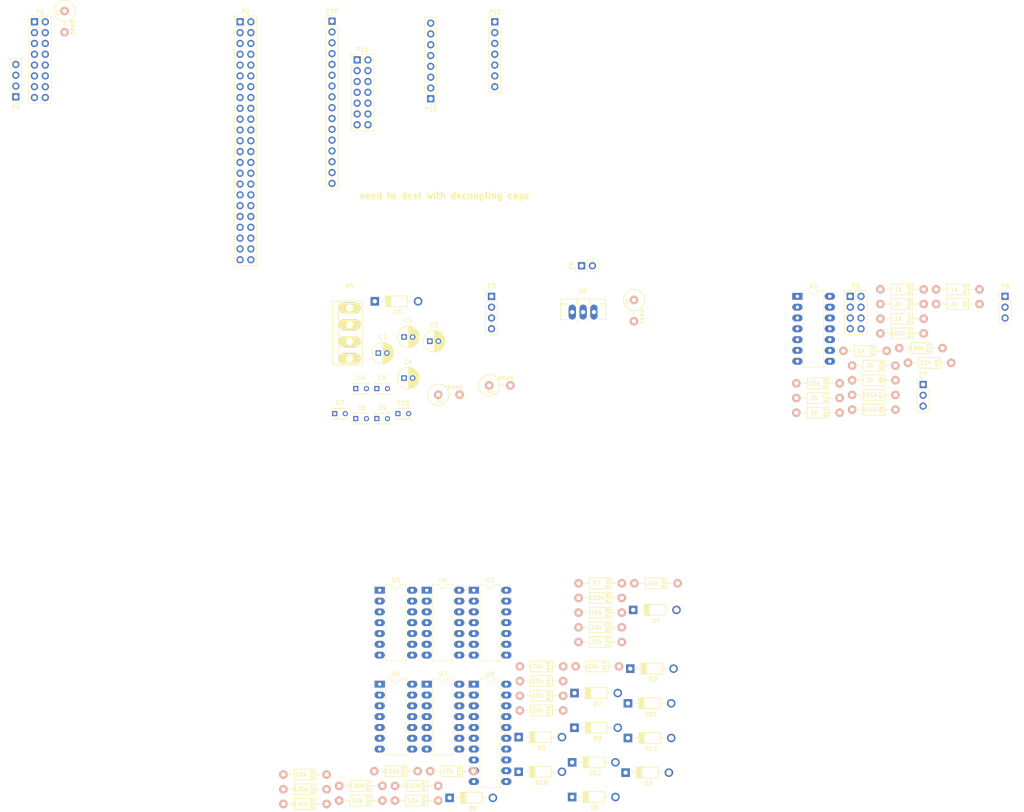
<source format=kicad_pcb>
(kicad_pcb (version 4) (host pcbnew 4.0.5-e0-6337~49~ubuntu16.04.1)

  (general
    (links 238)
    (no_connects 238)
    (area 0 0 0 0)
    (thickness 1.6)
    (drawings 1)
    (tracks 0)
    (zones 0)
    (modules 84)
    (nets 102)
  )

  (page A4)
  (layers
    (0 F.Cu signal)
    (31 B.Cu signal)
    (32 B.Adhes user)
    (33 F.Adhes user)
    (34 B.Paste user)
    (35 F.Paste user)
    (36 B.SilkS user)
    (37 F.SilkS user)
    (38 B.Mask user)
    (39 F.Mask user)
    (40 Dwgs.User user)
    (41 Cmts.User user)
    (42 Eco1.User user)
    (43 Eco2.User user)
    (44 Edge.Cuts user)
    (45 Margin user)
    (46 B.CrtYd user)
    (47 F.CrtYd user)
    (48 B.Fab user)
    (49 F.Fab user)
  )

  (setup
    (last_trace_width 0.25)
    (trace_clearance 0.2)
    (zone_clearance 0.508)
    (zone_45_only no)
    (trace_min 0.2)
    (segment_width 0.2)
    (edge_width 0.15)
    (via_size 0.6)
    (via_drill 0.4)
    (via_min_size 0.4)
    (via_min_drill 0.3)
    (uvia_size 0.3)
    (uvia_drill 0.1)
    (uvias_allowed no)
    (uvia_min_size 0.2)
    (uvia_min_drill 0.1)
    (pcb_text_width 0.3)
    (pcb_text_size 1.5 1.5)
    (mod_edge_width 0.15)
    (mod_text_size 1 1)
    (mod_text_width 0.15)
    (pad_size 3.50012 1.69926)
    (pad_drill 1.00076)
    (pad_to_mask_clearance 0.2)
    (aux_axis_origin 0 0)
    (visible_elements FFFFFF7F)
    (pcbplotparams
      (layerselection 0x00030_80000001)
      (usegerberextensions false)
      (excludeedgelayer true)
      (linewidth 0.100000)
      (plotframeref false)
      (viasonmask false)
      (mode 1)
      (useauxorigin false)
      (hpglpennumber 1)
      (hpglpenspeed 20)
      (hpglpendiameter 15)
      (hpglpenoverlay 2)
      (psnegative false)
      (psa4output false)
      (plotreference true)
      (plotvalue true)
      (plotinvisibletext false)
      (padsonsilk false)
      (subtractmaskfromsilk false)
      (outputformat 1)
      (mirror false)
      (drillshape 1)
      (scaleselection 1)
      (outputdirectory ""))
  )

  (net 0 "")
  (net 1 "Net-(C1-Pad1)")
  (net 2 GND)
  (net 3 3.3v)
  (net 4 moddigin6)
  (net 5 moddigin5)
  (net 6 moddigin4)
  (net 7 moddigin3)
  (net 8 moddigin2)
  (net 9 moddigin1)
  (net 10 "Net-(P1-Pad4)")
  (net 11 encin2-btn)
  (net 12 encin2-b)
  (net 13 encin2-a)
  (net 14 beladigin5)
  (net 15 beladigin6)
  (net 16 beladigout1)
  (net 17 beladigout2)
  (net 18 beladigout3)
  (net 19 encin1-btn)
  (net 20 encin1-b)
  (net 21 encin1-a)
  (net 22 beladigout5)
  (net 23 beladigout4)
  (net 24 beladigout7)
  (net 25 beladigout6)
  (net 26 bb-vfdpBusy)
  (net 27 bb-vfdD7enable)
  (net 28 bb-vfdE)
  (net 29 bb-vfdCS2)
  (net 30 bb-vfdCS1)
  (net 31 bb-vfd-RD+RW)
  (net 32 bb-vfd-WR+RS)
  (net 33 bb-vfdD7)
  (net 34 bb-vfdD6)
  (net 35 bb-vfdD5)
  (net 36 bb-vfdD4)
  (net 37 bb-vfdD3)
  (net 38 bb-vfdD2)
  (net 39 bb-vfdD1)
  (net 40 bb-vfdD0)
  (net 41 "Net-(P5-Pad1)")
  (net 42 "Net-(P5-Pad4)")
  (net 43 "Net-(P6-Pad1)")
  (net 44 belaacout1)
  (net 45 belaacout2)
  (net 46 belaacin1)
  (net 47 belaacin2)
  (net 48 modularacout1)
  (net 49 modularacout2)
  (net 50 modularacin1)
  (net 51 modularacin2)
  (net 52 vfd/WR)
  (net 53 vfd/RD)
  (net 54 vfdE)
  (net 55 vfdD0)
  (net 56 vfdD1)
  (net 57 vfdD2)
  (net 58 vfdD3)
  (net 59 vfdD4)
  (net 60 vfdD5)
  (net 61 vfdD6)
  (net 62 vfdD7)
  (net 63 vfdCS1)
  (net 64 vfdCS2)
  (net 65 "Net-(P12-Pad1)")
  (net 66 "Net-(P12-Pad2)")
  (net 67 "Net-(P12-Pad3)")
  (net 68 "Net-(P12-Pad4)")
  (net 69 "Net-(P12-Pad5)")
  (net 70 "Net-(P12-Pad6)")
  (net 71 "Net-(P13-Pad1)")
  (net 72 "Net-(P13-Pad2)")
  (net 73 "Net-(P13-Pad3)")
  (net 74 "Net-(P13-Pad4)")
  (net 75 "Net-(P13-Pad5)")
  (net 76 "Net-(P13-Pad6)")
  (net 77 "Net-(P13-Pad7)")
  (net 78 "Net-(R5-Pad1)")
  (net 79 "Net-(R10-Pad2)")
  (net 80 "Net-(R11-Pad2)")
  (net 81 "Net-(R12-Pad2)")
  (net 82 "Net-(R13-Pad2)")
  (net 83 "Net-(R10-Pad1)")
  (net 84 "Net-(R11-Pad1)")
  (net 85 "Net-(R12-Pad1)")
  (net 86 "Net-(R15-Pad1)")
  (net 87 "Net-(R16-Pad1)")
  (net 88 moddigout1)
  (net 89 moddigout2)
  (net 90 moddigout3)
  (net 91 moddigout4)
  (net 92 moddigout5)
  (net 93 moddigout6)
  (net 94 moddigout7)
  (net 95 "Net-(R40-Pad2)")
  (net 96 beladigin1)
  (net 97 beladigin2)
  (net 98 beladigin3)
  (net 99 beladigin4)
  (net 100 +15v)
  (net 101 -15v)

  (net_class Default "This is the default net class."
    (clearance 0.2)
    (trace_width 0.25)
    (via_dia 0.6)
    (via_drill 0.4)
    (uvia_dia 0.3)
    (uvia_drill 0.1)
    (add_net +15v)
    (add_net -15v)
    (add_net 3.3v)
    (add_net GND)
    (add_net "Net-(C1-Pad1)")
    (add_net "Net-(P1-Pad4)")
    (add_net "Net-(P12-Pad1)")
    (add_net "Net-(P12-Pad2)")
    (add_net "Net-(P12-Pad3)")
    (add_net "Net-(P12-Pad4)")
    (add_net "Net-(P12-Pad5)")
    (add_net "Net-(P12-Pad6)")
    (add_net "Net-(P13-Pad1)")
    (add_net "Net-(P13-Pad2)")
    (add_net "Net-(P13-Pad3)")
    (add_net "Net-(P13-Pad4)")
    (add_net "Net-(P13-Pad5)")
    (add_net "Net-(P13-Pad6)")
    (add_net "Net-(P13-Pad7)")
    (add_net "Net-(P5-Pad1)")
    (add_net "Net-(P5-Pad4)")
    (add_net "Net-(P6-Pad1)")
    (add_net "Net-(R10-Pad1)")
    (add_net "Net-(R10-Pad2)")
    (add_net "Net-(R11-Pad1)")
    (add_net "Net-(R11-Pad2)")
    (add_net "Net-(R12-Pad1)")
    (add_net "Net-(R12-Pad2)")
    (add_net "Net-(R13-Pad2)")
    (add_net "Net-(R15-Pad1)")
    (add_net "Net-(R16-Pad1)")
    (add_net "Net-(R40-Pad2)")
    (add_net "Net-(R5-Pad1)")
    (add_net bb-vfd-RD+RW)
    (add_net bb-vfd-WR+RS)
    (add_net bb-vfdCS1)
    (add_net bb-vfdCS2)
    (add_net bb-vfdD0)
    (add_net bb-vfdD1)
    (add_net bb-vfdD2)
    (add_net bb-vfdD3)
    (add_net bb-vfdD4)
    (add_net bb-vfdD5)
    (add_net bb-vfdD6)
    (add_net bb-vfdD7)
    (add_net bb-vfdD7enable)
    (add_net bb-vfdE)
    (add_net bb-vfdpBusy)
    (add_net belaacin1)
    (add_net belaacin2)
    (add_net belaacout1)
    (add_net belaacout2)
    (add_net beladigin1)
    (add_net beladigin2)
    (add_net beladigin3)
    (add_net beladigin4)
    (add_net beladigin5)
    (add_net beladigin6)
    (add_net beladigout1)
    (add_net beladigout2)
    (add_net beladigout3)
    (add_net beladigout4)
    (add_net beladigout5)
    (add_net beladigout6)
    (add_net beladigout7)
    (add_net encin1-a)
    (add_net encin1-b)
    (add_net encin1-btn)
    (add_net encin2-a)
    (add_net encin2-b)
    (add_net encin2-btn)
    (add_net moddigin1)
    (add_net moddigin2)
    (add_net moddigin3)
    (add_net moddigin4)
    (add_net moddigin5)
    (add_net moddigin6)
    (add_net moddigout1)
    (add_net moddigout2)
    (add_net moddigout3)
    (add_net moddigout4)
    (add_net moddigout5)
    (add_net moddigout6)
    (add_net moddigout7)
    (add_net modularacin1)
    (add_net modularacin2)
    (add_net modularacout1)
    (add_net modularacout2)
    (add_net vfd/RD)
    (add_net vfd/WR)
    (add_net vfdCS1)
    (add_net vfdCS2)
    (add_net vfdD0)
    (add_net vfdD1)
    (add_net vfdD2)
    (add_net vfdD3)
    (add_net vfdD4)
    (add_net vfdD5)
    (add_net vfdD6)
    (add_net vfdD7)
    (add_net vfdE)
  )

  (module Capacitors_ThroughHole:C_Radial_D5_L11_P2 (layer F.Cu) (tedit 0) (tstamp 586C7649)
    (at 106.111801 103.1974)
    (descr "Radial Electrolytic Capacitor 5mm x Length 11mm, Pitch 2mm")
    (tags "Electrolytic Capacitor")
    (path /58571F59)
    (fp_text reference C1 (at 1 -3.8) (layer F.SilkS)
      (effects (font (size 1 1) (thickness 0.15)))
    )
    (fp_text value 220uF (at 1 3.8) (layer F.Fab)
      (effects (font (size 1 1) (thickness 0.15)))
    )
    (fp_line (start 1.075 -2.499) (end 1.075 2.499) (layer F.SilkS) (width 0.15))
    (fp_line (start 1.215 -2.491) (end 1.215 -0.154) (layer F.SilkS) (width 0.15))
    (fp_line (start 1.215 0.154) (end 1.215 2.491) (layer F.SilkS) (width 0.15))
    (fp_line (start 1.355 -2.475) (end 1.355 -0.473) (layer F.SilkS) (width 0.15))
    (fp_line (start 1.355 0.473) (end 1.355 2.475) (layer F.SilkS) (width 0.15))
    (fp_line (start 1.495 -2.451) (end 1.495 -0.62) (layer F.SilkS) (width 0.15))
    (fp_line (start 1.495 0.62) (end 1.495 2.451) (layer F.SilkS) (width 0.15))
    (fp_line (start 1.635 -2.418) (end 1.635 -0.712) (layer F.SilkS) (width 0.15))
    (fp_line (start 1.635 0.712) (end 1.635 2.418) (layer F.SilkS) (width 0.15))
    (fp_line (start 1.775 -2.377) (end 1.775 -0.768) (layer F.SilkS) (width 0.15))
    (fp_line (start 1.775 0.768) (end 1.775 2.377) (layer F.SilkS) (width 0.15))
    (fp_line (start 1.915 -2.327) (end 1.915 -0.795) (layer F.SilkS) (width 0.15))
    (fp_line (start 1.915 0.795) (end 1.915 2.327) (layer F.SilkS) (width 0.15))
    (fp_line (start 2.055 -2.266) (end 2.055 -0.798) (layer F.SilkS) (width 0.15))
    (fp_line (start 2.055 0.798) (end 2.055 2.266) (layer F.SilkS) (width 0.15))
    (fp_line (start 2.195 -2.196) (end 2.195 -0.776) (layer F.SilkS) (width 0.15))
    (fp_line (start 2.195 0.776) (end 2.195 2.196) (layer F.SilkS) (width 0.15))
    (fp_line (start 2.335 -2.114) (end 2.335 -0.726) (layer F.SilkS) (width 0.15))
    (fp_line (start 2.335 0.726) (end 2.335 2.114) (layer F.SilkS) (width 0.15))
    (fp_line (start 2.475 -2.019) (end 2.475 -0.644) (layer F.SilkS) (width 0.15))
    (fp_line (start 2.475 0.644) (end 2.475 2.019) (layer F.SilkS) (width 0.15))
    (fp_line (start 2.615 -1.908) (end 2.615 -0.512) (layer F.SilkS) (width 0.15))
    (fp_line (start 2.615 0.512) (end 2.615 1.908) (layer F.SilkS) (width 0.15))
    (fp_line (start 2.755 -1.78) (end 2.755 -0.265) (layer F.SilkS) (width 0.15))
    (fp_line (start 2.755 0.265) (end 2.755 1.78) (layer F.SilkS) (width 0.15))
    (fp_line (start 2.895 -1.631) (end 2.895 1.631) (layer F.SilkS) (width 0.15))
    (fp_line (start 3.035 -1.452) (end 3.035 1.452) (layer F.SilkS) (width 0.15))
    (fp_line (start 3.175 -1.233) (end 3.175 1.233) (layer F.SilkS) (width 0.15))
    (fp_line (start 3.315 -0.944) (end 3.315 0.944) (layer F.SilkS) (width 0.15))
    (fp_line (start 3.455 -0.472) (end 3.455 0.472) (layer F.SilkS) (width 0.15))
    (fp_circle (center 2 0) (end 2 -0.8) (layer F.SilkS) (width 0.15))
    (fp_circle (center 1 0) (end 1 -2.5375) (layer F.SilkS) (width 0.15))
    (fp_circle (center 1 0) (end 1 -2.8) (layer F.CrtYd) (width 0.05))
    (pad 1 thru_hole rect (at 0 0) (size 1.3 1.3) (drill 0.8) (layers *.Cu *.Mask)
      (net 1 "Net-(C1-Pad1)"))
    (pad 2 thru_hole circle (at 2 0) (size 1.3 1.3) (drill 0.8) (layers *.Cu *.Mask)
      (net 2 GND))
    (model Capacitors_ThroughHole.3dshapes/C_Radial_D5_L11_P2.wrl
      (at (xyz 0 0 0))
      (scale (xyz 1 1 1))
      (rotate (xyz 0 0 0))
    )
  )

  (module Capacitors_ThroughHole:C_Radial_D5_L11_P2 (layer F.Cu) (tedit 0) (tstamp 586C764F)
    (at 118.211801 100.4174)
    (descr "Radial Electrolytic Capacitor 5mm x Length 11mm, Pitch 2mm")
    (tags "Electrolytic Capacitor")
    (path /58571ABA)
    (fp_text reference C2 (at 1 -3.8) (layer F.SilkS)
      (effects (font (size 1 1) (thickness 0.15)))
    )
    (fp_text value 10uF (at 1 3.8) (layer F.Fab)
      (effects (font (size 1 1) (thickness 0.15)))
    )
    (fp_line (start 1.075 -2.499) (end 1.075 2.499) (layer F.SilkS) (width 0.15))
    (fp_line (start 1.215 -2.491) (end 1.215 -0.154) (layer F.SilkS) (width 0.15))
    (fp_line (start 1.215 0.154) (end 1.215 2.491) (layer F.SilkS) (width 0.15))
    (fp_line (start 1.355 -2.475) (end 1.355 -0.473) (layer F.SilkS) (width 0.15))
    (fp_line (start 1.355 0.473) (end 1.355 2.475) (layer F.SilkS) (width 0.15))
    (fp_line (start 1.495 -2.451) (end 1.495 -0.62) (layer F.SilkS) (width 0.15))
    (fp_line (start 1.495 0.62) (end 1.495 2.451) (layer F.SilkS) (width 0.15))
    (fp_line (start 1.635 -2.418) (end 1.635 -0.712) (layer F.SilkS) (width 0.15))
    (fp_line (start 1.635 0.712) (end 1.635 2.418) (layer F.SilkS) (width 0.15))
    (fp_line (start 1.775 -2.377) (end 1.775 -0.768) (layer F.SilkS) (width 0.15))
    (fp_line (start 1.775 0.768) (end 1.775 2.377) (layer F.SilkS) (width 0.15))
    (fp_line (start 1.915 -2.327) (end 1.915 -0.795) (layer F.SilkS) (width 0.15))
    (fp_line (start 1.915 0.795) (end 1.915 2.327) (layer F.SilkS) (width 0.15))
    (fp_line (start 2.055 -2.266) (end 2.055 -0.798) (layer F.SilkS) (width 0.15))
    (fp_line (start 2.055 0.798) (end 2.055 2.266) (layer F.SilkS) (width 0.15))
    (fp_line (start 2.195 -2.196) (end 2.195 -0.776) (layer F.SilkS) (width 0.15))
    (fp_line (start 2.195 0.776) (end 2.195 2.196) (layer F.SilkS) (width 0.15))
    (fp_line (start 2.335 -2.114) (end 2.335 -0.726) (layer F.SilkS) (width 0.15))
    (fp_line (start 2.335 0.726) (end 2.335 2.114) (layer F.SilkS) (width 0.15))
    (fp_line (start 2.475 -2.019) (end 2.475 -0.644) (layer F.SilkS) (width 0.15))
    (fp_line (start 2.475 0.644) (end 2.475 2.019) (layer F.SilkS) (width 0.15))
    (fp_line (start 2.615 -1.908) (end 2.615 -0.512) (layer F.SilkS) (width 0.15))
    (fp_line (start 2.615 0.512) (end 2.615 1.908) (layer F.SilkS) (width 0.15))
    (fp_line (start 2.755 -1.78) (end 2.755 -0.265) (layer F.SilkS) (width 0.15))
    (fp_line (start 2.755 0.265) (end 2.755 1.78) (layer F.SilkS) (width 0.15))
    (fp_line (start 2.895 -1.631) (end 2.895 1.631) (layer F.SilkS) (width 0.15))
    (fp_line (start 3.035 -1.452) (end 3.035 1.452) (layer F.SilkS) (width 0.15))
    (fp_line (start 3.175 -1.233) (end 3.175 1.233) (layer F.SilkS) (width 0.15))
    (fp_line (start 3.315 -0.944) (end 3.315 0.944) (layer F.SilkS) (width 0.15))
    (fp_line (start 3.455 -0.472) (end 3.455 0.472) (layer F.SilkS) (width 0.15))
    (fp_circle (center 2 0) (end 2 -0.8) (layer F.SilkS) (width 0.15))
    (fp_circle (center 1 0) (end 1 -2.5375) (layer F.SilkS) (width 0.15))
    (fp_circle (center 1 0) (end 1 -2.8) (layer F.CrtYd) (width 0.05))
    (pad 1 thru_hole rect (at 0 0) (size 1.3 1.3) (drill 0.8) (layers *.Cu *.Mask)
      (net 100 +15v))
    (pad 2 thru_hole circle (at 2 0) (size 1.3 1.3) (drill 0.8) (layers *.Cu *.Mask)
      (net 2 GND))
    (model Capacitors_ThroughHole.3dshapes/C_Radial_D5_L11_P2.wrl
      (at (xyz 0 0 0))
      (scale (xyz 1 1 1))
      (rotate (xyz 0 0 0))
    )
  )

  (module Capacitors_ThroughHole:C_Radial_D5_L11_P2 (layer F.Cu) (tedit 0) (tstamp 586C7655)
    (at 112.161801 99.4274)
    (descr "Radial Electrolytic Capacitor 5mm x Length 11mm, Pitch 2mm")
    (tags "Electrolytic Capacitor")
    (path /58571AB9)
    (fp_text reference C3 (at 1 -3.8) (layer F.SilkS)
      (effects (font (size 1 1) (thickness 0.15)))
    )
    (fp_text value 10uF (at 1 3.8) (layer F.Fab)
      (effects (font (size 1 1) (thickness 0.15)))
    )
    (fp_line (start 1.075 -2.499) (end 1.075 2.499) (layer F.SilkS) (width 0.15))
    (fp_line (start 1.215 -2.491) (end 1.215 -0.154) (layer F.SilkS) (width 0.15))
    (fp_line (start 1.215 0.154) (end 1.215 2.491) (layer F.SilkS) (width 0.15))
    (fp_line (start 1.355 -2.475) (end 1.355 -0.473) (layer F.SilkS) (width 0.15))
    (fp_line (start 1.355 0.473) (end 1.355 2.475) (layer F.SilkS) (width 0.15))
    (fp_line (start 1.495 -2.451) (end 1.495 -0.62) (layer F.SilkS) (width 0.15))
    (fp_line (start 1.495 0.62) (end 1.495 2.451) (layer F.SilkS) (width 0.15))
    (fp_line (start 1.635 -2.418) (end 1.635 -0.712) (layer F.SilkS) (width 0.15))
    (fp_line (start 1.635 0.712) (end 1.635 2.418) (layer F.SilkS) (width 0.15))
    (fp_line (start 1.775 -2.377) (end 1.775 -0.768) (layer F.SilkS) (width 0.15))
    (fp_line (start 1.775 0.768) (end 1.775 2.377) (layer F.SilkS) (width 0.15))
    (fp_line (start 1.915 -2.327) (end 1.915 -0.795) (layer F.SilkS) (width 0.15))
    (fp_line (start 1.915 0.795) (end 1.915 2.327) (layer F.SilkS) (width 0.15))
    (fp_line (start 2.055 -2.266) (end 2.055 -0.798) (layer F.SilkS) (width 0.15))
    (fp_line (start 2.055 0.798) (end 2.055 2.266) (layer F.SilkS) (width 0.15))
    (fp_line (start 2.195 -2.196) (end 2.195 -0.776) (layer F.SilkS) (width 0.15))
    (fp_line (start 2.195 0.776) (end 2.195 2.196) (layer F.SilkS) (width 0.15))
    (fp_line (start 2.335 -2.114) (end 2.335 -0.726) (layer F.SilkS) (width 0.15))
    (fp_line (start 2.335 0.726) (end 2.335 2.114) (layer F.SilkS) (width 0.15))
    (fp_line (start 2.475 -2.019) (end 2.475 -0.644) (layer F.SilkS) (width 0.15))
    (fp_line (start 2.475 0.644) (end 2.475 2.019) (layer F.SilkS) (width 0.15))
    (fp_line (start 2.615 -1.908) (end 2.615 -0.512) (layer F.SilkS) (width 0.15))
    (fp_line (start 2.615 0.512) (end 2.615 1.908) (layer F.SilkS) (width 0.15))
    (fp_line (start 2.755 -1.78) (end 2.755 -0.265) (layer F.SilkS) (width 0.15))
    (fp_line (start 2.755 0.265) (end 2.755 1.78) (layer F.SilkS) (width 0.15))
    (fp_line (start 2.895 -1.631) (end 2.895 1.631) (layer F.SilkS) (width 0.15))
    (fp_line (start 3.035 -1.452) (end 3.035 1.452) (layer F.SilkS) (width 0.15))
    (fp_line (start 3.175 -1.233) (end 3.175 1.233) (layer F.SilkS) (width 0.15))
    (fp_line (start 3.315 -0.944) (end 3.315 0.944) (layer F.SilkS) (width 0.15))
    (fp_line (start 3.455 -0.472) (end 3.455 0.472) (layer F.SilkS) (width 0.15))
    (fp_circle (center 2 0) (end 2 -0.8) (layer F.SilkS) (width 0.15))
    (fp_circle (center 1 0) (end 1 -2.5375) (layer F.SilkS) (width 0.15))
    (fp_circle (center 1 0) (end 1 -2.8) (layer F.CrtYd) (width 0.05))
    (pad 1 thru_hole rect (at 0 0) (size 1.3 1.3) (drill 0.8) (layers *.Cu *.Mask)
      (net 101 -15v))
    (pad 2 thru_hole circle (at 2 0) (size 1.3 1.3) (drill 0.8) (layers *.Cu *.Mask)
      (net 2 GND))
    (model Capacitors_ThroughHole.3dshapes/C_Radial_D5_L11_P2.wrl
      (at (xyz 0 0 0))
      (scale (xyz 1 1 1))
      (rotate (xyz 0 0 0))
    )
  )

  (module Capacitors_ThroughHole:C_Rect_L4_W2.5_P2.5 (layer F.Cu) (tedit 0) (tstamp 586C765B)
    (at 100.821801 111.5474)
    (descr "Film Capacitor Length 4mm x Width 2.5mm, Pitch 2.5mm")
    (tags Capacitor)
    (path /58577A2A)
    (fp_text reference C4 (at 1.25 -2.5) (layer F.SilkS)
      (effects (font (size 1 1) (thickness 0.15)))
    )
    (fp_text value 10n (at 1.25 2.5) (layer F.Fab)
      (effects (font (size 1 1) (thickness 0.15)))
    )
    (fp_line (start -1 -1.5) (end 3.5 -1.5) (layer F.CrtYd) (width 0.05))
    (fp_line (start 3.5 -1.5) (end 3.5 1.5) (layer F.CrtYd) (width 0.05))
    (fp_line (start 3.5 1.5) (end -1 1.5) (layer F.CrtYd) (width 0.05))
    (fp_line (start -1 1.5) (end -1 -1.5) (layer F.CrtYd) (width 0.05))
    (fp_line (start -0.75 -1.25) (end 3.25 -1.25) (layer F.SilkS) (width 0.15))
    (fp_line (start -0.75 1.25) (end 3.25 1.25) (layer F.SilkS) (width 0.15))
    (pad 1 thru_hole rect (at 0 0) (size 1.2 1.2) (drill 0.7) (layers *.Cu *.Mask)
      (net 100 +15v))
    (pad 2 thru_hole circle (at 2.5 0) (size 1.2 1.2) (drill 0.7) (layers *.Cu *.Mask)
      (net 2 GND))
  )

  (module Capacitors_ThroughHole:C_Rect_L4_W2.5_P2.5 (layer F.Cu) (tedit 0) (tstamp 586C7661)
    (at 105.771801 111.5474)
    (descr "Film Capacitor Length 4mm x Width 2.5mm, Pitch 2.5mm")
    (tags Capacitor)
    (path /58577A31)
    (fp_text reference C5 (at 1.25 -2.5) (layer F.SilkS)
      (effects (font (size 1 1) (thickness 0.15)))
    )
    (fp_text value 10n (at 1.25 2.5) (layer F.Fab)
      (effects (font (size 1 1) (thickness 0.15)))
    )
    (fp_line (start -1 -1.5) (end 3.5 -1.5) (layer F.CrtYd) (width 0.05))
    (fp_line (start 3.5 -1.5) (end 3.5 1.5) (layer F.CrtYd) (width 0.05))
    (fp_line (start 3.5 1.5) (end -1 1.5) (layer F.CrtYd) (width 0.05))
    (fp_line (start -1 1.5) (end -1 -1.5) (layer F.CrtYd) (width 0.05))
    (fp_line (start -0.75 -1.25) (end 3.25 -1.25) (layer F.SilkS) (width 0.15))
    (fp_line (start -0.75 1.25) (end 3.25 1.25) (layer F.SilkS) (width 0.15))
    (pad 1 thru_hole rect (at 0 0) (size 1.2 1.2) (drill 0.7) (layers *.Cu *.Mask)
      (net 2 GND))
    (pad 2 thru_hole circle (at 2.5 0) (size 1.2 1.2) (drill 0.7) (layers *.Cu *.Mask)
      (net 101 -15v))
  )

  (module Capacitors_ThroughHole:C_Radial_D5_L11_P2 (layer F.Cu) (tedit 0) (tstamp 586C7667)
    (at 112.161801 109.0774)
    (descr "Radial Electrolytic Capacitor 5mm x Length 11mm, Pitch 2mm")
    (tags "Electrolytic Capacitor")
    (path /58571F15)
    (fp_text reference C6 (at 1 -3.8) (layer F.SilkS)
      (effects (font (size 1 1) (thickness 0.15)))
    )
    (fp_text value 47uF (at 1 3.8) (layer F.Fab)
      (effects (font (size 1 1) (thickness 0.15)))
    )
    (fp_line (start 1.075 -2.499) (end 1.075 2.499) (layer F.SilkS) (width 0.15))
    (fp_line (start 1.215 -2.491) (end 1.215 -0.154) (layer F.SilkS) (width 0.15))
    (fp_line (start 1.215 0.154) (end 1.215 2.491) (layer F.SilkS) (width 0.15))
    (fp_line (start 1.355 -2.475) (end 1.355 -0.473) (layer F.SilkS) (width 0.15))
    (fp_line (start 1.355 0.473) (end 1.355 2.475) (layer F.SilkS) (width 0.15))
    (fp_line (start 1.495 -2.451) (end 1.495 -0.62) (layer F.SilkS) (width 0.15))
    (fp_line (start 1.495 0.62) (end 1.495 2.451) (layer F.SilkS) (width 0.15))
    (fp_line (start 1.635 -2.418) (end 1.635 -0.712) (layer F.SilkS) (width 0.15))
    (fp_line (start 1.635 0.712) (end 1.635 2.418) (layer F.SilkS) (width 0.15))
    (fp_line (start 1.775 -2.377) (end 1.775 -0.768) (layer F.SilkS) (width 0.15))
    (fp_line (start 1.775 0.768) (end 1.775 2.377) (layer F.SilkS) (width 0.15))
    (fp_line (start 1.915 -2.327) (end 1.915 -0.795) (layer F.SilkS) (width 0.15))
    (fp_line (start 1.915 0.795) (end 1.915 2.327) (layer F.SilkS) (width 0.15))
    (fp_line (start 2.055 -2.266) (end 2.055 -0.798) (layer F.SilkS) (width 0.15))
    (fp_line (start 2.055 0.798) (end 2.055 2.266) (layer F.SilkS) (width 0.15))
    (fp_line (start 2.195 -2.196) (end 2.195 -0.776) (layer F.SilkS) (width 0.15))
    (fp_line (start 2.195 0.776) (end 2.195 2.196) (layer F.SilkS) (width 0.15))
    (fp_line (start 2.335 -2.114) (end 2.335 -0.726) (layer F.SilkS) (width 0.15))
    (fp_line (start 2.335 0.726) (end 2.335 2.114) (layer F.SilkS) (width 0.15))
    (fp_line (start 2.475 -2.019) (end 2.475 -0.644) (layer F.SilkS) (width 0.15))
    (fp_line (start 2.475 0.644) (end 2.475 2.019) (layer F.SilkS) (width 0.15))
    (fp_line (start 2.615 -1.908) (end 2.615 -0.512) (layer F.SilkS) (width 0.15))
    (fp_line (start 2.615 0.512) (end 2.615 1.908) (layer F.SilkS) (width 0.15))
    (fp_line (start 2.755 -1.78) (end 2.755 -0.265) (layer F.SilkS) (width 0.15))
    (fp_line (start 2.755 0.265) (end 2.755 1.78) (layer F.SilkS) (width 0.15))
    (fp_line (start 2.895 -1.631) (end 2.895 1.631) (layer F.SilkS) (width 0.15))
    (fp_line (start 3.035 -1.452) (end 3.035 1.452) (layer F.SilkS) (width 0.15))
    (fp_line (start 3.175 -1.233) (end 3.175 1.233) (layer F.SilkS) (width 0.15))
    (fp_line (start 3.315 -0.944) (end 3.315 0.944) (layer F.SilkS) (width 0.15))
    (fp_line (start 3.455 -0.472) (end 3.455 0.472) (layer F.SilkS) (width 0.15))
    (fp_circle (center 2 0) (end 2 -0.8) (layer F.SilkS) (width 0.15))
    (fp_circle (center 1 0) (end 1 -2.5375) (layer F.SilkS) (width 0.15))
    (fp_circle (center 1 0) (end 1 -2.8) (layer F.CrtYd) (width 0.05))
    (pad 1 thru_hole rect (at 0 0) (size 1.3 1.3) (drill 0.8) (layers *.Cu *.Mask)
      (net 3 3.3v))
    (pad 2 thru_hole circle (at 2 0) (size 1.3 1.3) (drill 0.8) (layers *.Cu *.Mask)
      (net 2 GND))
    (model Capacitors_ThroughHole.3dshapes/C_Radial_D5_L11_P2.wrl
      (at (xyz 0 0 0))
      (scale (xyz 1 1 1))
      (rotate (xyz 0 0 0))
    )
  )

  (module Capacitors_ThroughHole:C_Rect_L4_W2.5_P2.5 (layer F.Cu) (tedit 0) (tstamp 586C766D)
    (at 95.871801 117.4274)
    (descr "Film Capacitor Length 4mm x Width 2.5mm, Pitch 2.5mm")
    (tags Capacitor)
    (path /58577A38)
    (fp_text reference C7 (at 1.25 -2.5) (layer F.SilkS)
      (effects (font (size 1 1) (thickness 0.15)))
    )
    (fp_text value 10n (at 1.25 2.5) (layer F.Fab)
      (effects (font (size 1 1) (thickness 0.15)))
    )
    (fp_line (start -1 -1.5) (end 3.5 -1.5) (layer F.CrtYd) (width 0.05))
    (fp_line (start 3.5 -1.5) (end 3.5 1.5) (layer F.CrtYd) (width 0.05))
    (fp_line (start 3.5 1.5) (end -1 1.5) (layer F.CrtYd) (width 0.05))
    (fp_line (start -1 1.5) (end -1 -1.5) (layer F.CrtYd) (width 0.05))
    (fp_line (start -0.75 -1.25) (end 3.25 -1.25) (layer F.SilkS) (width 0.15))
    (fp_line (start -0.75 1.25) (end 3.25 1.25) (layer F.SilkS) (width 0.15))
    (pad 1 thru_hole rect (at 0 0) (size 1.2 1.2) (drill 0.7) (layers *.Cu *.Mask)
      (net 100 +15v))
    (pad 2 thru_hole circle (at 2.5 0) (size 1.2 1.2) (drill 0.7) (layers *.Cu *.Mask)
      (net 2 GND))
  )

  (module Capacitors_ThroughHole:C_Rect_L4_W2.5_P2.5 (layer F.Cu) (tedit 0) (tstamp 586C7673)
    (at 100.821801 118.5974)
    (descr "Film Capacitor Length 4mm x Width 2.5mm, Pitch 2.5mm")
    (tags Capacitor)
    (path /58577A3F)
    (fp_text reference C8 (at 1.25 -2.5) (layer F.SilkS)
      (effects (font (size 1 1) (thickness 0.15)))
    )
    (fp_text value 10n (at 1.25 2.5) (layer F.Fab)
      (effects (font (size 1 1) (thickness 0.15)))
    )
    (fp_line (start -1 -1.5) (end 3.5 -1.5) (layer F.CrtYd) (width 0.05))
    (fp_line (start 3.5 -1.5) (end 3.5 1.5) (layer F.CrtYd) (width 0.05))
    (fp_line (start 3.5 1.5) (end -1 1.5) (layer F.CrtYd) (width 0.05))
    (fp_line (start -1 1.5) (end -1 -1.5) (layer F.CrtYd) (width 0.05))
    (fp_line (start -0.75 -1.25) (end 3.25 -1.25) (layer F.SilkS) (width 0.15))
    (fp_line (start -0.75 1.25) (end 3.25 1.25) (layer F.SilkS) (width 0.15))
    (pad 1 thru_hole rect (at 0 0) (size 1.2 1.2) (drill 0.7) (layers *.Cu *.Mask)
      (net 2 GND))
    (pad 2 thru_hole circle (at 2.5 0) (size 1.2 1.2) (drill 0.7) (layers *.Cu *.Mask)
      (net 101 -15v))
  )

  (module Capacitors_ThroughHole:C_Rect_L4_W2.5_P2.5 (layer F.Cu) (tedit 0) (tstamp 586C7679)
    (at 105.771801 118.5974)
    (descr "Film Capacitor Length 4mm x Width 2.5mm, Pitch 2.5mm")
    (tags Capacitor)
    (path /58577A46)
    (fp_text reference C9 (at 1.25 -2.5) (layer F.SilkS)
      (effects (font (size 1 1) (thickness 0.15)))
    )
    (fp_text value 10n (at 1.25 2.5) (layer F.Fab)
      (effects (font (size 1 1) (thickness 0.15)))
    )
    (fp_line (start -1 -1.5) (end 3.5 -1.5) (layer F.CrtYd) (width 0.05))
    (fp_line (start 3.5 -1.5) (end 3.5 1.5) (layer F.CrtYd) (width 0.05))
    (fp_line (start 3.5 1.5) (end -1 1.5) (layer F.CrtYd) (width 0.05))
    (fp_line (start -1 1.5) (end -1 -1.5) (layer F.CrtYd) (width 0.05))
    (fp_line (start -0.75 -1.25) (end 3.25 -1.25) (layer F.SilkS) (width 0.15))
    (fp_line (start -0.75 1.25) (end 3.25 1.25) (layer F.SilkS) (width 0.15))
    (pad 1 thru_hole rect (at 0 0) (size 1.2 1.2) (drill 0.7) (layers *.Cu *.Mask)
      (net 100 +15v))
    (pad 2 thru_hole circle (at 2.5 0) (size 1.2 1.2) (drill 0.7) (layers *.Cu *.Mask)
      (net 2 GND))
  )

  (module Capacitors_ThroughHole:C_Rect_L4_W2.5_P2.5 (layer F.Cu) (tedit 0) (tstamp 586C767F)
    (at 110.721801 117.4274)
    (descr "Film Capacitor Length 4mm x Width 2.5mm, Pitch 2.5mm")
    (tags Capacitor)
    (path /58577A4D)
    (fp_text reference C10 (at 1.25 -2.5) (layer F.SilkS)
      (effects (font (size 1 1) (thickness 0.15)))
    )
    (fp_text value 10n (at 1.25 2.5) (layer F.Fab)
      (effects (font (size 1 1) (thickness 0.15)))
    )
    (fp_line (start -1 -1.5) (end 3.5 -1.5) (layer F.CrtYd) (width 0.05))
    (fp_line (start 3.5 -1.5) (end 3.5 1.5) (layer F.CrtYd) (width 0.05))
    (fp_line (start 3.5 1.5) (end -1 1.5) (layer F.CrtYd) (width 0.05))
    (fp_line (start -1 1.5) (end -1 -1.5) (layer F.CrtYd) (width 0.05))
    (fp_line (start -0.75 -1.25) (end 3.25 -1.25) (layer F.SilkS) (width 0.15))
    (fp_line (start -0.75 1.25) (end 3.25 1.25) (layer F.SilkS) (width 0.15))
    (pad 1 thru_hole rect (at 0 0) (size 1.2 1.2) (drill 0.7) (layers *.Cu *.Mask)
      (net 2 GND))
    (pad 2 thru_hole circle (at 2.5 0) (size 1.2 1.2) (drill 0.7) (layers *.Cu *.Mask)
      (net 101 -15v))
  )

  (module Diodes_ThroughHole:Diode_DO-41_SOD81_Horizontal_RM10 (layer F.Cu) (tedit 552FFCCE) (tstamp 586C7685)
    (at 105.28629 91.04594)
    (descr "Diode, DO-41, SOD81, Horizontal, RM 10mm,")
    (tags "Diode, DO-41, SOD81, Horizontal, RM 10mm, 1N4007, SB140,")
    (path /58571F9F)
    (fp_text reference D1 (at 5.38734 2.53746) (layer F.SilkS)
      (effects (font (size 1 1) (thickness 0.15)))
    )
    (fp_text value 1N5400 (at 4.37134 -3.55854) (layer F.Fab)
      (effects (font (size 1 1) (thickness 0.15)))
    )
    (fp_line (start 7.62 -0.00254) (end 8.636 -0.00254) (layer F.SilkS) (width 0.15))
    (fp_line (start 2.794 -0.00254) (end 1.524 -0.00254) (layer F.SilkS) (width 0.15))
    (fp_line (start 3.048 -1.27254) (end 3.048 1.26746) (layer F.SilkS) (width 0.15))
    (fp_line (start 3.302 -1.27254) (end 3.302 1.26746) (layer F.SilkS) (width 0.15))
    (fp_line (start 3.556 -1.27254) (end 3.556 1.26746) (layer F.SilkS) (width 0.15))
    (fp_line (start 2.794 -1.27254) (end 2.794 1.26746) (layer F.SilkS) (width 0.15))
    (fp_line (start 3.81 -1.27254) (end 2.54 1.26746) (layer F.SilkS) (width 0.15))
    (fp_line (start 2.54 -1.27254) (end 3.81 1.26746) (layer F.SilkS) (width 0.15))
    (fp_line (start 3.81 -1.27254) (end 3.81 1.26746) (layer F.SilkS) (width 0.15))
    (fp_line (start 3.175 -1.27254) (end 3.175 1.26746) (layer F.SilkS) (width 0.15))
    (fp_line (start 2.54 1.26746) (end 2.54 -1.27254) (layer F.SilkS) (width 0.15))
    (fp_line (start 2.54 -1.27254) (end 7.62 -1.27254) (layer F.SilkS) (width 0.15))
    (fp_line (start 7.62 -1.27254) (end 7.62 1.26746) (layer F.SilkS) (width 0.15))
    (fp_line (start 7.62 1.26746) (end 2.54 1.26746) (layer F.SilkS) (width 0.15))
    (pad 2 thru_hole circle (at 10.16 -0.00254 180) (size 1.99898 1.99898) (drill 1.27) (layers *.Cu *.Mask)
      (net 100 +15v))
    (pad 1 thru_hole rect (at 0 -0.00254 180) (size 1.99898 1.99898) (drill 1.00076) (layers *.Cu *.Mask)
      (net 1 "Net-(C1-Pad1)"))
  )

  (module Diodes_ThroughHole:Diode_DO-41_SOD81_Horizontal_RM10 (layer F.Cu) (tedit 552FFCCE) (tstamp 586C768B)
    (at 165.25629 177.32594)
    (descr "Diode, DO-41, SOD81, Horizontal, RM 10mm,")
    (tags "Diode, DO-41, SOD81, Horizontal, RM 10mm, 1N4007, SB140,")
    (path /5857881D/586B88C9)
    (fp_text reference D2 (at 5.38734 2.53746) (layer F.SilkS)
      (effects (font (size 1 1) (thickness 0.15)))
    )
    (fp_text value D (at 4.37134 -3.55854) (layer F.Fab)
      (effects (font (size 1 1) (thickness 0.15)))
    )
    (fp_line (start 7.62 -0.00254) (end 8.636 -0.00254) (layer F.SilkS) (width 0.15))
    (fp_line (start 2.794 -0.00254) (end 1.524 -0.00254) (layer F.SilkS) (width 0.15))
    (fp_line (start 3.048 -1.27254) (end 3.048 1.26746) (layer F.SilkS) (width 0.15))
    (fp_line (start 3.302 -1.27254) (end 3.302 1.26746) (layer F.SilkS) (width 0.15))
    (fp_line (start 3.556 -1.27254) (end 3.556 1.26746) (layer F.SilkS) (width 0.15))
    (fp_line (start 2.794 -1.27254) (end 2.794 1.26746) (layer F.SilkS) (width 0.15))
    (fp_line (start 3.81 -1.27254) (end 2.54 1.26746) (layer F.SilkS) (width 0.15))
    (fp_line (start 2.54 -1.27254) (end 3.81 1.26746) (layer F.SilkS) (width 0.15))
    (fp_line (start 3.81 -1.27254) (end 3.81 1.26746) (layer F.SilkS) (width 0.15))
    (fp_line (start 3.175 -1.27254) (end 3.175 1.26746) (layer F.SilkS) (width 0.15))
    (fp_line (start 2.54 1.26746) (end 2.54 -1.27254) (layer F.SilkS) (width 0.15))
    (fp_line (start 2.54 -1.27254) (end 7.62 -1.27254) (layer F.SilkS) (width 0.15))
    (fp_line (start 7.62 -1.27254) (end 7.62 1.26746) (layer F.SilkS) (width 0.15))
    (fp_line (start 7.62 1.26746) (end 2.54 1.26746) (layer F.SilkS) (width 0.15))
    (pad 2 thru_hole circle (at 10.16 -0.00254 180) (size 1.99898 1.99898) (drill 1.27) (layers *.Cu *.Mask)
      (net 4 moddigin6))
    (pad 1 thru_hole rect (at 0 -0.00254 180) (size 1.99898 1.99898) (drill 1.00076) (layers *.Cu *.Mask)
      (net 3 3.3v))
  )

  (module Diodes_ThroughHole:Diode_DO-41_SOD81_Horizontal_RM10 (layer F.Cu) (tedit 552FFCCE) (tstamp 586C7691)
    (at 164.15629 201.74594)
    (descr "Diode, DO-41, SOD81, Horizontal, RM 10mm,")
    (tags "Diode, DO-41, SOD81, Horizontal, RM 10mm, 1N4007, SB140,")
    (path /5857881D/586B8D6D)
    (fp_text reference D3 (at 5.38734 2.53746) (layer F.SilkS)
      (effects (font (size 1 1) (thickness 0.15)))
    )
    (fp_text value D (at 4.37134 -3.55854) (layer F.Fab)
      (effects (font (size 1 1) (thickness 0.15)))
    )
    (fp_line (start 7.62 -0.00254) (end 8.636 -0.00254) (layer F.SilkS) (width 0.15))
    (fp_line (start 2.794 -0.00254) (end 1.524 -0.00254) (layer F.SilkS) (width 0.15))
    (fp_line (start 3.048 -1.27254) (end 3.048 1.26746) (layer F.SilkS) (width 0.15))
    (fp_line (start 3.302 -1.27254) (end 3.302 1.26746) (layer F.SilkS) (width 0.15))
    (fp_line (start 3.556 -1.27254) (end 3.556 1.26746) (layer F.SilkS) (width 0.15))
    (fp_line (start 2.794 -1.27254) (end 2.794 1.26746) (layer F.SilkS) (width 0.15))
    (fp_line (start 3.81 -1.27254) (end 2.54 1.26746) (layer F.SilkS) (width 0.15))
    (fp_line (start 2.54 -1.27254) (end 3.81 1.26746) (layer F.SilkS) (width 0.15))
    (fp_line (start 3.81 -1.27254) (end 3.81 1.26746) (layer F.SilkS) (width 0.15))
    (fp_line (start 3.175 -1.27254) (end 3.175 1.26746) (layer F.SilkS) (width 0.15))
    (fp_line (start 2.54 1.26746) (end 2.54 -1.27254) (layer F.SilkS) (width 0.15))
    (fp_line (start 2.54 -1.27254) (end 7.62 -1.27254) (layer F.SilkS) (width 0.15))
    (fp_line (start 7.62 -1.27254) (end 7.62 1.26746) (layer F.SilkS) (width 0.15))
    (fp_line (start 7.62 1.26746) (end 2.54 1.26746) (layer F.SilkS) (width 0.15))
    (pad 2 thru_hole circle (at 10.16 -0.00254 180) (size 1.99898 1.99898) (drill 1.27) (layers *.Cu *.Mask)
      (net 2 GND))
    (pad 1 thru_hole rect (at 0 -0.00254 180) (size 1.99898 1.99898) (drill 1.00076) (layers *.Cu *.Mask)
      (net 4 moddigin6))
  )

  (module Diodes_ThroughHole:Diode_DO-41_SOD81_Horizontal_RM10 (layer F.Cu) (tedit 552FFCCE) (tstamp 586C7697)
    (at 165.93629 163.52594)
    (descr "Diode, DO-41, SOD81, Horizontal, RM 10mm,")
    (tags "Diode, DO-41, SOD81, Horizontal, RM 10mm, 1N4007, SB140,")
    (path /5857881D/586B882C)
    (fp_text reference D4 (at 5.38734 2.53746) (layer F.SilkS)
      (effects (font (size 1 1) (thickness 0.15)))
    )
    (fp_text value D (at 4.37134 -3.55854) (layer F.Fab)
      (effects (font (size 1 1) (thickness 0.15)))
    )
    (fp_line (start 7.62 -0.00254) (end 8.636 -0.00254) (layer F.SilkS) (width 0.15))
    (fp_line (start 2.794 -0.00254) (end 1.524 -0.00254) (layer F.SilkS) (width 0.15))
    (fp_line (start 3.048 -1.27254) (end 3.048 1.26746) (layer F.SilkS) (width 0.15))
    (fp_line (start 3.302 -1.27254) (end 3.302 1.26746) (layer F.SilkS) (width 0.15))
    (fp_line (start 3.556 -1.27254) (end 3.556 1.26746) (layer F.SilkS) (width 0.15))
    (fp_line (start 2.794 -1.27254) (end 2.794 1.26746) (layer F.SilkS) (width 0.15))
    (fp_line (start 3.81 -1.27254) (end 2.54 1.26746) (layer F.SilkS) (width 0.15))
    (fp_line (start 2.54 -1.27254) (end 3.81 1.26746) (layer F.SilkS) (width 0.15))
    (fp_line (start 3.81 -1.27254) (end 3.81 1.26746) (layer F.SilkS) (width 0.15))
    (fp_line (start 3.175 -1.27254) (end 3.175 1.26746) (layer F.SilkS) (width 0.15))
    (fp_line (start 2.54 1.26746) (end 2.54 -1.27254) (layer F.SilkS) (width 0.15))
    (fp_line (start 2.54 -1.27254) (end 7.62 -1.27254) (layer F.SilkS) (width 0.15))
    (fp_line (start 7.62 -1.27254) (end 7.62 1.26746) (layer F.SilkS) (width 0.15))
    (fp_line (start 7.62 1.26746) (end 2.54 1.26746) (layer F.SilkS) (width 0.15))
    (pad 2 thru_hole circle (at 10.16 -0.00254 180) (size 1.99898 1.99898) (drill 1.27) (layers *.Cu *.Mask)
      (net 5 moddigin5))
    (pad 1 thru_hole rect (at 0 -0.00254 180) (size 1.99898 1.99898) (drill 1.00076) (layers *.Cu *.Mask)
      (net 3 3.3v))
  )

  (module Diodes_ThroughHole:Diode_DO-41_SOD81_Horizontal_RM10 (layer F.Cu) (tedit 552FFCCE) (tstamp 586C769D)
    (at 139.05629 193.40594)
    (descr "Diode, DO-41, SOD81, Horizontal, RM 10mm,")
    (tags "Diode, DO-41, SOD81, Horizontal, RM 10mm, 1N4007, SB140,")
    (path /5857881D/586B8D67)
    (fp_text reference D5 (at 5.38734 2.53746) (layer F.SilkS)
      (effects (font (size 1 1) (thickness 0.15)))
    )
    (fp_text value D (at 4.37134 -3.55854) (layer F.Fab)
      (effects (font (size 1 1) (thickness 0.15)))
    )
    (fp_line (start 7.62 -0.00254) (end 8.636 -0.00254) (layer F.SilkS) (width 0.15))
    (fp_line (start 2.794 -0.00254) (end 1.524 -0.00254) (layer F.SilkS) (width 0.15))
    (fp_line (start 3.048 -1.27254) (end 3.048 1.26746) (layer F.SilkS) (width 0.15))
    (fp_line (start 3.302 -1.27254) (end 3.302 1.26746) (layer F.SilkS) (width 0.15))
    (fp_line (start 3.556 -1.27254) (end 3.556 1.26746) (layer F.SilkS) (width 0.15))
    (fp_line (start 2.794 -1.27254) (end 2.794 1.26746) (layer F.SilkS) (width 0.15))
    (fp_line (start 3.81 -1.27254) (end 2.54 1.26746) (layer F.SilkS) (width 0.15))
    (fp_line (start 2.54 -1.27254) (end 3.81 1.26746) (layer F.SilkS) (width 0.15))
    (fp_line (start 3.81 -1.27254) (end 3.81 1.26746) (layer F.SilkS) (width 0.15))
    (fp_line (start 3.175 -1.27254) (end 3.175 1.26746) (layer F.SilkS) (width 0.15))
    (fp_line (start 2.54 1.26746) (end 2.54 -1.27254) (layer F.SilkS) (width 0.15))
    (fp_line (start 2.54 -1.27254) (end 7.62 -1.27254) (layer F.SilkS) (width 0.15))
    (fp_line (start 7.62 -1.27254) (end 7.62 1.26746) (layer F.SilkS) (width 0.15))
    (fp_line (start 7.62 1.26746) (end 2.54 1.26746) (layer F.SilkS) (width 0.15))
    (pad 2 thru_hole circle (at 10.16 -0.00254 180) (size 1.99898 1.99898) (drill 1.27) (layers *.Cu *.Mask)
      (net 2 GND))
    (pad 1 thru_hole rect (at 0 -0.00254 180) (size 1.99898 1.99898) (drill 1.00076) (layers *.Cu *.Mask)
      (net 5 moddigin5))
  )

  (module Diodes_ThroughHole:Diode_DO-41_SOD81_Horizontal_RM10 (layer F.Cu) (tedit 552FFCCE) (tstamp 586C76A3)
    (at 151.60629 207.47594)
    (descr "Diode, DO-41, SOD81, Horizontal, RM 10mm,")
    (tags "Diode, DO-41, SOD81, Horizontal, RM 10mm, 1N4007, SB140,")
    (path /5857881D/586B8792)
    (fp_text reference D6 (at 5.38734 2.53746) (layer F.SilkS)
      (effects (font (size 1 1) (thickness 0.15)))
    )
    (fp_text value D (at 4.37134 -3.55854) (layer F.Fab)
      (effects (font (size 1 1) (thickness 0.15)))
    )
    (fp_line (start 7.62 -0.00254) (end 8.636 -0.00254) (layer F.SilkS) (width 0.15))
    (fp_line (start 2.794 -0.00254) (end 1.524 -0.00254) (layer F.SilkS) (width 0.15))
    (fp_line (start 3.048 -1.27254) (end 3.048 1.26746) (layer F.SilkS) (width 0.15))
    (fp_line (start 3.302 -1.27254) (end 3.302 1.26746) (layer F.SilkS) (width 0.15))
    (fp_line (start 3.556 -1.27254) (end 3.556 1.26746) (layer F.SilkS) (width 0.15))
    (fp_line (start 2.794 -1.27254) (end 2.794 1.26746) (layer F.SilkS) (width 0.15))
    (fp_line (start 3.81 -1.27254) (end 2.54 1.26746) (layer F.SilkS) (width 0.15))
    (fp_line (start 2.54 -1.27254) (end 3.81 1.26746) (layer F.SilkS) (width 0.15))
    (fp_line (start 3.81 -1.27254) (end 3.81 1.26746) (layer F.SilkS) (width 0.15))
    (fp_line (start 3.175 -1.27254) (end 3.175 1.26746) (layer F.SilkS) (width 0.15))
    (fp_line (start 2.54 1.26746) (end 2.54 -1.27254) (layer F.SilkS) (width 0.15))
    (fp_line (start 2.54 -1.27254) (end 7.62 -1.27254) (layer F.SilkS) (width 0.15))
    (fp_line (start 7.62 -1.27254) (end 7.62 1.26746) (layer F.SilkS) (width 0.15))
    (fp_line (start 7.62 1.26746) (end 2.54 1.26746) (layer F.SilkS) (width 0.15))
    (pad 2 thru_hole circle (at 10.16 -0.00254 180) (size 1.99898 1.99898) (drill 1.27) (layers *.Cu *.Mask)
      (net 6 moddigin4))
    (pad 1 thru_hole rect (at 0 -0.00254 180) (size 1.99898 1.99898) (drill 1.00076) (layers *.Cu *.Mask)
      (net 3 3.3v))
  )

  (module Diodes_ThroughHole:Diode_DO-41_SOD81_Horizontal_RM10 (layer F.Cu) (tedit 552FFCCE) (tstamp 586C76A9)
    (at 152.15629 183.05594)
    (descr "Diode, DO-41, SOD81, Horizontal, RM 10mm,")
    (tags "Diode, DO-41, SOD81, Horizontal, RM 10mm, 1N4007, SB140,")
    (path /5857881D/586B8D61)
    (fp_text reference D7 (at 5.38734 2.53746) (layer F.SilkS)
      (effects (font (size 1 1) (thickness 0.15)))
    )
    (fp_text value D (at 4.37134 -3.55854) (layer F.Fab)
      (effects (font (size 1 1) (thickness 0.15)))
    )
    (fp_line (start 7.62 -0.00254) (end 8.636 -0.00254) (layer F.SilkS) (width 0.15))
    (fp_line (start 2.794 -0.00254) (end 1.524 -0.00254) (layer F.SilkS) (width 0.15))
    (fp_line (start 3.048 -1.27254) (end 3.048 1.26746) (layer F.SilkS) (width 0.15))
    (fp_line (start 3.302 -1.27254) (end 3.302 1.26746) (layer F.SilkS) (width 0.15))
    (fp_line (start 3.556 -1.27254) (end 3.556 1.26746) (layer F.SilkS) (width 0.15))
    (fp_line (start 2.794 -1.27254) (end 2.794 1.26746) (layer F.SilkS) (width 0.15))
    (fp_line (start 3.81 -1.27254) (end 2.54 1.26746) (layer F.SilkS) (width 0.15))
    (fp_line (start 2.54 -1.27254) (end 3.81 1.26746) (layer F.SilkS) (width 0.15))
    (fp_line (start 3.81 -1.27254) (end 3.81 1.26746) (layer F.SilkS) (width 0.15))
    (fp_line (start 3.175 -1.27254) (end 3.175 1.26746) (layer F.SilkS) (width 0.15))
    (fp_line (start 2.54 1.26746) (end 2.54 -1.27254) (layer F.SilkS) (width 0.15))
    (fp_line (start 2.54 -1.27254) (end 7.62 -1.27254) (layer F.SilkS) (width 0.15))
    (fp_line (start 7.62 -1.27254) (end 7.62 1.26746) (layer F.SilkS) (width 0.15))
    (fp_line (start 7.62 1.26746) (end 2.54 1.26746) (layer F.SilkS) (width 0.15))
    (pad 2 thru_hole circle (at 10.16 -0.00254 180) (size 1.99898 1.99898) (drill 1.27) (layers *.Cu *.Mask)
      (net 2 GND))
    (pad 1 thru_hole rect (at 0 -0.00254 180) (size 1.99898 1.99898) (drill 1.00076) (layers *.Cu *.Mask)
      (net 6 moddigin4))
  )

  (module Diodes_ThroughHole:Diode_DO-41_SOD81_Horizontal_RM10 (layer F.Cu) (tedit 552FFCCE) (tstamp 586C76AF)
    (at 122.84629 207.66594)
    (descr "Diode, DO-41, SOD81, Horizontal, RM 10mm,")
    (tags "Diode, DO-41, SOD81, Horizontal, RM 10mm, 1N4007, SB140,")
    (path /5857881D/586B86F7)
    (fp_text reference D8 (at 5.38734 2.53746) (layer F.SilkS)
      (effects (font (size 1 1) (thickness 0.15)))
    )
    (fp_text value D (at 4.37134 -3.55854) (layer F.Fab)
      (effects (font (size 1 1) (thickness 0.15)))
    )
    (fp_line (start 7.62 -0.00254) (end 8.636 -0.00254) (layer F.SilkS) (width 0.15))
    (fp_line (start 2.794 -0.00254) (end 1.524 -0.00254) (layer F.SilkS) (width 0.15))
    (fp_line (start 3.048 -1.27254) (end 3.048 1.26746) (layer F.SilkS) (width 0.15))
    (fp_line (start 3.302 -1.27254) (end 3.302 1.26746) (layer F.SilkS) (width 0.15))
    (fp_line (start 3.556 -1.27254) (end 3.556 1.26746) (layer F.SilkS) (width 0.15))
    (fp_line (start 2.794 -1.27254) (end 2.794 1.26746) (layer F.SilkS) (width 0.15))
    (fp_line (start 3.81 -1.27254) (end 2.54 1.26746) (layer F.SilkS) (width 0.15))
    (fp_line (start 2.54 -1.27254) (end 3.81 1.26746) (layer F.SilkS) (width 0.15))
    (fp_line (start 3.81 -1.27254) (end 3.81 1.26746) (layer F.SilkS) (width 0.15))
    (fp_line (start 3.175 -1.27254) (end 3.175 1.26746) (layer F.SilkS) (width 0.15))
    (fp_line (start 2.54 1.26746) (end 2.54 -1.27254) (layer F.SilkS) (width 0.15))
    (fp_line (start 2.54 -1.27254) (end 7.62 -1.27254) (layer F.SilkS) (width 0.15))
    (fp_line (start 7.62 -1.27254) (end 7.62 1.26746) (layer F.SilkS) (width 0.15))
    (fp_line (start 7.62 1.26746) (end 2.54 1.26746) (layer F.SilkS) (width 0.15))
    (pad 2 thru_hole circle (at 10.16 -0.00254 180) (size 1.99898 1.99898) (drill 1.27) (layers *.Cu *.Mask)
      (net 7 moddigin3))
    (pad 1 thru_hole rect (at 0 -0.00254 180) (size 1.99898 1.99898) (drill 1.00076) (layers *.Cu *.Mask)
      (net 3 3.3v))
  )

  (module Diodes_ThroughHole:Diode_DO-41_SOD81_Horizontal_RM10 (layer F.Cu) (tedit 552FFCCE) (tstamp 586C76B5)
    (at 152.15629 191.19594)
    (descr "Diode, DO-41, SOD81, Horizontal, RM 10mm,")
    (tags "Diode, DO-41, SOD81, Horizontal, RM 10mm, 1N4007, SB140,")
    (path /5857881D/586B8D5B)
    (fp_text reference D9 (at 5.38734 2.53746) (layer F.SilkS)
      (effects (font (size 1 1) (thickness 0.15)))
    )
    (fp_text value D (at 4.37134 -3.55854) (layer F.Fab)
      (effects (font (size 1 1) (thickness 0.15)))
    )
    (fp_line (start 7.62 -0.00254) (end 8.636 -0.00254) (layer F.SilkS) (width 0.15))
    (fp_line (start 2.794 -0.00254) (end 1.524 -0.00254) (layer F.SilkS) (width 0.15))
    (fp_line (start 3.048 -1.27254) (end 3.048 1.26746) (layer F.SilkS) (width 0.15))
    (fp_line (start 3.302 -1.27254) (end 3.302 1.26746) (layer F.SilkS) (width 0.15))
    (fp_line (start 3.556 -1.27254) (end 3.556 1.26746) (layer F.SilkS) (width 0.15))
    (fp_line (start 2.794 -1.27254) (end 2.794 1.26746) (layer F.SilkS) (width 0.15))
    (fp_line (start 3.81 -1.27254) (end 2.54 1.26746) (layer F.SilkS) (width 0.15))
    (fp_line (start 2.54 -1.27254) (end 3.81 1.26746) (layer F.SilkS) (width 0.15))
    (fp_line (start 3.81 -1.27254) (end 3.81 1.26746) (layer F.SilkS) (width 0.15))
    (fp_line (start 3.175 -1.27254) (end 3.175 1.26746) (layer F.SilkS) (width 0.15))
    (fp_line (start 2.54 1.26746) (end 2.54 -1.27254) (layer F.SilkS) (width 0.15))
    (fp_line (start 2.54 -1.27254) (end 7.62 -1.27254) (layer F.SilkS) (width 0.15))
    (fp_line (start 7.62 -1.27254) (end 7.62 1.26746) (layer F.SilkS) (width 0.15))
    (fp_line (start 7.62 1.26746) (end 2.54 1.26746) (layer F.SilkS) (width 0.15))
    (pad 2 thru_hole circle (at 10.16 -0.00254 180) (size 1.99898 1.99898) (drill 1.27) (layers *.Cu *.Mask)
      (net 2 GND))
    (pad 1 thru_hole rect (at 0 -0.00254 180) (size 1.99898 1.99898) (drill 1.00076) (layers *.Cu *.Mask)
      (net 7 moddigin3))
  )

  (module Diodes_ThroughHole:Diode_DO-41_SOD81_Horizontal_RM10 (layer F.Cu) (tedit 552FFCCE) (tstamp 586C76BB)
    (at 139.05629 201.54594)
    (descr "Diode, DO-41, SOD81, Horizontal, RM 10mm,")
    (tags "Diode, DO-41, SOD81, Horizontal, RM 10mm, 1N4007, SB140,")
    (path /5857881D/586B8593)
    (fp_text reference D10 (at 5.38734 2.53746) (layer F.SilkS)
      (effects (font (size 1 1) (thickness 0.15)))
    )
    (fp_text value D (at 4.37134 -3.55854) (layer F.Fab)
      (effects (font (size 1 1) (thickness 0.15)))
    )
    (fp_line (start 7.62 -0.00254) (end 8.636 -0.00254) (layer F.SilkS) (width 0.15))
    (fp_line (start 2.794 -0.00254) (end 1.524 -0.00254) (layer F.SilkS) (width 0.15))
    (fp_line (start 3.048 -1.27254) (end 3.048 1.26746) (layer F.SilkS) (width 0.15))
    (fp_line (start 3.302 -1.27254) (end 3.302 1.26746) (layer F.SilkS) (width 0.15))
    (fp_line (start 3.556 -1.27254) (end 3.556 1.26746) (layer F.SilkS) (width 0.15))
    (fp_line (start 2.794 -1.27254) (end 2.794 1.26746) (layer F.SilkS) (width 0.15))
    (fp_line (start 3.81 -1.27254) (end 2.54 1.26746) (layer F.SilkS) (width 0.15))
    (fp_line (start 2.54 -1.27254) (end 3.81 1.26746) (layer F.SilkS) (width 0.15))
    (fp_line (start 3.81 -1.27254) (end 3.81 1.26746) (layer F.SilkS) (width 0.15))
    (fp_line (start 3.175 -1.27254) (end 3.175 1.26746) (layer F.SilkS) (width 0.15))
    (fp_line (start 2.54 1.26746) (end 2.54 -1.27254) (layer F.SilkS) (width 0.15))
    (fp_line (start 2.54 -1.27254) (end 7.62 -1.27254) (layer F.SilkS) (width 0.15))
    (fp_line (start 7.62 -1.27254) (end 7.62 1.26746) (layer F.SilkS) (width 0.15))
    (fp_line (start 7.62 1.26746) (end 2.54 1.26746) (layer F.SilkS) (width 0.15))
    (pad 2 thru_hole circle (at 10.16 -0.00254 180) (size 1.99898 1.99898) (drill 1.27) (layers *.Cu *.Mask)
      (net 8 moddigin2))
    (pad 1 thru_hole rect (at 0 -0.00254 180) (size 1.99898 1.99898) (drill 1.00076) (layers *.Cu *.Mask)
      (net 3 3.3v))
  )

  (module Diodes_ThroughHole:Diode_DO-41_SOD81_Horizontal_RM10 (layer F.Cu) (tedit 552FFCCE) (tstamp 586C76C1)
    (at 164.70629 185.46594)
    (descr "Diode, DO-41, SOD81, Horizontal, RM 10mm,")
    (tags "Diode, DO-41, SOD81, Horizontal, RM 10mm, 1N4007, SB140,")
    (path /5857881D/586B8D55)
    (fp_text reference D11 (at 5.38734 2.53746) (layer F.SilkS)
      (effects (font (size 1 1) (thickness 0.15)))
    )
    (fp_text value D (at 4.37134 -3.55854) (layer F.Fab)
      (effects (font (size 1 1) (thickness 0.15)))
    )
    (fp_line (start 7.62 -0.00254) (end 8.636 -0.00254) (layer F.SilkS) (width 0.15))
    (fp_line (start 2.794 -0.00254) (end 1.524 -0.00254) (layer F.SilkS) (width 0.15))
    (fp_line (start 3.048 -1.27254) (end 3.048 1.26746) (layer F.SilkS) (width 0.15))
    (fp_line (start 3.302 -1.27254) (end 3.302 1.26746) (layer F.SilkS) (width 0.15))
    (fp_line (start 3.556 -1.27254) (end 3.556 1.26746) (layer F.SilkS) (width 0.15))
    (fp_line (start 2.794 -1.27254) (end 2.794 1.26746) (layer F.SilkS) (width 0.15))
    (fp_line (start 3.81 -1.27254) (end 2.54 1.26746) (layer F.SilkS) (width 0.15))
    (fp_line (start 2.54 -1.27254) (end 3.81 1.26746) (layer F.SilkS) (width 0.15))
    (fp_line (start 3.81 -1.27254) (end 3.81 1.26746) (layer F.SilkS) (width 0.15))
    (fp_line (start 3.175 -1.27254) (end 3.175 1.26746) (layer F.SilkS) (width 0.15))
    (fp_line (start 2.54 1.26746) (end 2.54 -1.27254) (layer F.SilkS) (width 0.15))
    (fp_line (start 2.54 -1.27254) (end 7.62 -1.27254) (layer F.SilkS) (width 0.15))
    (fp_line (start 7.62 -1.27254) (end 7.62 1.26746) (layer F.SilkS) (width 0.15))
    (fp_line (start 7.62 1.26746) (end 2.54 1.26746) (layer F.SilkS) (width 0.15))
    (pad 2 thru_hole circle (at 10.16 -0.00254 180) (size 1.99898 1.99898) (drill 1.27) (layers *.Cu *.Mask)
      (net 2 GND))
    (pad 1 thru_hole rect (at 0 -0.00254 180) (size 1.99898 1.99898) (drill 1.00076) (layers *.Cu *.Mask)
      (net 8 moddigin2))
  )

  (module Diodes_ThroughHole:Diode_DO-41_SOD81_Horizontal_RM10 (layer F.Cu) (tedit 552FFCCE) (tstamp 586C76C7)
    (at 151.60629 199.33594)
    (descr "Diode, DO-41, SOD81, Horizontal, RM 10mm,")
    (tags "Diode, DO-41, SOD81, Horizontal, RM 10mm, 1N4007, SB140,")
    (path /5857881D/586B7D6F)
    (fp_text reference D12 (at 5.38734 2.53746) (layer F.SilkS)
      (effects (font (size 1 1) (thickness 0.15)))
    )
    (fp_text value D (at 4.37134 -3.55854) (layer F.Fab)
      (effects (font (size 1 1) (thickness 0.15)))
    )
    (fp_line (start 7.62 -0.00254) (end 8.636 -0.00254) (layer F.SilkS) (width 0.15))
    (fp_line (start 2.794 -0.00254) (end 1.524 -0.00254) (layer F.SilkS) (width 0.15))
    (fp_line (start 3.048 -1.27254) (end 3.048 1.26746) (layer F.SilkS) (width 0.15))
    (fp_line (start 3.302 -1.27254) (end 3.302 1.26746) (layer F.SilkS) (width 0.15))
    (fp_line (start 3.556 -1.27254) (end 3.556 1.26746) (layer F.SilkS) (width 0.15))
    (fp_line (start 2.794 -1.27254) (end 2.794 1.26746) (layer F.SilkS) (width 0.15))
    (fp_line (start 3.81 -1.27254) (end 2.54 1.26746) (layer F.SilkS) (width 0.15))
    (fp_line (start 2.54 -1.27254) (end 3.81 1.26746) (layer F.SilkS) (width 0.15))
    (fp_line (start 3.81 -1.27254) (end 3.81 1.26746) (layer F.SilkS) (width 0.15))
    (fp_line (start 3.175 -1.27254) (end 3.175 1.26746) (layer F.SilkS) (width 0.15))
    (fp_line (start 2.54 1.26746) (end 2.54 -1.27254) (layer F.SilkS) (width 0.15))
    (fp_line (start 2.54 -1.27254) (end 7.62 -1.27254) (layer F.SilkS) (width 0.15))
    (fp_line (start 7.62 -1.27254) (end 7.62 1.26746) (layer F.SilkS) (width 0.15))
    (fp_line (start 7.62 1.26746) (end 2.54 1.26746) (layer F.SilkS) (width 0.15))
    (pad 2 thru_hole circle (at 10.16 -0.00254 180) (size 1.99898 1.99898) (drill 1.27) (layers *.Cu *.Mask)
      (net 9 moddigin1))
    (pad 1 thru_hole rect (at 0 -0.00254 180) (size 1.99898 1.99898) (drill 1.00076) (layers *.Cu *.Mask)
      (net 3 3.3v))
  )

  (module Diodes_ThroughHole:Diode_DO-41_SOD81_Horizontal_RM10 (layer F.Cu) (tedit 552FFCCE) (tstamp 586C76CD)
    (at 164.70629 193.60594)
    (descr "Diode, DO-41, SOD81, Horizontal, RM 10mm,")
    (tags "Diode, DO-41, SOD81, Horizontal, RM 10mm, 1N4007, SB140,")
    (path /5857881D/586B777F)
    (fp_text reference D13 (at 5.38734 2.53746) (layer F.SilkS)
      (effects (font (size 1 1) (thickness 0.15)))
    )
    (fp_text value D (at 4.37134 -3.55854) (layer F.Fab)
      (effects (font (size 1 1) (thickness 0.15)))
    )
    (fp_line (start 7.62 -0.00254) (end 8.636 -0.00254) (layer F.SilkS) (width 0.15))
    (fp_line (start 2.794 -0.00254) (end 1.524 -0.00254) (layer F.SilkS) (width 0.15))
    (fp_line (start 3.048 -1.27254) (end 3.048 1.26746) (layer F.SilkS) (width 0.15))
    (fp_line (start 3.302 -1.27254) (end 3.302 1.26746) (layer F.SilkS) (width 0.15))
    (fp_line (start 3.556 -1.27254) (end 3.556 1.26746) (layer F.SilkS) (width 0.15))
    (fp_line (start 2.794 -1.27254) (end 2.794 1.26746) (layer F.SilkS) (width 0.15))
    (fp_line (start 3.81 -1.27254) (end 2.54 1.26746) (layer F.SilkS) (width 0.15))
    (fp_line (start 2.54 -1.27254) (end 3.81 1.26746) (layer F.SilkS) (width 0.15))
    (fp_line (start 3.81 -1.27254) (end 3.81 1.26746) (layer F.SilkS) (width 0.15))
    (fp_line (start 3.175 -1.27254) (end 3.175 1.26746) (layer F.SilkS) (width 0.15))
    (fp_line (start 2.54 1.26746) (end 2.54 -1.27254) (layer F.SilkS) (width 0.15))
    (fp_line (start 2.54 -1.27254) (end 7.62 -1.27254) (layer F.SilkS) (width 0.15))
    (fp_line (start 7.62 -1.27254) (end 7.62 1.26746) (layer F.SilkS) (width 0.15))
    (fp_line (start 7.62 1.26746) (end 2.54 1.26746) (layer F.SilkS) (width 0.15))
    (pad 2 thru_hole circle (at 10.16 -0.00254 180) (size 1.99898 1.99898) (drill 1.27) (layers *.Cu *.Mask)
      (net 2 GND))
    (pad 1 thru_hole rect (at 0 -0.00254 180) (size 1.99898 1.99898) (drill 1.00076) (layers *.Cu *.Mask)
      (net 9 moddigin1))
  )

  (module Pin_Headers:Pin_Header_Straight_2x23_Pitch2.54mm (layer F.Cu) (tedit 5862ED54) (tstamp 586C7731)
    (at 73.66 25.4)
    (descr "Through hole straight pin header, 2x23, 2.54mm pitch, double rows")
    (tags "Through hole pin header THT 2x23 2.54mm double row")
    (path /586B04DD)
    (fp_text reference P2 (at 1.27 -2.39) (layer F.SilkS)
      (effects (font (size 1 1) (thickness 0.15)))
    )
    (fp_text value bbbp8 (at 1.27 58.27) (layer F.Fab)
      (effects (font (size 1 1) (thickness 0.15)))
    )
    (fp_line (start -1.27 -1.27) (end -1.27 57.15) (layer F.Fab) (width 0.1))
    (fp_line (start -1.27 57.15) (end 3.81 57.15) (layer F.Fab) (width 0.1))
    (fp_line (start 3.81 57.15) (end 3.81 -1.27) (layer F.Fab) (width 0.1))
    (fp_line (start 3.81 -1.27) (end -1.27 -1.27) (layer F.Fab) (width 0.1))
    (fp_line (start -1.39 1.27) (end -1.39 57.27) (layer F.SilkS) (width 0.12))
    (fp_line (start -1.39 57.27) (end 3.93 57.27) (layer F.SilkS) (width 0.12))
    (fp_line (start 3.93 57.27) (end 3.93 -1.39) (layer F.SilkS) (width 0.12))
    (fp_line (start 3.93 -1.39) (end 1.27 -1.39) (layer F.SilkS) (width 0.12))
    (fp_line (start 1.27 -1.39) (end 1.27 1.27) (layer F.SilkS) (width 0.12))
    (fp_line (start 1.27 1.27) (end -1.39 1.27) (layer F.SilkS) (width 0.12))
    (fp_line (start -1.39 0) (end -1.39 -1.39) (layer F.SilkS) (width 0.12))
    (fp_line (start -1.39 -1.39) (end 0 -1.39) (layer F.SilkS) (width 0.12))
    (fp_line (start -1.6 -1.6) (end -1.6 57.4) (layer F.CrtYd) (width 0.05))
    (fp_line (start -1.6 57.4) (end 4.1 57.4) (layer F.CrtYd) (width 0.05))
    (fp_line (start 4.1 57.4) (end 4.1 -1.6) (layer F.CrtYd) (width 0.05))
    (fp_line (start 4.1 -1.6) (end -1.6 -1.6) (layer F.CrtYd) (width 0.05))
    (pad 1 thru_hole rect (at 0 0) (size 1.7 1.7) (drill 1) (layers *.Cu *.Mask)
      (net 2 GND))
    (pad 2 thru_hole oval (at 2.54 0) (size 1.7 1.7) (drill 1) (layers *.Cu *.Mask)
      (net 2 GND))
    (pad 3 thru_hole oval (at 0 2.54) (size 1.7 1.7) (drill 1) (layers *.Cu *.Mask))
    (pad 4 thru_hole oval (at 2.54 2.54) (size 1.7 1.7) (drill 1) (layers *.Cu *.Mask))
    (pad 5 thru_hole oval (at 0 5.08) (size 1.7 1.7) (drill 1) (layers *.Cu *.Mask))
    (pad 6 thru_hole oval (at 2.54 5.08) (size 1.7 1.7) (drill 1) (layers *.Cu *.Mask))
    (pad 7 thru_hole oval (at 0 7.62) (size 1.7 1.7) (drill 1) (layers *.Cu *.Mask)
      (net 96 beladigin1))
    (pad 8 thru_hole oval (at 2.54 7.62) (size 1.7 1.7) (drill 1) (layers *.Cu *.Mask)
      (net 97 beladigin2))
    (pad 9 thru_hole oval (at 0 10.16) (size 1.7 1.7) (drill 1) (layers *.Cu *.Mask)
      (net 98 beladigin3))
    (pad 10 thru_hole oval (at 2.54 10.16) (size 1.7 1.7) (drill 1) (layers *.Cu *.Mask)
      (net 99 beladigin4))
    (pad 11 thru_hole oval (at 0 12.7) (size 1.7 1.7) (drill 1) (layers *.Cu *.Mask)
      (net 14 beladigin5))
    (pad 12 thru_hole oval (at 2.54 12.7) (size 1.7 1.7) (drill 1) (layers *.Cu *.Mask)
      (net 15 beladigin6))
    (pad 13 thru_hole oval (at 0 15.24) (size 1.7 1.7) (drill 1) (layers *.Cu *.Mask))
    (pad 14 thru_hole oval (at 2.54 15.24) (size 1.7 1.7) (drill 1) (layers *.Cu *.Mask))
    (pad 15 thru_hole oval (at 0 17.78) (size 1.7 1.7) (drill 1) (layers *.Cu *.Mask)
      (net 16 beladigout1))
    (pad 16 thru_hole oval (at 2.54 17.78) (size 1.7 1.7) (drill 1) (layers *.Cu *.Mask)
      (net 17 beladigout2))
    (pad 17 thru_hole oval (at 0 20.32) (size 1.7 1.7) (drill 1) (layers *.Cu *.Mask))
    (pad 18 thru_hole oval (at 2.54 20.32) (size 1.7 1.7) (drill 1) (layers *.Cu *.Mask)
      (net 18 beladigout3))
    (pad 19 thru_hole oval (at 0 22.86) (size 1.7 1.7) (drill 1) (layers *.Cu *.Mask))
    (pad 20 thru_hole oval (at 2.54 22.86) (size 1.7 1.7) (drill 1) (layers *.Cu *.Mask)
      (net 19 encin1-btn))
    (pad 21 thru_hole oval (at 0 25.4) (size 1.7 1.7) (drill 1) (layers *.Cu *.Mask))
    (pad 22 thru_hole oval (at 2.54 25.4) (size 1.7 1.7) (drill 1) (layers *.Cu *.Mask)
      (net 20 encin1-b))
    (pad 23 thru_hole oval (at 0 27.94) (size 1.7 1.7) (drill 1) (layers *.Cu *.Mask))
    (pad 24 thru_hole oval (at 2.54 27.94) (size 1.7 1.7) (drill 1) (layers *.Cu *.Mask)
      (net 21 encin1-a))
    (pad 25 thru_hole oval (at 0 30.48) (size 1.7 1.7) (drill 1) (layers *.Cu *.Mask))
    (pad 26 thru_hole oval (at 2.54 30.48) (size 1.7 1.7) (drill 1) (layers *.Cu *.Mask))
    (pad 27 thru_hole oval (at 0 33.02) (size 1.7 1.7) (drill 1) (layers *.Cu *.Mask)
      (net 22 beladigout5))
    (pad 28 thru_hole oval (at 2.54 33.02) (size 1.7 1.7) (drill 1) (layers *.Cu *.Mask)
      (net 23 beladigout4))
    (pad 29 thru_hole oval (at 0 35.56) (size 1.7 1.7) (drill 1) (layers *.Cu *.Mask)
      (net 24 beladigout7))
    (pad 30 thru_hole oval (at 2.54 35.56) (size 1.7 1.7) (drill 1) (layers *.Cu *.Mask)
      (net 25 beladigout6))
    (pad 31 thru_hole oval (at 0 38.1) (size 1.7 1.7) (drill 1) (layers *.Cu *.Mask)
      (net 26 bb-vfdpBusy))
    (pad 32 thru_hole oval (at 2.54 38.1) (size 1.7 1.7) (drill 1) (layers *.Cu *.Mask)
      (net 27 bb-vfdD7enable))
    (pad 33 thru_hole oval (at 0 40.64) (size 1.7 1.7) (drill 1) (layers *.Cu *.Mask))
    (pad 34 thru_hole oval (at 2.54 40.64) (size 1.7 1.7) (drill 1) (layers *.Cu *.Mask)
      (net 28 bb-vfdE))
    (pad 35 thru_hole oval (at 0 43.18) (size 1.7 1.7) (drill 1) (layers *.Cu *.Mask)
      (net 29 bb-vfdCS2))
    (pad 36 thru_hole oval (at 2.54 43.18) (size 1.7 1.7) (drill 1) (layers *.Cu *.Mask)
      (net 30 bb-vfdCS1))
    (pad 37 thru_hole oval (at 0 45.72) (size 1.7 1.7) (drill 1) (layers *.Cu *.Mask)
      (net 31 bb-vfd-RD+RW))
    (pad 38 thru_hole oval (at 2.54 45.72) (size 1.7 1.7) (drill 1) (layers *.Cu *.Mask)
      (net 32 bb-vfd-WR+RS))
    (pad 39 thru_hole oval (at 0 48.26) (size 1.7 1.7) (drill 1) (layers *.Cu *.Mask)
      (net 33 bb-vfdD7))
    (pad 40 thru_hole oval (at 2.54 48.26) (size 1.7 1.7) (drill 1) (layers *.Cu *.Mask)
      (net 34 bb-vfdD6))
    (pad 41 thru_hole oval (at 0 50.8) (size 1.7 1.7) (drill 1) (layers *.Cu *.Mask)
      (net 35 bb-vfdD5))
    (pad 42 thru_hole oval (at 2.54 50.8) (size 1.7 1.7) (drill 1) (layers *.Cu *.Mask)
      (net 36 bb-vfdD4))
    (pad 43 thru_hole oval (at 0 53.34) (size 1.7 1.7) (drill 1) (layers *.Cu *.Mask)
      (net 37 bb-vfdD3))
    (pad 44 thru_hole oval (at 2.54 53.34) (size 1.7 1.7) (drill 1) (layers *.Cu *.Mask)
      (net 38 bb-vfdD2))
    (pad 45 thru_hole oval (at 0 55.88) (size 1.7 1.7) (drill 1) (layers *.Cu *.Mask)
      (net 39 bb-vfdD1))
    (pad 46 thru_hole oval (at 2.54 55.88) (size 1.7 1.7) (drill 1) (layers *.Cu *.Mask)
      (net 40 bb-vfdD0))
    (model Pin_Headers.3dshapes/Pin_Header_Straight_2x23_Pitch2.54mm.wrl
      (at (xyz 0.05 -1.1 0))
      (scale (xyz 1 1 1))
      (rotate (xyz 0 0 90))
    )
  )

  (module mta-156:MTA-156-4 (layer F.Cu) (tedit 58101980) (tstamp 586C7747)
    (at 99.370609 92.5874)
    (descr MTA-156-4)
    (tags MTA-156-4)
    (path /58571ABB)
    (fp_text reference P5 (at 0 -5.1) (layer F.SilkS)
      (effects (font (size 1 1) (thickness 0.15)))
    )
    (fp_text value MTA-156-4 (at 0 -3.1) (layer F.Fab)
      (effects (font (size 1 1) (thickness 0.15)))
    )
    (fp_line (start -4 -1.6) (end -4 13.4) (layer F.SilkS) (width 0.15))
    (fp_line (start -4.2 -1.6) (end -2.6 -1.6) (layer F.SilkS) (width 0.15))
    (fp_line (start -2.6 -1.6) (end -2.6 13.2) (layer F.SilkS) (width 0.15))
    (fp_line (start -4.2 -1.6) (end 3 -1.6) (layer F.SilkS) (width 0.15))
    (fp_line (start 3 -1.6) (end 3 13.4) (layer F.SilkS) (width 0.15))
    (fp_line (start 3 13.4) (end -4 13.4) (layer F.SilkS) (width 0.15))
    (fp_line (start 3.2 -1.8) (end -4.2 -1.8) (layer F.CrtYd) (width 0.15))
    (fp_line (start -4.2 -1.8) (end -4.2 13.4) (layer F.CrtYd) (width 0.15))
    (fp_line (start -4.2 13.6) (end 3.2 13.6) (layer F.CrtYd) (width 0.15))
    (fp_line (start 3.2 13.4) (end 3.2 -1.6) (layer F.CrtYd) (width 0.15))
    (fp_line (start -1.27 8.89) (end 1.27 8.89) (layer F.SilkS) (width 0.15))
    (pad 1 thru_hole oval (at 0 0) (size 5 2.5) (drill 1.68) (layers *.Cu *.Mask F.SilkS)
      (net 41 "Net-(P5-Pad1)"))
    (pad 2 thru_hole oval (at 0 3.96) (size 5 2.5) (drill 1.68) (layers *.Cu *.Mask F.SilkS)
      (net 2 GND))
    (pad 3 thru_hole oval (at 0 7.92) (size 5 2.5) (drill 1.68) (layers *.Cu *.Mask F.SilkS)
      (net 2 GND))
    (pad 4 thru_hole oval (at 0 11.88) (size 5 2.5) (drill 1.68) (layers *.Cu *.Mask F.SilkS)
      (net 42 "Net-(P5-Pad4)"))
    (model Pin_Headers.3dshapes/Pin_Header_Straight_1x04.wrl
      (at (xyz 0 -0.15 0))
      (scale (xyz 1 1 1))
      (rotate (xyz 0 0 90))
    )
  )

  (module Pin_Headers:Pin_Header_Straight_1x03_Pitch2.54mm (layer F.Cu) (tedit 5862ED52) (tstamp 586C7754)
    (at 233.990134 110.5774)
    (descr "Through hole straight pin header, 1x03, 2.54mm pitch, single row")
    (tags "Through hole pin header THT 1x03 2.54mm single row")
    (path /58574F5D/58575363)
    (fp_text reference P7 (at 0 -2.39) (layer F.SilkS)
      (effects (font (size 1 1) (thickness 0.15)))
    )
    (fp_text value belaaudioout (at 0 7.47) (layer F.Fab)
      (effects (font (size 1 1) (thickness 0.15)))
    )
    (fp_line (start -1.27 -1.27) (end -1.27 6.35) (layer F.Fab) (width 0.1))
    (fp_line (start -1.27 6.35) (end 1.27 6.35) (layer F.Fab) (width 0.1))
    (fp_line (start 1.27 6.35) (end 1.27 -1.27) (layer F.Fab) (width 0.1))
    (fp_line (start 1.27 -1.27) (end -1.27 -1.27) (layer F.Fab) (width 0.1))
    (fp_line (start -1.39 1.27) (end -1.39 6.47) (layer F.SilkS) (width 0.12))
    (fp_line (start -1.39 6.47) (end 1.39 6.47) (layer F.SilkS) (width 0.12))
    (fp_line (start 1.39 6.47) (end 1.39 1.27) (layer F.SilkS) (width 0.12))
    (fp_line (start 1.39 1.27) (end -1.39 1.27) (layer F.SilkS) (width 0.12))
    (fp_line (start -1.39 0) (end -1.39 -1.39) (layer F.SilkS) (width 0.12))
    (fp_line (start -1.39 -1.39) (end 0 -1.39) (layer F.SilkS) (width 0.12))
    (fp_line (start -1.6 -1.6) (end -1.6 6.6) (layer F.CrtYd) (width 0.05))
    (fp_line (start -1.6 6.6) (end 1.6 6.6) (layer F.CrtYd) (width 0.05))
    (fp_line (start 1.6 6.6) (end 1.6 -1.6) (layer F.CrtYd) (width 0.05))
    (fp_line (start 1.6 -1.6) (end -1.6 -1.6) (layer F.CrtYd) (width 0.05))
    (pad 1 thru_hole rect (at 0 0) (size 1.7 1.7) (drill 1) (layers *.Cu *.Mask)
      (net 44 belaacout1))
    (pad 2 thru_hole oval (at 0 2.54) (size 1.7 1.7) (drill 1) (layers *.Cu *.Mask)
      (net 45 belaacout2))
    (pad 3 thru_hole oval (at 0 5.08) (size 1.7 1.7) (drill 1) (layers *.Cu *.Mask)
      (net 2 GND))
    (model Pin_Headers.3dshapes/Pin_Header_Straight_1x03_Pitch2.54mm.wrl
      (at (xyz 0 -0.1 0))
      (scale (xyz 1 1 1))
      (rotate (xyz 0 0 90))
    )
  )

  (module Pin_Headers:Pin_Header_Straight_1x03_Pitch2.54mm (layer F.Cu) (tedit 5862ED52) (tstamp 586C775B)
    (at 253.220133 89.8774)
    (descr "Through hole straight pin header, 1x03, 2.54mm pitch, single row")
    (tags "Through hole pin header THT 1x03 2.54mm single row")
    (path /58574F5D/5857536A)
    (fp_text reference P8 (at 0 -2.39) (layer F.SilkS)
      (effects (font (size 1 1) (thickness 0.15)))
    )
    (fp_text value belaaudioin (at 0 7.47) (layer F.Fab)
      (effects (font (size 1 1) (thickness 0.15)))
    )
    (fp_line (start -1.27 -1.27) (end -1.27 6.35) (layer F.Fab) (width 0.1))
    (fp_line (start -1.27 6.35) (end 1.27 6.35) (layer F.Fab) (width 0.1))
    (fp_line (start 1.27 6.35) (end 1.27 -1.27) (layer F.Fab) (width 0.1))
    (fp_line (start 1.27 -1.27) (end -1.27 -1.27) (layer F.Fab) (width 0.1))
    (fp_line (start -1.39 1.27) (end -1.39 6.47) (layer F.SilkS) (width 0.12))
    (fp_line (start -1.39 6.47) (end 1.39 6.47) (layer F.SilkS) (width 0.12))
    (fp_line (start 1.39 6.47) (end 1.39 1.27) (layer F.SilkS) (width 0.12))
    (fp_line (start 1.39 1.27) (end -1.39 1.27) (layer F.SilkS) (width 0.12))
    (fp_line (start -1.39 0) (end -1.39 -1.39) (layer F.SilkS) (width 0.12))
    (fp_line (start -1.39 -1.39) (end 0 -1.39) (layer F.SilkS) (width 0.12))
    (fp_line (start -1.6 -1.6) (end -1.6 6.6) (layer F.CrtYd) (width 0.05))
    (fp_line (start -1.6 6.6) (end 1.6 6.6) (layer F.CrtYd) (width 0.05))
    (fp_line (start 1.6 6.6) (end 1.6 -1.6) (layer F.CrtYd) (width 0.05))
    (fp_line (start 1.6 -1.6) (end -1.6 -1.6) (layer F.CrtYd) (width 0.05))
    (pad 1 thru_hole rect (at 0 0) (size 1.7 1.7) (drill 1) (layers *.Cu *.Mask)
      (net 46 belaacin1))
    (pad 2 thru_hole oval (at 0 2.54) (size 1.7 1.7) (drill 1) (layers *.Cu *.Mask)
      (net 47 belaacin2))
    (pad 3 thru_hole oval (at 0 5.08) (size 1.7 1.7) (drill 1) (layers *.Cu *.Mask)
      (net 2 GND))
    (model Pin_Headers.3dshapes/Pin_Header_Straight_1x03_Pitch2.54mm.wrl
      (at (xyz 0 -0.1 0))
      (scale (xyz 1 1 1))
      (rotate (xyz 0 0 90))
    )
  )

  (module Pin_Headers:Pin_Header_Straight_2x04_Pitch2.54mm (layer F.Cu) (tedit 5862ED53) (tstamp 586C7767)
    (at 216.879657 89.8774)
    (descr "Through hole straight pin header, 2x04, 2.54mm pitch, double rows")
    (tags "Through hole pin header THT 2x04 2.54mm double row")
    (path /58574F5D/585765EB)
    (fp_text reference P9 (at 1.27 -2.39) (layer F.SilkS)
      (effects (font (size 1 1) (thickness 0.15)))
    )
    (fp_text value mod_ac-io (at 1.27 10.01) (layer F.Fab)
      (effects (font (size 1 1) (thickness 0.15)))
    )
    (fp_line (start -1.27 -1.27) (end -1.27 8.89) (layer F.Fab) (width 0.1))
    (fp_line (start -1.27 8.89) (end 3.81 8.89) (layer F.Fab) (width 0.1))
    (fp_line (start 3.81 8.89) (end 3.81 -1.27) (layer F.Fab) (width 0.1))
    (fp_line (start 3.81 -1.27) (end -1.27 -1.27) (layer F.Fab) (width 0.1))
    (fp_line (start -1.39 1.27) (end -1.39 9.01) (layer F.SilkS) (width 0.12))
    (fp_line (start -1.39 9.01) (end 3.93 9.01) (layer F.SilkS) (width 0.12))
    (fp_line (start 3.93 9.01) (end 3.93 -1.39) (layer F.SilkS) (width 0.12))
    (fp_line (start 3.93 -1.39) (end 1.27 -1.39) (layer F.SilkS) (width 0.12))
    (fp_line (start 1.27 -1.39) (end 1.27 1.27) (layer F.SilkS) (width 0.12))
    (fp_line (start 1.27 1.27) (end -1.39 1.27) (layer F.SilkS) (width 0.12))
    (fp_line (start -1.39 0) (end -1.39 -1.39) (layer F.SilkS) (width 0.12))
    (fp_line (start -1.39 -1.39) (end 0 -1.39) (layer F.SilkS) (width 0.12))
    (fp_line (start -1.6 -1.6) (end -1.6 9.2) (layer F.CrtYd) (width 0.05))
    (fp_line (start -1.6 9.2) (end 4.1 9.2) (layer F.CrtYd) (width 0.05))
    (fp_line (start 4.1 9.2) (end 4.1 -1.6) (layer F.CrtYd) (width 0.05))
    (fp_line (start 4.1 -1.6) (end -1.6 -1.6) (layer F.CrtYd) (width 0.05))
    (pad 1 thru_hole rect (at 0 0) (size 1.7 1.7) (drill 1) (layers *.Cu *.Mask)
      (net 48 modularacout1))
    (pad 2 thru_hole oval (at 2.54 0) (size 1.7 1.7) (drill 1) (layers *.Cu *.Mask)
      (net 2 GND))
    (pad 3 thru_hole oval (at 0 2.54) (size 1.7 1.7) (drill 1) (layers *.Cu *.Mask)
      (net 49 modularacout2))
    (pad 4 thru_hole oval (at 2.54 2.54) (size 1.7 1.7) (drill 1) (layers *.Cu *.Mask)
      (net 2 GND))
    (pad 5 thru_hole oval (at 0 5.08) (size 1.7 1.7) (drill 1) (layers *.Cu *.Mask)
      (net 50 modularacin1))
    (pad 6 thru_hole oval (at 2.54 5.08) (size 1.7 1.7) (drill 1) (layers *.Cu *.Mask)
      (net 2 GND))
    (pad 7 thru_hole oval (at 0 7.62) (size 1.7 1.7) (drill 1) (layers *.Cu *.Mask)
      (net 51 modularacin2))
    (pad 8 thru_hole oval (at 2.54 7.62) (size 1.7 1.7) (drill 1) (layers *.Cu *.Mask)
      (net 2 GND))
    (model Pin_Headers.3dshapes/Pin_Header_Straight_2x04_Pitch2.54mm.wrl
      (at (xyz 0.05 -0.15 0))
      (scale (xyz 1 1 1))
      (rotate (xyz 0 0 90))
    )
  )

  (module Pin_Headers:Pin_Header_Straight_1x16_Pitch2.54mm (layer F.Cu) (tedit 5862ED52) (tstamp 586C777B)
    (at 95.25 25.2476)
    (descr "Through hole straight pin header, 1x16, 2.54mm pitch, single row")
    (tags "Through hole pin header THT 1x16 2.54mm single row")
    (path /5857881D/586B1111)
    (fp_text reference P10 (at 0 -2.39) (layer F.SilkS)
      (effects (font (size 1 1) (thickness 0.15)))
    )
    (fp_text value GU128x64E-U100 (at 0 40.49) (layer F.Fab)
      (effects (font (size 1 1) (thickness 0.15)))
    )
    (fp_line (start -1.27 -1.27) (end -1.27 39.37) (layer F.Fab) (width 0.1))
    (fp_line (start -1.27 39.37) (end 1.27 39.37) (layer F.Fab) (width 0.1))
    (fp_line (start 1.27 39.37) (end 1.27 -1.27) (layer F.Fab) (width 0.1))
    (fp_line (start 1.27 -1.27) (end -1.27 -1.27) (layer F.Fab) (width 0.1))
    (fp_line (start -1.39 1.27) (end -1.39 39.49) (layer F.SilkS) (width 0.12))
    (fp_line (start -1.39 39.49) (end 1.39 39.49) (layer F.SilkS) (width 0.12))
    (fp_line (start 1.39 39.49) (end 1.39 1.27) (layer F.SilkS) (width 0.12))
    (fp_line (start 1.39 1.27) (end -1.39 1.27) (layer F.SilkS) (width 0.12))
    (fp_line (start -1.39 0) (end -1.39 -1.39) (layer F.SilkS) (width 0.12))
    (fp_line (start -1.39 -1.39) (end 0 -1.39) (layer F.SilkS) (width 0.12))
    (fp_line (start -1.6 -1.6) (end -1.6 39.7) (layer F.CrtYd) (width 0.05))
    (fp_line (start -1.6 39.7) (end 1.6 39.7) (layer F.CrtYd) (width 0.05))
    (fp_line (start 1.6 39.7) (end 1.6 -1.6) (layer F.CrtYd) (width 0.05))
    (fp_line (start 1.6 -1.6) (end -1.6 -1.6) (layer F.CrtYd) (width 0.05))
    (pad 1 thru_hole rect (at 0 0) (size 1.7 1.7) (drill 1) (layers *.Cu *.Mask)
      (net 2 GND))
    (pad 2 thru_hole oval (at 0 2.54) (size 1.7 1.7) (drill 1) (layers *.Cu *.Mask)
      (net 3 3.3v))
    (pad 3 thru_hole oval (at 0 5.08) (size 1.7 1.7) (drill 1) (layers *.Cu *.Mask))
    (pad 4 thru_hole oval (at 0 7.62) (size 1.7 1.7) (drill 1) (layers *.Cu *.Mask)
      (net 52 vfd/WR))
    (pad 5 thru_hole oval (at 0 10.16) (size 1.7 1.7) (drill 1) (layers *.Cu *.Mask)
      (net 53 vfd/RD))
    (pad 6 thru_hole oval (at 0 12.7) (size 1.7 1.7) (drill 1) (layers *.Cu *.Mask)
      (net 54 vfdE))
    (pad 7 thru_hole oval (at 0 15.24) (size 1.7 1.7) (drill 1) (layers *.Cu *.Mask)
      (net 55 vfdD0))
    (pad 8 thru_hole oval (at 0 17.78) (size 1.7 1.7) (drill 1) (layers *.Cu *.Mask)
      (net 56 vfdD1))
    (pad 9 thru_hole oval (at 0 20.32) (size 1.7 1.7) (drill 1) (layers *.Cu *.Mask)
      (net 57 vfdD2))
    (pad 10 thru_hole oval (at 0 22.86) (size 1.7 1.7) (drill 1) (layers *.Cu *.Mask)
      (net 58 vfdD3))
    (pad 11 thru_hole oval (at 0 25.4) (size 1.7 1.7) (drill 1) (layers *.Cu *.Mask)
      (net 59 vfdD4))
    (pad 12 thru_hole oval (at 0 27.94) (size 1.7 1.7) (drill 1) (layers *.Cu *.Mask)
      (net 60 vfdD5))
    (pad 13 thru_hole oval (at 0 30.48) (size 1.7 1.7) (drill 1) (layers *.Cu *.Mask)
      (net 61 vfdD6))
    (pad 14 thru_hole oval (at 0 33.02) (size 1.7 1.7) (drill 1) (layers *.Cu *.Mask)
      (net 62 vfdD7))
    (pad 15 thru_hole oval (at 0 35.56) (size 1.7 1.7) (drill 1) (layers *.Cu *.Mask)
      (net 63 vfdCS1))
    (pad 16 thru_hole oval (at 0 38.1) (size 1.7 1.7) (drill 1) (layers *.Cu *.Mask)
      (net 64 vfdCS2))
    (model Pin_Headers.3dshapes/Pin_Header_Straight_1x16_Pitch2.54mm.wrl
      (at (xyz 0 -0.75 0))
      (scale (xyz 1 1 1))
      (rotate (xyz 0 0 90))
    )
  )

  (module Pin_Headers:Pin_Header_Straight_1x07_Pitch2.54mm (layer F.Cu) (tedit 5862ED52) (tstamp 586C7796)
    (at 133.4516 25.4)
    (descr "Through hole straight pin header, 1x07, 2.54mm pitch, single row")
    (tags "Through hole pin header THT 1x07 2.54mm single row")
    (path /5857881D/586CA5B5)
    (fp_text reference P12 (at 0 -2.39) (layer F.SilkS)
      (effects (font (size 1 1) (thickness 0.15)))
    )
    (fp_text value digital_in (at 0 17.63) (layer F.Fab)
      (effects (font (size 1 1) (thickness 0.15)))
    )
    (fp_line (start -1.27 -1.27) (end -1.27 16.51) (layer F.Fab) (width 0.1))
    (fp_line (start -1.27 16.51) (end 1.27 16.51) (layer F.Fab) (width 0.1))
    (fp_line (start 1.27 16.51) (end 1.27 -1.27) (layer F.Fab) (width 0.1))
    (fp_line (start 1.27 -1.27) (end -1.27 -1.27) (layer F.Fab) (width 0.1))
    (fp_line (start -1.39 1.27) (end -1.39 16.63) (layer F.SilkS) (width 0.12))
    (fp_line (start -1.39 16.63) (end 1.39 16.63) (layer F.SilkS) (width 0.12))
    (fp_line (start 1.39 16.63) (end 1.39 1.27) (layer F.SilkS) (width 0.12))
    (fp_line (start 1.39 1.27) (end -1.39 1.27) (layer F.SilkS) (width 0.12))
    (fp_line (start -1.39 0) (end -1.39 -1.39) (layer F.SilkS) (width 0.12))
    (fp_line (start -1.39 -1.39) (end 0 -1.39) (layer F.SilkS) (width 0.12))
    (fp_line (start -1.6 -1.6) (end -1.6 16.8) (layer F.CrtYd) (width 0.05))
    (fp_line (start -1.6 16.8) (end 1.6 16.8) (layer F.CrtYd) (width 0.05))
    (fp_line (start 1.6 16.8) (end 1.6 -1.6) (layer F.CrtYd) (width 0.05))
    (fp_line (start 1.6 -1.6) (end -1.6 -1.6) (layer F.CrtYd) (width 0.05))
    (pad 1 thru_hole rect (at 0 0) (size 1.7 1.7) (drill 1) (layers *.Cu *.Mask)
      (net 65 "Net-(P12-Pad1)"))
    (pad 2 thru_hole oval (at 0 2.54) (size 1.7 1.7) (drill 1) (layers *.Cu *.Mask)
      (net 66 "Net-(P12-Pad2)"))
    (pad 3 thru_hole oval (at 0 5.08) (size 1.7 1.7) (drill 1) (layers *.Cu *.Mask)
      (net 67 "Net-(P12-Pad3)"))
    (pad 4 thru_hole oval (at 0 7.62) (size 1.7 1.7) (drill 1) (layers *.Cu *.Mask)
      (net 68 "Net-(P12-Pad4)"))
    (pad 5 thru_hole oval (at 0 10.16) (size 1.7 1.7) (drill 1) (layers *.Cu *.Mask)
      (net 69 "Net-(P12-Pad5)"))
    (pad 6 thru_hole oval (at 0 12.7) (size 1.7 1.7) (drill 1) (layers *.Cu *.Mask)
      (net 70 "Net-(P12-Pad6)"))
    (pad 7 thru_hole oval (at 0 15.24) (size 1.7 1.7) (drill 1) (layers *.Cu *.Mask)
      (net 2 GND))
    (model Pin_Headers.3dshapes/Pin_Header_Straight_1x07_Pitch2.54mm.wrl
      (at (xyz 0 -0.3 0))
      (scale (xyz 1 1 1))
      (rotate (xyz 0 0 90))
    )
  )

  (module Pin_Headers:Pin_Header_Straight_1x08_Pitch2.54mm (layer F.Cu) (tedit 5862ED52) (tstamp 586C77A2)
    (at 118.4148 43.4848 180)
    (descr "Through hole straight pin header, 1x08, 2.54mm pitch, single row")
    (tags "Through hole pin header THT 1x08 2.54mm single row")
    (path /5857881D/586B664C)
    (fp_text reference P13 (at 0 -2.39 180) (layer F.SilkS)
      (effects (font (size 1 1) (thickness 0.15)))
    )
    (fp_text value digital_out (at 0 20.17 180) (layer F.Fab)
      (effects (font (size 1 1) (thickness 0.15)))
    )
    (fp_line (start -1.27 -1.27) (end -1.27 19.05) (layer F.Fab) (width 0.1))
    (fp_line (start -1.27 19.05) (end 1.27 19.05) (layer F.Fab) (width 0.1))
    (fp_line (start 1.27 19.05) (end 1.27 -1.27) (layer F.Fab) (width 0.1))
    (fp_line (start 1.27 -1.27) (end -1.27 -1.27) (layer F.Fab) (width 0.1))
    (fp_line (start -1.39 1.27) (end -1.39 19.17) (layer F.SilkS) (width 0.12))
    (fp_line (start -1.39 19.17) (end 1.39 19.17) (layer F.SilkS) (width 0.12))
    (fp_line (start 1.39 19.17) (end 1.39 1.27) (layer F.SilkS) (width 0.12))
    (fp_line (start 1.39 1.27) (end -1.39 1.27) (layer F.SilkS) (width 0.12))
    (fp_line (start -1.39 0) (end -1.39 -1.39) (layer F.SilkS) (width 0.12))
    (fp_line (start -1.39 -1.39) (end 0 -1.39) (layer F.SilkS) (width 0.12))
    (fp_line (start -1.6 -1.6) (end -1.6 19.3) (layer F.CrtYd) (width 0.05))
    (fp_line (start -1.6 19.3) (end 1.6 19.3) (layer F.CrtYd) (width 0.05))
    (fp_line (start 1.6 19.3) (end 1.6 -1.6) (layer F.CrtYd) (width 0.05))
    (fp_line (start 1.6 -1.6) (end -1.6 -1.6) (layer F.CrtYd) (width 0.05))
    (pad 1 thru_hole rect (at 0 0 180) (size 1.7 1.7) (drill 1) (layers *.Cu *.Mask)
      (net 71 "Net-(P13-Pad1)"))
    (pad 2 thru_hole oval (at 0 2.54 180) (size 1.7 1.7) (drill 1) (layers *.Cu *.Mask)
      (net 72 "Net-(P13-Pad2)"))
    (pad 3 thru_hole oval (at 0 5.08 180) (size 1.7 1.7) (drill 1) (layers *.Cu *.Mask)
      (net 73 "Net-(P13-Pad3)"))
    (pad 4 thru_hole oval (at 0 7.62 180) (size 1.7 1.7) (drill 1) (layers *.Cu *.Mask)
      (net 74 "Net-(P13-Pad4)"))
    (pad 5 thru_hole oval (at 0 10.16 180) (size 1.7 1.7) (drill 1) (layers *.Cu *.Mask)
      (net 75 "Net-(P13-Pad5)"))
    (pad 6 thru_hole oval (at 0 12.7 180) (size 1.7 1.7) (drill 1) (layers *.Cu *.Mask)
      (net 76 "Net-(P13-Pad6)"))
    (pad 7 thru_hole oval (at 0 15.24 180) (size 1.7 1.7) (drill 1) (layers *.Cu *.Mask)
      (net 77 "Net-(P13-Pad7)"))
    (pad 8 thru_hole oval (at 0 17.78 180) (size 1.7 1.7) (drill 1) (layers *.Cu *.Mask)
      (net 2 GND))
    (model Pin_Headers.3dshapes/Pin_Header_Straight_1x08_Pitch2.54mm.wrl
      (at (xyz 0 -0.35 0))
      (scale (xyz 1 1 1))
      (rotate (xyz 0 0 90))
    )
  )

  (module xnorman:Resistor_Vertical_RM5mm-xnor (layer F.Cu) (tedit 584D982A) (tstamp 586C77A8)
    (at 32.4612 25.3492 270)
    (descr "Resistor, Vertical, RM 5mm, 1/3W,")
    (tags "Resistor, Vertical, RM 5mm, 1/3W,")
    (path /586C707A)
    (fp_text reference R1 (at -2.2 1.6 270) (layer F.SilkS)
      (effects (font (size 0.75 0.75) (thickness 0.1)))
    )
    (fp_text value bead (at 1.4 -1.8 270) (layer F.SilkS)
      (effects (font (size 1 1) (thickness 0.15)))
    )
    (fp_line (start -0.09906 0) (end 0.9017 0) (layer F.SilkS) (width 0.15))
    (fp_circle (center -2.49936 0) (end 0 0) (layer F.SilkS) (width 0.15))
    (pad 1 thru_hole circle (at -2.49936 0 270) (size 1.99898 1.99898) (drill 1.00076) (layers *.Cu *.SilkS *.Mask)
      (net 3 3.3v))
    (pad 2 thru_hole circle (at 2.5019 0 270) (size 1.99898 1.99898) (drill 1.00076) (layers *.Cu *.SilkS *.Mask)
      (net 10 "Net-(P1-Pad4)"))
  )

  (module xnorman:Resistor_Vertical_RM5mm-xnor (layer F.Cu) (tedit 584D982A) (tstamp 586C77AE)
    (at 134.62 110.7948)
    (descr "Resistor, Vertical, RM 5mm, 1/3W,")
    (tags "Resistor, Vertical, RM 5mm, 1/3W,")
    (path /58571AB6)
    (fp_text reference R2 (at -2.2 1.6) (layer F.SilkS)
      (effects (font (size 0.75 0.75) (thickness 0.1)))
    )
    (fp_text value bead (at 1.4 -1.8) (layer F.SilkS)
      (effects (font (size 1 1) (thickness 0.15)))
    )
    (fp_line (start -0.09906 0) (end 0.9017 0) (layer F.SilkS) (width 0.15))
    (fp_circle (center -2.49936 0) (end 0 0) (layer F.SilkS) (width 0.15))
    (pad 1 thru_hole circle (at -2.49936 0) (size 1.99898 1.99898) (drill 1.00076) (layers *.Cu *.SilkS *.Mask)
      (net 41 "Net-(P5-Pad1)"))
    (pad 2 thru_hole circle (at 2.5019 0) (size 1.99898 1.99898) (drill 1.00076) (layers *.Cu *.SilkS *.Mask)
      (net 100 +15v))
  )

  (module xnorman:Resistor_Vertical_RM5mm-xnor (layer F.Cu) (tedit 584D982A) (tstamp 586C77B4)
    (at 122.682 112.9792)
    (descr "Resistor, Vertical, RM 5mm, 1/3W,")
    (tags "Resistor, Vertical, RM 5mm, 1/3W,")
    (path /58571AB7)
    (fp_text reference R3 (at -2.2 1.6) (layer F.SilkS)
      (effects (font (size 0.75 0.75) (thickness 0.1)))
    )
    (fp_text value bead (at 1.4 -1.8) (layer F.SilkS)
      (effects (font (size 1 1) (thickness 0.15)))
    )
    (fp_line (start -0.09906 0) (end 0.9017 0) (layer F.SilkS) (width 0.15))
    (fp_circle (center -2.49936 0) (end 0 0) (layer F.SilkS) (width 0.15))
    (pad 1 thru_hole circle (at -2.49936 0) (size 1.99898 1.99898) (drill 1.00076) (layers *.Cu *.SilkS *.Mask)
      (net 101 -15v))
    (pad 2 thru_hole circle (at 2.5019 0) (size 1.99898 1.99898) (drill 1.00076) (layers *.Cu *.SilkS *.Mask)
      (net 42 "Net-(P5-Pad4)"))
  )

  (module xnorman:Resistor_Vertical_RM5mm-xnor (layer F.Cu) (tedit 584D982A) (tstamp 586C77BA)
    (at 166.116 93.218 270)
    (descr "Resistor, Vertical, RM 5mm, 1/3W,")
    (tags "Resistor, Vertical, RM 5mm, 1/3W,")
    (path /58571EBD)
    (fp_text reference R4 (at -2.2 1.6 270) (layer F.SilkS)
      (effects (font (size 0.75 0.75) (thickness 0.1)))
    )
    (fp_text value bead (at 1.4 -1.8 270) (layer F.SilkS)
      (effects (font (size 1 1) (thickness 0.15)))
    )
    (fp_line (start -0.09906 0) (end 0.9017 0) (layer F.SilkS) (width 0.15))
    (fp_circle (center -2.49936 0) (end 0 0) (layer F.SilkS) (width 0.15))
    (pad 1 thru_hole circle (at -2.49936 0 270) (size 1.99898 1.99898) (drill 1.00076) (layers *.Cu *.SilkS *.Mask)
      (net 43 "Net-(P6-Pad1)"))
    (pad 2 thru_hole circle (at 2.5019 0 270) (size 1.99898 1.99898) (drill 1.00076) (layers *.Cu *.SilkS *.Mask)
      (net 3 3.3v))
  )

  (module xnorman:Resistor_Horizontal_RM10mm-xnorman (layer F.Cu) (tedit 584D9799) (tstamp 586C77C0)
    (at 237.061801 91.687401)
    (descr "Resistor, Axial,  RM 10mm, 1/3W")
    (tags "Resistor Axial RM 10mm 1/3W")
    (path /58574F5D/58575378)
    (fp_text reference R5 (at 6.8 0 90) (layer F.SilkS)
      (effects (font (size 0.75 0.75) (thickness 0.15)))
    )
    (fp_text value 2k (at 4.2 0) (layer F.SilkS)
      (effects (font (size 1 1) (thickness 0.15)))
    )
    (fp_line (start -1.25 -1.5) (end 11.4 -1.5) (layer F.CrtYd) (width 0.05))
    (fp_line (start -1.25 1.5) (end -1.25 -1.5) (layer F.CrtYd) (width 0.05))
    (fp_line (start 11.4 -1.5) (end 11.4 1.5) (layer F.CrtYd) (width 0.05))
    (fp_line (start -1.25 1.5) (end 11.4 1.5) (layer F.CrtYd) (width 0.05))
    (fp_line (start 2.54 -1.27) (end 7.62 -1.27) (layer F.SilkS) (width 0.15))
    (fp_line (start 7.62 -1.27) (end 7.62 1.27) (layer F.SilkS) (width 0.15))
    (fp_line (start 7.62 1.27) (end 2.54 1.27) (layer F.SilkS) (width 0.15))
    (fp_line (start 2.54 1.27) (end 2.54 -1.27) (layer F.SilkS) (width 0.15))
    (fp_line (start 2.54 0) (end 1.27 0) (layer F.SilkS) (width 0.15))
    (fp_line (start 7.62 0) (end 8.89 0) (layer F.SilkS) (width 0.15))
    (pad 1 thru_hole circle (at 0 0) (size 1.99898 1.99898) (drill 1.00076) (layers *.Cu *.SilkS *.Mask)
      (net 78 "Net-(R5-Pad1)"))
    (pad 2 thru_hole circle (at 10.16 0) (size 1.99898 1.99898) (drill 1.00076) (layers *.Cu *.SilkS *.Mask)
      (net 44 belaacout1))
    (model Resistors_ThroughHole.3dshapes/Resistor_Horizontal_RM10mm.wrl
      (at (xyz 0.2 0 0))
      (scale (xyz 0.4 0.4 0.4))
      (rotate (xyz 0 0 0))
    )
  )

  (module xnorman:Resistor_Horizontal_RM10mm-xnorman (layer F.Cu) (tedit 584D9799) (tstamp 586C77C6)
    (at 217.331801 109.587401)
    (descr "Resistor, Axial,  RM 10mm, 1/3W")
    (tags "Resistor Axial RM 10mm 1/3W")
    (path /58574F5D/585753AE)
    (fp_text reference R6 (at 6.8 0 90) (layer F.SilkS)
      (effects (font (size 0.75 0.75) (thickness 0.15)))
    )
    (fp_text value 2k (at 4.2 0) (layer F.SilkS)
      (effects (font (size 1 1) (thickness 0.15)))
    )
    (fp_line (start -1.25 -1.5) (end 11.4 -1.5) (layer F.CrtYd) (width 0.05))
    (fp_line (start -1.25 1.5) (end -1.25 -1.5) (layer F.CrtYd) (width 0.05))
    (fp_line (start 11.4 -1.5) (end 11.4 1.5) (layer F.CrtYd) (width 0.05))
    (fp_line (start -1.25 1.5) (end 11.4 1.5) (layer F.CrtYd) (width 0.05))
    (fp_line (start 2.54 -1.27) (end 7.62 -1.27) (layer F.SilkS) (width 0.15))
    (fp_line (start 7.62 -1.27) (end 7.62 1.27) (layer F.SilkS) (width 0.15))
    (fp_line (start 7.62 1.27) (end 2.54 1.27) (layer F.SilkS) (width 0.15))
    (fp_line (start 2.54 1.27) (end 2.54 -1.27) (layer F.SilkS) (width 0.15))
    (fp_line (start 2.54 0) (end 1.27 0) (layer F.SilkS) (width 0.15))
    (fp_line (start 7.62 0) (end 8.89 0) (layer F.SilkS) (width 0.15))
    (pad 1 thru_hole circle (at 0 0) (size 1.99898 1.99898) (drill 1.00076) (layers *.Cu *.SilkS *.Mask)
      (net 79 "Net-(R10-Pad2)"))
    (pad 2 thru_hole circle (at 10.16 0) (size 1.99898 1.99898) (drill 1.00076) (layers *.Cu *.SilkS *.Mask)
      (net 45 belaacout2))
    (model Resistors_ThroughHole.3dshapes/Resistor_Horizontal_RM10mm.wrl
      (at (xyz 0.2 0 0))
      (scale (xyz 0.4 0.4 0.4))
      (rotate (xyz 0 0 0))
    )
  )

  (module xnorman:Resistor_Horizontal_RM10mm-xnorman (layer F.Cu) (tedit 584D9799) (tstamp 586C77CC)
    (at 217.331801 113.037401)
    (descr "Resistor, Axial,  RM 10mm, 1/3W")
    (tags "Resistor Axial RM 10mm 1/3W")
    (path /58574F5D/585753E4)
    (fp_text reference R7 (at 6.8 0 90) (layer F.SilkS)
      (effects (font (size 0.75 0.75) (thickness 0.15)))
    )
    (fp_text value 100k (at 4.2 0) (layer F.SilkS)
      (effects (font (size 1 1) (thickness 0.15)))
    )
    (fp_line (start -1.25 -1.5) (end 11.4 -1.5) (layer F.CrtYd) (width 0.05))
    (fp_line (start -1.25 1.5) (end -1.25 -1.5) (layer F.CrtYd) (width 0.05))
    (fp_line (start 11.4 -1.5) (end 11.4 1.5) (layer F.CrtYd) (width 0.05))
    (fp_line (start -1.25 1.5) (end 11.4 1.5) (layer F.CrtYd) (width 0.05))
    (fp_line (start 2.54 -1.27) (end 7.62 -1.27) (layer F.SilkS) (width 0.15))
    (fp_line (start 7.62 -1.27) (end 7.62 1.27) (layer F.SilkS) (width 0.15))
    (fp_line (start 7.62 1.27) (end 2.54 1.27) (layer F.SilkS) (width 0.15))
    (fp_line (start 2.54 1.27) (end 2.54 -1.27) (layer F.SilkS) (width 0.15))
    (fp_line (start 2.54 0) (end 1.27 0) (layer F.SilkS) (width 0.15))
    (fp_line (start 7.62 0) (end 8.89 0) (layer F.SilkS) (width 0.15))
    (pad 1 thru_hole circle (at 0 0) (size 1.99898 1.99898) (drill 1.00076) (layers *.Cu *.SilkS *.Mask)
      (net 80 "Net-(R11-Pad2)"))
    (pad 2 thru_hole circle (at 10.16 0) (size 1.99898 1.99898) (drill 1.00076) (layers *.Cu *.SilkS *.Mask)
      (net 50 modularacin1))
    (model Resistors_ThroughHole.3dshapes/Resistor_Horizontal_RM10mm.wrl
      (at (xyz 0.2 0 0))
      (scale (xyz 0.4 0.4 0.4))
      (rotate (xyz 0 0 0))
    )
  )

  (module xnorman:Resistor_Horizontal_RM10mm-xnorman (layer F.Cu) (tedit 584D9799) (tstamp 586C77D2)
    (at 217.331801 116.487401)
    (descr "Resistor, Axial,  RM 10mm, 1/3W")
    (tags "Resistor Axial RM 10mm 1/3W")
    (path /58574F5D/58575432)
    (fp_text reference R8 (at 6.8 0 90) (layer F.SilkS)
      (effects (font (size 0.75 0.75) (thickness 0.15)))
    )
    (fp_text value 100k (at 4.2 0) (layer F.SilkS)
      (effects (font (size 1 1) (thickness 0.15)))
    )
    (fp_line (start -1.25 -1.5) (end 11.4 -1.5) (layer F.CrtYd) (width 0.05))
    (fp_line (start -1.25 1.5) (end -1.25 -1.5) (layer F.CrtYd) (width 0.05))
    (fp_line (start 11.4 -1.5) (end 11.4 1.5) (layer F.CrtYd) (width 0.05))
    (fp_line (start -1.25 1.5) (end 11.4 1.5) (layer F.CrtYd) (width 0.05))
    (fp_line (start 2.54 -1.27) (end 7.62 -1.27) (layer F.SilkS) (width 0.15))
    (fp_line (start 7.62 -1.27) (end 7.62 1.27) (layer F.SilkS) (width 0.15))
    (fp_line (start 7.62 1.27) (end 2.54 1.27) (layer F.SilkS) (width 0.15))
    (fp_line (start 2.54 1.27) (end 2.54 -1.27) (layer F.SilkS) (width 0.15))
    (fp_line (start 2.54 0) (end 1.27 0) (layer F.SilkS) (width 0.15))
    (fp_line (start 7.62 0) (end 8.89 0) (layer F.SilkS) (width 0.15))
    (pad 1 thru_hole circle (at 0 0) (size 1.99898 1.99898) (drill 1.00076) (layers *.Cu *.SilkS *.Mask)
      (net 81 "Net-(R12-Pad2)"))
    (pad 2 thru_hole circle (at 10.16 0) (size 1.99898 1.99898) (drill 1.00076) (layers *.Cu *.SilkS *.Mask)
      (net 51 modularacin2))
    (model Resistors_ThroughHole.3dshapes/Resistor_Horizontal_RM10mm.wrl
      (at (xyz 0.2 0 0))
      (scale (xyz 0.4 0.4 0.4))
      (rotate (xyz 0 0 0))
    )
  )

  (module xnorman:Resistor_Horizontal_RM10mm-xnorman (layer F.Cu) (tedit 584D9799) (tstamp 586C77D8)
    (at 230.431801 105.487401)
    (descr "Resistor, Axial,  RM 10mm, 1/3W")
    (tags "Resistor Axial RM 10mm 1/3W")
    (path /58574F5D/5857537F)
    (fp_text reference R9 (at 6.8 0 90) (layer F.SilkS)
      (effects (font (size 0.75 0.75) (thickness 0.15)))
    )
    (fp_text value 10k (at 4.2 0) (layer F.SilkS)
      (effects (font (size 1 1) (thickness 0.15)))
    )
    (fp_line (start -1.25 -1.5) (end 11.4 -1.5) (layer F.CrtYd) (width 0.05))
    (fp_line (start -1.25 1.5) (end -1.25 -1.5) (layer F.CrtYd) (width 0.05))
    (fp_line (start 11.4 -1.5) (end 11.4 1.5) (layer F.CrtYd) (width 0.05))
    (fp_line (start -1.25 1.5) (end 11.4 1.5) (layer F.CrtYd) (width 0.05))
    (fp_line (start 2.54 -1.27) (end 7.62 -1.27) (layer F.SilkS) (width 0.15))
    (fp_line (start 7.62 -1.27) (end 7.62 1.27) (layer F.SilkS) (width 0.15))
    (fp_line (start 7.62 1.27) (end 2.54 1.27) (layer F.SilkS) (width 0.15))
    (fp_line (start 2.54 1.27) (end 2.54 -1.27) (layer F.SilkS) (width 0.15))
    (fp_line (start 2.54 0) (end 1.27 0) (layer F.SilkS) (width 0.15))
    (fp_line (start 7.62 0) (end 8.89 0) (layer F.SilkS) (width 0.15))
    (pad 1 thru_hole circle (at 0 0) (size 1.99898 1.99898) (drill 1.00076) (layers *.Cu *.SilkS *.Mask)
      (net 82 "Net-(R13-Pad2)"))
    (pad 2 thru_hole circle (at 10.16 0) (size 1.99898 1.99898) (drill 1.00076) (layers *.Cu *.SilkS *.Mask)
      (net 78 "Net-(R5-Pad1)"))
    (model Resistors_ThroughHole.3dshapes/Resistor_Horizontal_RM10mm.wrl
      (at (xyz 0.2 0 0))
      (scale (xyz 0.4 0.4 0.4))
      (rotate (xyz 0 0 0))
    )
  )

  (module xnorman:Resistor_Horizontal_RM10mm-xnorman (layer F.Cu) (tedit 584D9799) (tstamp 586C77DE)
    (at 204.231801 110.307401)
    (descr "Resistor, Axial,  RM 10mm, 1/3W")
    (tags "Resistor Axial RM 10mm 1/3W")
    (path /58574F5D/585753B5)
    (fp_text reference R10 (at 6.8 0 90) (layer F.SilkS)
      (effects (font (size 0.75 0.75) (thickness 0.15)))
    )
    (fp_text value 10k (at 4.2 0) (layer F.SilkS)
      (effects (font (size 1 1) (thickness 0.15)))
    )
    (fp_line (start -1.25 -1.5) (end 11.4 -1.5) (layer F.CrtYd) (width 0.05))
    (fp_line (start -1.25 1.5) (end -1.25 -1.5) (layer F.CrtYd) (width 0.05))
    (fp_line (start 11.4 -1.5) (end 11.4 1.5) (layer F.CrtYd) (width 0.05))
    (fp_line (start -1.25 1.5) (end 11.4 1.5) (layer F.CrtYd) (width 0.05))
    (fp_line (start 2.54 -1.27) (end 7.62 -1.27) (layer F.SilkS) (width 0.15))
    (fp_line (start 7.62 -1.27) (end 7.62 1.27) (layer F.SilkS) (width 0.15))
    (fp_line (start 7.62 1.27) (end 2.54 1.27) (layer F.SilkS) (width 0.15))
    (fp_line (start 2.54 1.27) (end 2.54 -1.27) (layer F.SilkS) (width 0.15))
    (fp_line (start 2.54 0) (end 1.27 0) (layer F.SilkS) (width 0.15))
    (fp_line (start 7.62 0) (end 8.89 0) (layer F.SilkS) (width 0.15))
    (pad 1 thru_hole circle (at 0 0) (size 1.99898 1.99898) (drill 1.00076) (layers *.Cu *.SilkS *.Mask)
      (net 83 "Net-(R10-Pad1)"))
    (pad 2 thru_hole circle (at 10.16 0) (size 1.99898 1.99898) (drill 1.00076) (layers *.Cu *.SilkS *.Mask)
      (net 79 "Net-(R10-Pad2)"))
    (model Resistors_ThroughHole.3dshapes/Resistor_Horizontal_RM10mm.wrl
      (at (xyz 0.2 0 0))
      (scale (xyz 0.4 0.4 0.4))
      (rotate (xyz 0 0 0))
    )
  )

  (module xnorman:Resistor_Horizontal_RM10mm-xnorman (layer F.Cu) (tedit 584D9799) (tstamp 586C77E4)
    (at 228.381801 102.037401)
    (descr "Resistor, Axial,  RM 10mm, 1/3W")
    (tags "Resistor Axial RM 10mm 1/3W")
    (path /58574F5D/585753EB)
    (fp_text reference R11 (at 6.8 0 90) (layer F.SilkS)
      (effects (font (size 0.75 0.75) (thickness 0.15)))
    )
    (fp_text value 100k (at 4.2 0) (layer F.SilkS)
      (effects (font (size 1 1) (thickness 0.15)))
    )
    (fp_line (start -1.25 -1.5) (end 11.4 -1.5) (layer F.CrtYd) (width 0.05))
    (fp_line (start -1.25 1.5) (end -1.25 -1.5) (layer F.CrtYd) (width 0.05))
    (fp_line (start 11.4 -1.5) (end 11.4 1.5) (layer F.CrtYd) (width 0.05))
    (fp_line (start -1.25 1.5) (end 11.4 1.5) (layer F.CrtYd) (width 0.05))
    (fp_line (start 2.54 -1.27) (end 7.62 -1.27) (layer F.SilkS) (width 0.15))
    (fp_line (start 7.62 -1.27) (end 7.62 1.27) (layer F.SilkS) (width 0.15))
    (fp_line (start 7.62 1.27) (end 2.54 1.27) (layer F.SilkS) (width 0.15))
    (fp_line (start 2.54 1.27) (end 2.54 -1.27) (layer F.SilkS) (width 0.15))
    (fp_line (start 2.54 0) (end 1.27 0) (layer F.SilkS) (width 0.15))
    (fp_line (start 7.62 0) (end 8.89 0) (layer F.SilkS) (width 0.15))
    (pad 1 thru_hole circle (at 0 0) (size 1.99898 1.99898) (drill 1.00076) (layers *.Cu *.SilkS *.Mask)
      (net 84 "Net-(R11-Pad1)"))
    (pad 2 thru_hole circle (at 10.16 0) (size 1.99898 1.99898) (drill 1.00076) (layers *.Cu *.SilkS *.Mask)
      (net 80 "Net-(R11-Pad2)"))
    (model Resistors_ThroughHole.3dshapes/Resistor_Horizontal_RM10mm.wrl
      (at (xyz 0.2 0 0))
      (scale (xyz 0.4 0.4 0.4))
      (rotate (xyz 0 0 0))
    )
  )

  (module xnorman:Resistor_Horizontal_RM10mm-xnorman (layer F.Cu) (tedit 584D9799) (tstamp 586C77EA)
    (at 223.961801 98.587401)
    (descr "Resistor, Axial,  RM 10mm, 1/3W")
    (tags "Resistor Axial RM 10mm 1/3W")
    (path /58574F5D/58575439)
    (fp_text reference R12 (at 6.8 0 90) (layer F.SilkS)
      (effects (font (size 0.75 0.75) (thickness 0.15)))
    )
    (fp_text value 100k (at 4.2 0) (layer F.SilkS)
      (effects (font (size 1 1) (thickness 0.15)))
    )
    (fp_line (start -1.25 -1.5) (end 11.4 -1.5) (layer F.CrtYd) (width 0.05))
    (fp_line (start -1.25 1.5) (end -1.25 -1.5) (layer F.CrtYd) (width 0.05))
    (fp_line (start 11.4 -1.5) (end 11.4 1.5) (layer F.CrtYd) (width 0.05))
    (fp_line (start -1.25 1.5) (end 11.4 1.5) (layer F.CrtYd) (width 0.05))
    (fp_line (start 2.54 -1.27) (end 7.62 -1.27) (layer F.SilkS) (width 0.15))
    (fp_line (start 7.62 -1.27) (end 7.62 1.27) (layer F.SilkS) (width 0.15))
    (fp_line (start 7.62 1.27) (end 2.54 1.27) (layer F.SilkS) (width 0.15))
    (fp_line (start 2.54 1.27) (end 2.54 -1.27) (layer F.SilkS) (width 0.15))
    (fp_line (start 2.54 0) (end 1.27 0) (layer F.SilkS) (width 0.15))
    (fp_line (start 7.62 0) (end 8.89 0) (layer F.SilkS) (width 0.15))
    (pad 1 thru_hole circle (at 0 0) (size 1.99898 1.99898) (drill 1.00076) (layers *.Cu *.SilkS *.Mask)
      (net 85 "Net-(R12-Pad1)"))
    (pad 2 thru_hole circle (at 10.16 0) (size 1.99898 1.99898) (drill 1.00076) (layers *.Cu *.SilkS *.Mask)
      (net 81 "Net-(R12-Pad2)"))
    (model Resistors_ThroughHole.3dshapes/Resistor_Horizontal_RM10mm.wrl
      (at (xyz 0.2 0 0))
      (scale (xyz 0.4 0.4 0.4))
      (rotate (xyz 0 0 0))
    )
  )

  (module xnorman:Resistor_Horizontal_RM10mm-xnorman (layer F.Cu) (tedit 584D9799) (tstamp 586C77F0)
    (at 237.061801 88.237401)
    (descr "Resistor, Axial,  RM 10mm, 1/3W")
    (tags "Resistor Axial RM 10mm 1/3W")
    (path /58574F5D/5857539F)
    (fp_text reference R13 (at 6.8 0 90) (layer F.SilkS)
      (effects (font (size 0.75 0.75) (thickness 0.15)))
    )
    (fp_text value 1k (at 4.2 0) (layer F.SilkS)
      (effects (font (size 1 1) (thickness 0.15)))
    )
    (fp_line (start -1.25 -1.5) (end 11.4 -1.5) (layer F.CrtYd) (width 0.05))
    (fp_line (start -1.25 1.5) (end -1.25 -1.5) (layer F.CrtYd) (width 0.05))
    (fp_line (start 11.4 -1.5) (end 11.4 1.5) (layer F.CrtYd) (width 0.05))
    (fp_line (start -1.25 1.5) (end 11.4 1.5) (layer F.CrtYd) (width 0.05))
    (fp_line (start 2.54 -1.27) (end 7.62 -1.27) (layer F.SilkS) (width 0.15))
    (fp_line (start 7.62 -1.27) (end 7.62 1.27) (layer F.SilkS) (width 0.15))
    (fp_line (start 7.62 1.27) (end 2.54 1.27) (layer F.SilkS) (width 0.15))
    (fp_line (start 2.54 1.27) (end 2.54 -1.27) (layer F.SilkS) (width 0.15))
    (fp_line (start 2.54 0) (end 1.27 0) (layer F.SilkS) (width 0.15))
    (fp_line (start 7.62 0) (end 8.89 0) (layer F.SilkS) (width 0.15))
    (pad 1 thru_hole circle (at 0 0) (size 1.99898 1.99898) (drill 1.00076) (layers *.Cu *.SilkS *.Mask)
      (net 48 modularacout1))
    (pad 2 thru_hole circle (at 10.16 0) (size 1.99898 1.99898) (drill 1.00076) (layers *.Cu *.SilkS *.Mask)
      (net 82 "Net-(R13-Pad2)"))
    (model Resistors_ThroughHole.3dshapes/Resistor_Horizontal_RM10mm.wrl
      (at (xyz 0.2 0 0))
      (scale (xyz 0.4 0.4 0.4))
      (rotate (xyz 0 0 0))
    )
  )

  (module xnorman:Resistor_Horizontal_RM10mm-xnorman (layer F.Cu) (tedit 584D9799) (tstamp 586C77F6)
    (at 223.961801 95.137401)
    (descr "Resistor, Axial,  RM 10mm, 1/3W")
    (tags "Resistor Axial RM 10mm 1/3W")
    (path /58574F5D/585753D5)
    (fp_text reference R14 (at 6.8 0 90) (layer F.SilkS)
      (effects (font (size 0.75 0.75) (thickness 0.15)))
    )
    (fp_text value 1k (at 4.2 0) (layer F.SilkS)
      (effects (font (size 1 1) (thickness 0.15)))
    )
    (fp_line (start -1.25 -1.5) (end 11.4 -1.5) (layer F.CrtYd) (width 0.05))
    (fp_line (start -1.25 1.5) (end -1.25 -1.5) (layer F.CrtYd) (width 0.05))
    (fp_line (start 11.4 -1.5) (end 11.4 1.5) (layer F.CrtYd) (width 0.05))
    (fp_line (start -1.25 1.5) (end 11.4 1.5) (layer F.CrtYd) (width 0.05))
    (fp_line (start 2.54 -1.27) (end 7.62 -1.27) (layer F.SilkS) (width 0.15))
    (fp_line (start 7.62 -1.27) (end 7.62 1.27) (layer F.SilkS) (width 0.15))
    (fp_line (start 7.62 1.27) (end 2.54 1.27) (layer F.SilkS) (width 0.15))
    (fp_line (start 2.54 1.27) (end 2.54 -1.27) (layer F.SilkS) (width 0.15))
    (fp_line (start 2.54 0) (end 1.27 0) (layer F.SilkS) (width 0.15))
    (fp_line (start 7.62 0) (end 8.89 0) (layer F.SilkS) (width 0.15))
    (pad 1 thru_hole circle (at 0 0) (size 1.99898 1.99898) (drill 1.00076) (layers *.Cu *.SilkS *.Mask)
      (net 49 modularacout2))
    (pad 2 thru_hole circle (at 10.16 0) (size 1.99898 1.99898) (drill 1.00076) (layers *.Cu *.SilkS *.Mask)
      (net 83 "Net-(R10-Pad1)"))
    (model Resistors_ThroughHole.3dshapes/Resistor_Horizontal_RM10mm.wrl
      (at (xyz 0.2 0 0))
      (scale (xyz 0.4 0.4 0.4))
      (rotate (xyz 0 0 0))
    )
  )

  (module xnorman:Resistor_Horizontal_RM10mm-xnorman (layer F.Cu) (tedit 584D9799) (tstamp 586C77FC)
    (at 204.231801 117.207401)
    (descr "Resistor, Axial,  RM 10mm, 1/3W")
    (tags "Resistor Axial RM 10mm 1/3W")
    (path /58574F5D/5857540B)
    (fp_text reference R15 (at 6.8 0 90) (layer F.SilkS)
      (effects (font (size 0.75 0.75) (thickness 0.15)))
    )
    (fp_text value 2k (at 4.2 0) (layer F.SilkS)
      (effects (font (size 1 1) (thickness 0.15)))
    )
    (fp_line (start -1.25 -1.5) (end 11.4 -1.5) (layer F.CrtYd) (width 0.05))
    (fp_line (start -1.25 1.5) (end -1.25 -1.5) (layer F.CrtYd) (width 0.05))
    (fp_line (start 11.4 -1.5) (end 11.4 1.5) (layer F.CrtYd) (width 0.05))
    (fp_line (start -1.25 1.5) (end 11.4 1.5) (layer F.CrtYd) (width 0.05))
    (fp_line (start 2.54 -1.27) (end 7.62 -1.27) (layer F.SilkS) (width 0.15))
    (fp_line (start 7.62 -1.27) (end 7.62 1.27) (layer F.SilkS) (width 0.15))
    (fp_line (start 7.62 1.27) (end 2.54 1.27) (layer F.SilkS) (width 0.15))
    (fp_line (start 2.54 1.27) (end 2.54 -1.27) (layer F.SilkS) (width 0.15))
    (fp_line (start 2.54 0) (end 1.27 0) (layer F.SilkS) (width 0.15))
    (fp_line (start 7.62 0) (end 8.89 0) (layer F.SilkS) (width 0.15))
    (pad 1 thru_hole circle (at 0 0) (size 1.99898 1.99898) (drill 1.00076) (layers *.Cu *.SilkS *.Mask)
      (net 86 "Net-(R15-Pad1)"))
    (pad 2 thru_hole circle (at 10.16 0) (size 1.99898 1.99898) (drill 1.00076) (layers *.Cu *.SilkS *.Mask)
      (net 84 "Net-(R11-Pad1)"))
    (model Resistors_ThroughHole.3dshapes/Resistor_Horizontal_RM10mm.wrl
      (at (xyz 0.2 0 0))
      (scale (xyz 0.4 0.4 0.4))
      (rotate (xyz 0 0 0))
    )
  )

  (module xnorman:Resistor_Horizontal_RM10mm-xnorman (layer F.Cu) (tedit 584D9799) (tstamp 586C7802)
    (at 217.331801 106.137401)
    (descr "Resistor, Axial,  RM 10mm, 1/3W")
    (tags "Resistor Axial RM 10mm 1/3W")
    (path /58574F5D/58575459)
    (fp_text reference R16 (at 6.8 0 90) (layer F.SilkS)
      (effects (font (size 0.75 0.75) (thickness 0.15)))
    )
    (fp_text value 2k (at 4.2 0) (layer F.SilkS)
      (effects (font (size 1 1) (thickness 0.15)))
    )
    (fp_line (start -1.25 -1.5) (end 11.4 -1.5) (layer F.CrtYd) (width 0.05))
    (fp_line (start -1.25 1.5) (end -1.25 -1.5) (layer F.CrtYd) (width 0.05))
    (fp_line (start 11.4 -1.5) (end 11.4 1.5) (layer F.CrtYd) (width 0.05))
    (fp_line (start -1.25 1.5) (end 11.4 1.5) (layer F.CrtYd) (width 0.05))
    (fp_line (start 2.54 -1.27) (end 7.62 -1.27) (layer F.SilkS) (width 0.15))
    (fp_line (start 7.62 -1.27) (end 7.62 1.27) (layer F.SilkS) (width 0.15))
    (fp_line (start 7.62 1.27) (end 2.54 1.27) (layer F.SilkS) (width 0.15))
    (fp_line (start 2.54 1.27) (end 2.54 -1.27) (layer F.SilkS) (width 0.15))
    (fp_line (start 2.54 0) (end 1.27 0) (layer F.SilkS) (width 0.15))
    (fp_line (start 7.62 0) (end 8.89 0) (layer F.SilkS) (width 0.15))
    (pad 1 thru_hole circle (at 0 0) (size 1.99898 1.99898) (drill 1.00076) (layers *.Cu *.SilkS *.Mask)
      (net 87 "Net-(R16-Pad1)"))
    (pad 2 thru_hole circle (at 10.16 0) (size 1.99898 1.99898) (drill 1.00076) (layers *.Cu *.SilkS *.Mask)
      (net 85 "Net-(R12-Pad1)"))
    (model Resistors_ThroughHole.3dshapes/Resistor_Horizontal_RM10mm.wrl
      (at (xyz 0.2 0 0))
      (scale (xyz 0.4 0.4 0.4))
      (rotate (xyz 0 0 0))
    )
  )

  (module xnorman:Resistor_Horizontal_RM10mm-xnorman (layer F.Cu) (tedit 584D9799) (tstamp 586C7808)
    (at 204.231801 113.757401)
    (descr "Resistor, Axial,  RM 10mm, 1/3W")
    (tags "Resistor Axial RM 10mm 1/3W")
    (path /58574F5D/58575412)
    (fp_text reference R17 (at 6.8 0 90) (layer F.SilkS)
      (effects (font (size 0.75 0.75) (thickness 0.15)))
    )
    (fp_text value 2k (at 4.2 0) (layer F.SilkS)
      (effects (font (size 1 1) (thickness 0.15)))
    )
    (fp_line (start -1.25 -1.5) (end 11.4 -1.5) (layer F.CrtYd) (width 0.05))
    (fp_line (start -1.25 1.5) (end -1.25 -1.5) (layer F.CrtYd) (width 0.05))
    (fp_line (start 11.4 -1.5) (end 11.4 1.5) (layer F.CrtYd) (width 0.05))
    (fp_line (start -1.25 1.5) (end 11.4 1.5) (layer F.CrtYd) (width 0.05))
    (fp_line (start 2.54 -1.27) (end 7.62 -1.27) (layer F.SilkS) (width 0.15))
    (fp_line (start 7.62 -1.27) (end 7.62 1.27) (layer F.SilkS) (width 0.15))
    (fp_line (start 7.62 1.27) (end 2.54 1.27) (layer F.SilkS) (width 0.15))
    (fp_line (start 2.54 1.27) (end 2.54 -1.27) (layer F.SilkS) (width 0.15))
    (fp_line (start 2.54 0) (end 1.27 0) (layer F.SilkS) (width 0.15))
    (fp_line (start 7.62 0) (end 8.89 0) (layer F.SilkS) (width 0.15))
    (pad 1 thru_hole circle (at 0 0) (size 1.99898 1.99898) (drill 1.00076) (layers *.Cu *.SilkS *.Mask)
      (net 46 belaacin1))
    (pad 2 thru_hole circle (at 10.16 0) (size 1.99898 1.99898) (drill 1.00076) (layers *.Cu *.SilkS *.Mask)
      (net 86 "Net-(R15-Pad1)"))
    (model Resistors_ThroughHole.3dshapes/Resistor_Horizontal_RM10mm.wrl
      (at (xyz 0.2 0 0))
      (scale (xyz 0.4 0.4 0.4))
      (rotate (xyz 0 0 0))
    )
  )

  (module xnorman:Resistor_Horizontal_RM10mm-xnorman (layer F.Cu) (tedit 584D9799) (tstamp 586C780E)
    (at 223.961801 91.687401)
    (descr "Resistor, Axial,  RM 10mm, 1/3W")
    (tags "Resistor Axial RM 10mm 1/3W")
    (path /58574F5D/58575460)
    (fp_text reference R18 (at 6.8 0 90) (layer F.SilkS)
      (effects (font (size 0.75 0.75) (thickness 0.15)))
    )
    (fp_text value 2k (at 4.2 0) (layer F.SilkS)
      (effects (font (size 1 1) (thickness 0.15)))
    )
    (fp_line (start -1.25 -1.5) (end 11.4 -1.5) (layer F.CrtYd) (width 0.05))
    (fp_line (start -1.25 1.5) (end -1.25 -1.5) (layer F.CrtYd) (width 0.05))
    (fp_line (start 11.4 -1.5) (end 11.4 1.5) (layer F.CrtYd) (width 0.05))
    (fp_line (start -1.25 1.5) (end 11.4 1.5) (layer F.CrtYd) (width 0.05))
    (fp_line (start 2.54 -1.27) (end 7.62 -1.27) (layer F.SilkS) (width 0.15))
    (fp_line (start 7.62 -1.27) (end 7.62 1.27) (layer F.SilkS) (width 0.15))
    (fp_line (start 7.62 1.27) (end 2.54 1.27) (layer F.SilkS) (width 0.15))
    (fp_line (start 2.54 1.27) (end 2.54 -1.27) (layer F.SilkS) (width 0.15))
    (fp_line (start 2.54 0) (end 1.27 0) (layer F.SilkS) (width 0.15))
    (fp_line (start 7.62 0) (end 8.89 0) (layer F.SilkS) (width 0.15))
    (pad 1 thru_hole circle (at 0 0) (size 1.99898 1.99898) (drill 1.00076) (layers *.Cu *.SilkS *.Mask)
      (net 47 belaacin2))
    (pad 2 thru_hole circle (at 10.16 0) (size 1.99898 1.99898) (drill 1.00076) (layers *.Cu *.SilkS *.Mask)
      (net 87 "Net-(R16-Pad1)"))
    (model Resistors_ThroughHole.3dshapes/Resistor_Horizontal_RM10mm.wrl
      (at (xyz 0.2 0 0))
      (scale (xyz 0.4 0.4 0.4))
      (rotate (xyz 0 0 0))
    )
  )

  (module xnorman:Resistor_Horizontal_RM10mm-xnorman (layer F.Cu) (tedit 584D9799) (tstamp 586C7814)
    (at 215.281801 102.687401)
    (descr "Resistor, Axial,  RM 10mm, 1/3W")
    (tags "Resistor Axial RM 10mm 1/3W")
    (path /58574F5D/58575419)
    (fp_text reference R19 (at 6.8 0 90) (layer F.SilkS)
      (effects (font (size 0.75 0.75) (thickness 0.15)))
    )
    (fp_text value 1k (at 4.2 0) (layer F.SilkS)
      (effects (font (size 1 1) (thickness 0.15)))
    )
    (fp_line (start -1.25 -1.5) (end 11.4 -1.5) (layer F.CrtYd) (width 0.05))
    (fp_line (start -1.25 1.5) (end -1.25 -1.5) (layer F.CrtYd) (width 0.05))
    (fp_line (start 11.4 -1.5) (end 11.4 1.5) (layer F.CrtYd) (width 0.05))
    (fp_line (start -1.25 1.5) (end 11.4 1.5) (layer F.CrtYd) (width 0.05))
    (fp_line (start 2.54 -1.27) (end 7.62 -1.27) (layer F.SilkS) (width 0.15))
    (fp_line (start 7.62 -1.27) (end 7.62 1.27) (layer F.SilkS) (width 0.15))
    (fp_line (start 7.62 1.27) (end 2.54 1.27) (layer F.SilkS) (width 0.15))
    (fp_line (start 2.54 1.27) (end 2.54 -1.27) (layer F.SilkS) (width 0.15))
    (fp_line (start 2.54 0) (end 1.27 0) (layer F.SilkS) (width 0.15))
    (fp_line (start 7.62 0) (end 8.89 0) (layer F.SilkS) (width 0.15))
    (pad 1 thru_hole circle (at 0 0) (size 1.99898 1.99898) (drill 1.00076) (layers *.Cu *.SilkS *.Mask)
      (net 2 GND))
    (pad 2 thru_hole circle (at 10.16 0) (size 1.99898 1.99898) (drill 1.00076) (layers *.Cu *.SilkS *.Mask)
      (net 46 belaacin1))
    (model Resistors_ThroughHole.3dshapes/Resistor_Horizontal_RM10mm.wrl
      (at (xyz 0.2 0 0))
      (scale (xyz 0.4 0.4 0.4))
      (rotate (xyz 0 0 0))
    )
  )

  (module xnorman:Resistor_Horizontal_RM10mm-xnorman (layer F.Cu) (tedit 584D9799) (tstamp 586C781A)
    (at 223.961801 88.237401)
    (descr "Resistor, Axial,  RM 10mm, 1/3W")
    (tags "Resistor Axial RM 10mm 1/3W")
    (path /58574F5D/58575467)
    (fp_text reference R20 (at 6.8 0 90) (layer F.SilkS)
      (effects (font (size 0.75 0.75) (thickness 0.15)))
    )
    (fp_text value 1k (at 4.2 0) (layer F.SilkS)
      (effects (font (size 1 1) (thickness 0.15)))
    )
    (fp_line (start -1.25 -1.5) (end 11.4 -1.5) (layer F.CrtYd) (width 0.05))
    (fp_line (start -1.25 1.5) (end -1.25 -1.5) (layer F.CrtYd) (width 0.05))
    (fp_line (start 11.4 -1.5) (end 11.4 1.5) (layer F.CrtYd) (width 0.05))
    (fp_line (start -1.25 1.5) (end 11.4 1.5) (layer F.CrtYd) (width 0.05))
    (fp_line (start 2.54 -1.27) (end 7.62 -1.27) (layer F.SilkS) (width 0.15))
    (fp_line (start 7.62 -1.27) (end 7.62 1.27) (layer F.SilkS) (width 0.15))
    (fp_line (start 7.62 1.27) (end 2.54 1.27) (layer F.SilkS) (width 0.15))
    (fp_line (start 2.54 1.27) (end 2.54 -1.27) (layer F.SilkS) (width 0.15))
    (fp_line (start 2.54 0) (end 1.27 0) (layer F.SilkS) (width 0.15))
    (fp_line (start 7.62 0) (end 8.89 0) (layer F.SilkS) (width 0.15))
    (pad 1 thru_hole circle (at 0 0) (size 1.99898 1.99898) (drill 1.00076) (layers *.Cu *.SilkS *.Mask)
      (net 2 GND))
    (pad 2 thru_hole circle (at 10.16 0) (size 1.99898 1.99898) (drill 1.00076) (layers *.Cu *.SilkS *.Mask)
      (net 47 belaacin2))
    (model Resistors_ThroughHole.3dshapes/Resistor_Horizontal_RM10mm.wrl
      (at (xyz 0.2 0 0))
      (scale (xyz 0.4 0.4 0.4))
      (rotate (xyz 0 0 0))
    )
  )

  (module xnorman:Resistor_Horizontal_RM10mm-xnorman (layer F.Cu) (tedit 584D9799) (tstamp 586C7820)
    (at 83.821801 205.647401)
    (descr "Resistor, Axial,  RM 10mm, 1/3W")
    (tags "Resistor Axial RM 10mm 1/3W")
    (path /5857881D/586B69D1)
    (fp_text reference R21 (at 6.8 0 90) (layer F.SilkS)
      (effects (font (size 0.75 0.75) (thickness 0.15)))
    )
    (fp_text value 100k (at 4.2 0) (layer F.SilkS)
      (effects (font (size 1 1) (thickness 0.15)))
    )
    (fp_line (start -1.25 -1.5) (end 11.4 -1.5) (layer F.CrtYd) (width 0.05))
    (fp_line (start -1.25 1.5) (end -1.25 -1.5) (layer F.CrtYd) (width 0.05))
    (fp_line (start 11.4 -1.5) (end 11.4 1.5) (layer F.CrtYd) (width 0.05))
    (fp_line (start -1.25 1.5) (end 11.4 1.5) (layer F.CrtYd) (width 0.05))
    (fp_line (start 2.54 -1.27) (end 7.62 -1.27) (layer F.SilkS) (width 0.15))
    (fp_line (start 7.62 -1.27) (end 7.62 1.27) (layer F.SilkS) (width 0.15))
    (fp_line (start 7.62 1.27) (end 2.54 1.27) (layer F.SilkS) (width 0.15))
    (fp_line (start 2.54 1.27) (end 2.54 -1.27) (layer F.SilkS) (width 0.15))
    (fp_line (start 2.54 0) (end 1.27 0) (layer F.SilkS) (width 0.15))
    (fp_line (start 7.62 0) (end 8.89 0) (layer F.SilkS) (width 0.15))
    (pad 1 thru_hole circle (at 0 0) (size 1.99898 1.99898) (drill 1.00076) (layers *.Cu *.SilkS *.Mask)
      (net 2 GND))
    (pad 2 thru_hole circle (at 10.16 0) (size 1.99898 1.99898) (drill 1.00076) (layers *.Cu *.SilkS *.Mask)
      (net 65 "Net-(P12-Pad1)"))
    (model Resistors_ThroughHole.3dshapes/Resistor_Horizontal_RM10mm.wrl
      (at (xyz 0.2 0 0))
      (scale (xyz 0.4 0.4 0.4))
      (rotate (xyz 0 0 0))
    )
  )

  (module xnorman:Resistor_Horizontal_RM10mm-xnorman (layer F.Cu) (tedit 584D9799) (tstamp 586C7826)
    (at 83.821801 209.097401)
    (descr "Resistor, Axial,  RM 10mm, 1/3W")
    (tags "Resistor Axial RM 10mm 1/3W")
    (path /5857881D/586B6904)
    (fp_text reference R22 (at 6.8 0 90) (layer F.SilkS)
      (effects (font (size 0.75 0.75) (thickness 0.15)))
    )
    (fp_text value 100k (at 4.2 0) (layer F.SilkS)
      (effects (font (size 1 1) (thickness 0.15)))
    )
    (fp_line (start -1.25 -1.5) (end 11.4 -1.5) (layer F.CrtYd) (width 0.05))
    (fp_line (start -1.25 1.5) (end -1.25 -1.5) (layer F.CrtYd) (width 0.05))
    (fp_line (start 11.4 -1.5) (end 11.4 1.5) (layer F.CrtYd) (width 0.05))
    (fp_line (start -1.25 1.5) (end 11.4 1.5) (layer F.CrtYd) (width 0.05))
    (fp_line (start 2.54 -1.27) (end 7.62 -1.27) (layer F.SilkS) (width 0.15))
    (fp_line (start 7.62 -1.27) (end 7.62 1.27) (layer F.SilkS) (width 0.15))
    (fp_line (start 7.62 1.27) (end 2.54 1.27) (layer F.SilkS) (width 0.15))
    (fp_line (start 2.54 1.27) (end 2.54 -1.27) (layer F.SilkS) (width 0.15))
    (fp_line (start 2.54 0) (end 1.27 0) (layer F.SilkS) (width 0.15))
    (fp_line (start 7.62 0) (end 8.89 0) (layer F.SilkS) (width 0.15))
    (pad 1 thru_hole circle (at 0 0) (size 1.99898 1.99898) (drill 1.00076) (layers *.Cu *.SilkS *.Mask)
      (net 2 GND))
    (pad 2 thru_hole circle (at 10.16 0) (size 1.99898 1.99898) (drill 1.00076) (layers *.Cu *.SilkS *.Mask)
      (net 66 "Net-(P12-Pad2)"))
    (model Resistors_ThroughHole.3dshapes/Resistor_Horizontal_RM10mm.wrl
      (at (xyz 0.2 0 0))
      (scale (xyz 0.4 0.4 0.4))
      (rotate (xyz 0 0 0))
    )
  )

  (module xnorman:Resistor_Horizontal_RM10mm-xnorman (layer F.Cu) (tedit 584D9799) (tstamp 586C782C)
    (at 105.181801 201.407401)
    (descr "Resistor, Axial,  RM 10mm, 1/3W")
    (tags "Resistor Axial RM 10mm 1/3W")
    (path /5857881D/586B6830)
    (fp_text reference R23 (at 6.8 0 90) (layer F.SilkS)
      (effects (font (size 0.75 0.75) (thickness 0.15)))
    )
    (fp_text value 100k (at 4.2 0) (layer F.SilkS)
      (effects (font (size 1 1) (thickness 0.15)))
    )
    (fp_line (start -1.25 -1.5) (end 11.4 -1.5) (layer F.CrtYd) (width 0.05))
    (fp_line (start -1.25 1.5) (end -1.25 -1.5) (layer F.CrtYd) (width 0.05))
    (fp_line (start 11.4 -1.5) (end 11.4 1.5) (layer F.CrtYd) (width 0.05))
    (fp_line (start -1.25 1.5) (end 11.4 1.5) (layer F.CrtYd) (width 0.05))
    (fp_line (start 2.54 -1.27) (end 7.62 -1.27) (layer F.SilkS) (width 0.15))
    (fp_line (start 7.62 -1.27) (end 7.62 1.27) (layer F.SilkS) (width 0.15))
    (fp_line (start 7.62 1.27) (end 2.54 1.27) (layer F.SilkS) (width 0.15))
    (fp_line (start 2.54 1.27) (end 2.54 -1.27) (layer F.SilkS) (width 0.15))
    (fp_line (start 2.54 0) (end 1.27 0) (layer F.SilkS) (width 0.15))
    (fp_line (start 7.62 0) (end 8.89 0) (layer F.SilkS) (width 0.15))
    (pad 1 thru_hole circle (at 0 0) (size 1.99898 1.99898) (drill 1.00076) (layers *.Cu *.SilkS *.Mask)
      (net 2 GND))
    (pad 2 thru_hole circle (at 10.16 0) (size 1.99898 1.99898) (drill 1.00076) (layers *.Cu *.SilkS *.Mask)
      (net 67 "Net-(P12-Pad3)"))
    (model Resistors_ThroughHole.3dshapes/Resistor_Horizontal_RM10mm.wrl
      (at (xyz 0.2 0 0))
      (scale (xyz 0.4 0.4 0.4))
      (rotate (xyz 0 0 0))
    )
  )

  (module xnorman:Resistor_Horizontal_RM10mm-xnorman (layer F.Cu) (tedit 584D9799) (tstamp 586C7832)
    (at 96.921801 204.857401)
    (descr "Resistor, Axial,  RM 10mm, 1/3W")
    (tags "Resistor Axial RM 10mm 1/3W")
    (path /5857881D/586B676D)
    (fp_text reference R24 (at 6.8 0 90) (layer F.SilkS)
      (effects (font (size 0.75 0.75) (thickness 0.15)))
    )
    (fp_text value 100k (at 4.2 0) (layer F.SilkS)
      (effects (font (size 1 1) (thickness 0.15)))
    )
    (fp_line (start -1.25 -1.5) (end 11.4 -1.5) (layer F.CrtYd) (width 0.05))
    (fp_line (start -1.25 1.5) (end -1.25 -1.5) (layer F.CrtYd) (width 0.05))
    (fp_line (start 11.4 -1.5) (end 11.4 1.5) (layer F.CrtYd) (width 0.05))
    (fp_line (start -1.25 1.5) (end 11.4 1.5) (layer F.CrtYd) (width 0.05))
    (fp_line (start 2.54 -1.27) (end 7.62 -1.27) (layer F.SilkS) (width 0.15))
    (fp_line (start 7.62 -1.27) (end 7.62 1.27) (layer F.SilkS) (width 0.15))
    (fp_line (start 7.62 1.27) (end 2.54 1.27) (layer F.SilkS) (width 0.15))
    (fp_line (start 2.54 1.27) (end 2.54 -1.27) (layer F.SilkS) (width 0.15))
    (fp_line (start 2.54 0) (end 1.27 0) (layer F.SilkS) (width 0.15))
    (fp_line (start 7.62 0) (end 8.89 0) (layer F.SilkS) (width 0.15))
    (pad 1 thru_hole circle (at 0 0) (size 1.99898 1.99898) (drill 1.00076) (layers *.Cu *.SilkS *.Mask)
      (net 2 GND))
    (pad 2 thru_hole circle (at 10.16 0) (size 1.99898 1.99898) (drill 1.00076) (layers *.Cu *.SilkS *.Mask)
      (net 68 "Net-(P12-Pad4)"))
    (model Resistors_ThroughHole.3dshapes/Resistor_Horizontal_RM10mm.wrl
      (at (xyz 0.2 0 0))
      (scale (xyz 0.4 0.4 0.4))
      (rotate (xyz 0 0 0))
    )
  )

  (module xnorman:Resistor_Horizontal_RM10mm-xnorman (layer F.Cu) (tedit 584D9799) (tstamp 586C7838)
    (at 110.021801 204.857401)
    (descr "Resistor, Axial,  RM 10mm, 1/3W")
    (tags "Resistor Axial RM 10mm 1/3W")
    (path /5857881D/586B65ED)
    (fp_text reference R25 (at 6.8 0 90) (layer F.SilkS)
      (effects (font (size 0.75 0.75) (thickness 0.15)))
    )
    (fp_text value 100k (at 4.2 0) (layer F.SilkS)
      (effects (font (size 1 1) (thickness 0.15)))
    )
    (fp_line (start -1.25 -1.5) (end 11.4 -1.5) (layer F.CrtYd) (width 0.05))
    (fp_line (start -1.25 1.5) (end -1.25 -1.5) (layer F.CrtYd) (width 0.05))
    (fp_line (start 11.4 -1.5) (end 11.4 1.5) (layer F.CrtYd) (width 0.05))
    (fp_line (start -1.25 1.5) (end 11.4 1.5) (layer F.CrtYd) (width 0.05))
    (fp_line (start 2.54 -1.27) (end 7.62 -1.27) (layer F.SilkS) (width 0.15))
    (fp_line (start 7.62 -1.27) (end 7.62 1.27) (layer F.SilkS) (width 0.15))
    (fp_line (start 7.62 1.27) (end 2.54 1.27) (layer F.SilkS) (width 0.15))
    (fp_line (start 2.54 1.27) (end 2.54 -1.27) (layer F.SilkS) (width 0.15))
    (fp_line (start 2.54 0) (end 1.27 0) (layer F.SilkS) (width 0.15))
    (fp_line (start 7.62 0) (end 8.89 0) (layer F.SilkS) (width 0.15))
    (pad 1 thru_hole circle (at 0 0) (size 1.99898 1.99898) (drill 1.00076) (layers *.Cu *.SilkS *.Mask)
      (net 2 GND))
    (pad 2 thru_hole circle (at 10.16 0) (size 1.99898 1.99898) (drill 1.00076) (layers *.Cu *.SilkS *.Mask)
      (net 69 "Net-(P12-Pad5)"))
    (model Resistors_ThroughHole.3dshapes/Resistor_Horizontal_RM10mm.wrl
      (at (xyz 0.2 0 0))
      (scale (xyz 0.4 0.4 0.4))
      (rotate (xyz 0 0 0))
    )
  )

  (module xnorman:Resistor_Horizontal_RM10mm-xnorman (layer F.Cu) (tedit 584D9799) (tstamp 586C783E)
    (at 153.111801 160.717401)
    (descr "Resistor, Axial,  RM 10mm, 1/3W")
    (tags "Resistor Axial RM 10mm 1/3W")
    (path /5857881D/586B652E)
    (fp_text reference R26 (at 6.8 0 90) (layer F.SilkS)
      (effects (font (size 0.75 0.75) (thickness 0.15)))
    )
    (fp_text value 100k (at 4.2 0) (layer F.SilkS)
      (effects (font (size 1 1) (thickness 0.15)))
    )
    (fp_line (start -1.25 -1.5) (end 11.4 -1.5) (layer F.CrtYd) (width 0.05))
    (fp_line (start -1.25 1.5) (end -1.25 -1.5) (layer F.CrtYd) (width 0.05))
    (fp_line (start 11.4 -1.5) (end 11.4 1.5) (layer F.CrtYd) (width 0.05))
    (fp_line (start -1.25 1.5) (end 11.4 1.5) (layer F.CrtYd) (width 0.05))
    (fp_line (start 2.54 -1.27) (end 7.62 -1.27) (layer F.SilkS) (width 0.15))
    (fp_line (start 7.62 -1.27) (end 7.62 1.27) (layer F.SilkS) (width 0.15))
    (fp_line (start 7.62 1.27) (end 2.54 1.27) (layer F.SilkS) (width 0.15))
    (fp_line (start 2.54 1.27) (end 2.54 -1.27) (layer F.SilkS) (width 0.15))
    (fp_line (start 2.54 0) (end 1.27 0) (layer F.SilkS) (width 0.15))
    (fp_line (start 7.62 0) (end 8.89 0) (layer F.SilkS) (width 0.15))
    (pad 1 thru_hole circle (at 0 0) (size 1.99898 1.99898) (drill 1.00076) (layers *.Cu *.SilkS *.Mask)
      (net 2 GND))
    (pad 2 thru_hole circle (at 10.16 0) (size 1.99898 1.99898) (drill 1.00076) (layers *.Cu *.SilkS *.Mask)
      (net 70 "Net-(P12-Pad6)"))
    (model Resistors_ThroughHole.3dshapes/Resistor_Horizontal_RM10mm.wrl
      (at (xyz 0.2 0 0))
      (scale (xyz 0.4 0.4 0.4))
      (rotate (xyz 0 0 0))
    )
  )

  (module xnorman:Resistor_Horizontal_RM10mm-xnorman (layer F.Cu) (tedit 584D9799) (tstamp 586C7844)
    (at 96.921801 208.307401)
    (descr "Resistor, Axial,  RM 10mm, 1/3W")
    (tags "Resistor Axial RM 10mm 1/3W")
    (path /5857881D/586B2D8E)
    (fp_text reference R27 (at 6.8 0 90) (layer F.SilkS)
      (effects (font (size 0.75 0.75) (thickness 0.15)))
    )
    (fp_text value 10k (at 4.2 0) (layer F.SilkS)
      (effects (font (size 1 1) (thickness 0.15)))
    )
    (fp_line (start -1.25 -1.5) (end 11.4 -1.5) (layer F.CrtYd) (width 0.05))
    (fp_line (start -1.25 1.5) (end -1.25 -1.5) (layer F.CrtYd) (width 0.05))
    (fp_line (start 11.4 -1.5) (end 11.4 1.5) (layer F.CrtYd) (width 0.05))
    (fp_line (start -1.25 1.5) (end 11.4 1.5) (layer F.CrtYd) (width 0.05))
    (fp_line (start 2.54 -1.27) (end 7.62 -1.27) (layer F.SilkS) (width 0.15))
    (fp_line (start 7.62 -1.27) (end 7.62 1.27) (layer F.SilkS) (width 0.15))
    (fp_line (start 7.62 1.27) (end 2.54 1.27) (layer F.SilkS) (width 0.15))
    (fp_line (start 2.54 1.27) (end 2.54 -1.27) (layer F.SilkS) (width 0.15))
    (fp_line (start 2.54 0) (end 1.27 0) (layer F.SilkS) (width 0.15))
    (fp_line (start 7.62 0) (end 8.89 0) (layer F.SilkS) (width 0.15))
    (pad 1 thru_hole circle (at 0 0) (size 1.99898 1.99898) (drill 1.00076) (layers *.Cu *.SilkS *.Mask)
      (net 9 moddigin1))
    (pad 2 thru_hole circle (at 10.16 0) (size 1.99898 1.99898) (drill 1.00076) (layers *.Cu *.SilkS *.Mask)
      (net 65 "Net-(P12-Pad1)"))
    (model Resistors_ThroughHole.3dshapes/Resistor_Horizontal_RM10mm.wrl
      (at (xyz 0.2 0 0))
      (scale (xyz 0.4 0.4 0.4))
      (rotate (xyz 0 0 0))
    )
  )

  (module xnorman:Resistor_Horizontal_RM10mm-xnorman (layer F.Cu) (tedit 584D9799) (tstamp 586C784A)
    (at 83.821801 202.197401)
    (descr "Resistor, Axial,  RM 10mm, 1/3W")
    (tags "Resistor Axial RM 10mm 1/3W")
    (path /5857881D/586B2E25)
    (fp_text reference R28 (at 6.8 0 90) (layer F.SilkS)
      (effects (font (size 0.75 0.75) (thickness 0.15)))
    )
    (fp_text value 10k (at 4.2 0) (layer F.SilkS)
      (effects (font (size 1 1) (thickness 0.15)))
    )
    (fp_line (start -1.25 -1.5) (end 11.4 -1.5) (layer F.CrtYd) (width 0.05))
    (fp_line (start -1.25 1.5) (end -1.25 -1.5) (layer F.CrtYd) (width 0.05))
    (fp_line (start 11.4 -1.5) (end 11.4 1.5) (layer F.CrtYd) (width 0.05))
    (fp_line (start -1.25 1.5) (end 11.4 1.5) (layer F.CrtYd) (width 0.05))
    (fp_line (start 2.54 -1.27) (end 7.62 -1.27) (layer F.SilkS) (width 0.15))
    (fp_line (start 7.62 -1.27) (end 7.62 1.27) (layer F.SilkS) (width 0.15))
    (fp_line (start 7.62 1.27) (end 2.54 1.27) (layer F.SilkS) (width 0.15))
    (fp_line (start 2.54 1.27) (end 2.54 -1.27) (layer F.SilkS) (width 0.15))
    (fp_line (start 2.54 0) (end 1.27 0) (layer F.SilkS) (width 0.15))
    (fp_line (start 7.62 0) (end 8.89 0) (layer F.SilkS) (width 0.15))
    (pad 1 thru_hole circle (at 0 0) (size 1.99898 1.99898) (drill 1.00076) (layers *.Cu *.SilkS *.Mask)
      (net 8 moddigin2))
    (pad 2 thru_hole circle (at 10.16 0) (size 1.99898 1.99898) (drill 1.00076) (layers *.Cu *.SilkS *.Mask)
      (net 66 "Net-(P12-Pad2)"))
    (model Resistors_ThroughHole.3dshapes/Resistor_Horizontal_RM10mm.wrl
      (at (xyz 0.2 0 0))
      (scale (xyz 0.4 0.4 0.4))
      (rotate (xyz 0 0 0))
    )
  )

  (module xnorman:Resistor_Horizontal_RM10mm-xnorman (layer F.Cu) (tedit 584D9799) (tstamp 586C7850)
    (at 110.021801 208.307401)
    (descr "Resistor, Axial,  RM 10mm, 1/3W")
    (tags "Resistor Axial RM 10mm 1/3W")
    (path /5857881D/586B2E8F)
    (fp_text reference R29 (at 6.8 0 90) (layer F.SilkS)
      (effects (font (size 0.75 0.75) (thickness 0.15)))
    )
    (fp_text value 10k (at 4.2 0) (layer F.SilkS)
      (effects (font (size 1 1) (thickness 0.15)))
    )
    (fp_line (start -1.25 -1.5) (end 11.4 -1.5) (layer F.CrtYd) (width 0.05))
    (fp_line (start -1.25 1.5) (end -1.25 -1.5) (layer F.CrtYd) (width 0.05))
    (fp_line (start 11.4 -1.5) (end 11.4 1.5) (layer F.CrtYd) (width 0.05))
    (fp_line (start -1.25 1.5) (end 11.4 1.5) (layer F.CrtYd) (width 0.05))
    (fp_line (start 2.54 -1.27) (end 7.62 -1.27) (layer F.SilkS) (width 0.15))
    (fp_line (start 7.62 -1.27) (end 7.62 1.27) (layer F.SilkS) (width 0.15))
    (fp_line (start 7.62 1.27) (end 2.54 1.27) (layer F.SilkS) (width 0.15))
    (fp_line (start 2.54 1.27) (end 2.54 -1.27) (layer F.SilkS) (width 0.15))
    (fp_line (start 2.54 0) (end 1.27 0) (layer F.SilkS) (width 0.15))
    (fp_line (start 7.62 0) (end 8.89 0) (layer F.SilkS) (width 0.15))
    (pad 1 thru_hole circle (at 0 0) (size 1.99898 1.99898) (drill 1.00076) (layers *.Cu *.SilkS *.Mask)
      (net 7 moddigin3))
    (pad 2 thru_hole circle (at 10.16 0) (size 1.99898 1.99898) (drill 1.00076) (layers *.Cu *.SilkS *.Mask)
      (net 67 "Net-(P12-Pad3)"))
    (model Resistors_ThroughHole.3dshapes/Resistor_Horizontal_RM10mm.wrl
      (at (xyz 0.2 0 0))
      (scale (xyz 0.4 0.4 0.4))
      (rotate (xyz 0 0 0))
    )
  )

  (module xnorman:Resistor_Horizontal_RM10mm-xnorman (layer F.Cu) (tedit 584D9799) (tstamp 586C7856)
    (at 153.111801 164.167401)
    (descr "Resistor, Axial,  RM 10mm, 1/3W")
    (tags "Resistor Axial RM 10mm 1/3W")
    (path /5857881D/586B2EF8)
    (fp_text reference R30 (at 6.8 0 90) (layer F.SilkS)
      (effects (font (size 0.75 0.75) (thickness 0.15)))
    )
    (fp_text value 10k (at 4.2 0) (layer F.SilkS)
      (effects (font (size 1 1) (thickness 0.15)))
    )
    (fp_line (start -1.25 -1.5) (end 11.4 -1.5) (layer F.CrtYd) (width 0.05))
    (fp_line (start -1.25 1.5) (end -1.25 -1.5) (layer F.CrtYd) (width 0.05))
    (fp_line (start 11.4 -1.5) (end 11.4 1.5) (layer F.CrtYd) (width 0.05))
    (fp_line (start -1.25 1.5) (end 11.4 1.5) (layer F.CrtYd) (width 0.05))
    (fp_line (start 2.54 -1.27) (end 7.62 -1.27) (layer F.SilkS) (width 0.15))
    (fp_line (start 7.62 -1.27) (end 7.62 1.27) (layer F.SilkS) (width 0.15))
    (fp_line (start 7.62 1.27) (end 2.54 1.27) (layer F.SilkS) (width 0.15))
    (fp_line (start 2.54 1.27) (end 2.54 -1.27) (layer F.SilkS) (width 0.15))
    (fp_line (start 2.54 0) (end 1.27 0) (layer F.SilkS) (width 0.15))
    (fp_line (start 7.62 0) (end 8.89 0) (layer F.SilkS) (width 0.15))
    (pad 1 thru_hole circle (at 0 0) (size 1.99898 1.99898) (drill 1.00076) (layers *.Cu *.SilkS *.Mask)
      (net 6 moddigin4))
    (pad 2 thru_hole circle (at 10.16 0) (size 1.99898 1.99898) (drill 1.00076) (layers *.Cu *.SilkS *.Mask)
      (net 68 "Net-(P12-Pad4)"))
    (model Resistors_ThroughHole.3dshapes/Resistor_Horizontal_RM10mm.wrl
      (at (xyz 0.2 0 0))
      (scale (xyz 0.4 0.4 0.4))
      (rotate (xyz 0 0 0))
    )
  )

  (module xnorman:Resistor_Horizontal_RM10mm-xnorman (layer F.Cu) (tedit 584D9799) (tstamp 586C785C)
    (at 139.331801 180.247401)
    (descr "Resistor, Axial,  RM 10mm, 1/3W")
    (tags "Resistor Axial RM 10mm 1/3W")
    (path /5857881D/586B2F64)
    (fp_text reference R31 (at 6.8 0 90) (layer F.SilkS)
      (effects (font (size 0.75 0.75) (thickness 0.15)))
    )
    (fp_text value 10k (at 4.2 0) (layer F.SilkS)
      (effects (font (size 1 1) (thickness 0.15)))
    )
    (fp_line (start -1.25 -1.5) (end 11.4 -1.5) (layer F.CrtYd) (width 0.05))
    (fp_line (start -1.25 1.5) (end -1.25 -1.5) (layer F.CrtYd) (width 0.05))
    (fp_line (start 11.4 -1.5) (end 11.4 1.5) (layer F.CrtYd) (width 0.05))
    (fp_line (start -1.25 1.5) (end 11.4 1.5) (layer F.CrtYd) (width 0.05))
    (fp_line (start 2.54 -1.27) (end 7.62 -1.27) (layer F.SilkS) (width 0.15))
    (fp_line (start 7.62 -1.27) (end 7.62 1.27) (layer F.SilkS) (width 0.15))
    (fp_line (start 7.62 1.27) (end 2.54 1.27) (layer F.SilkS) (width 0.15))
    (fp_line (start 2.54 1.27) (end 2.54 -1.27) (layer F.SilkS) (width 0.15))
    (fp_line (start 2.54 0) (end 1.27 0) (layer F.SilkS) (width 0.15))
    (fp_line (start 7.62 0) (end 8.89 0) (layer F.SilkS) (width 0.15))
    (pad 1 thru_hole circle (at 0 0) (size 1.99898 1.99898) (drill 1.00076) (layers *.Cu *.SilkS *.Mask)
      (net 5 moddigin5))
    (pad 2 thru_hole circle (at 10.16 0) (size 1.99898 1.99898) (drill 1.00076) (layers *.Cu *.SilkS *.Mask)
      (net 69 "Net-(P12-Pad5)"))
    (model Resistors_ThroughHole.3dshapes/Resistor_Horizontal_RM10mm.wrl
      (at (xyz 0.2 0 0))
      (scale (xyz 0.4 0.4 0.4))
      (rotate (xyz 0 0 0))
    )
  )

  (module xnorman:Resistor_Horizontal_RM10mm-xnorman (layer F.Cu) (tedit 584D9799) (tstamp 586C7862)
    (at 139.331801 183.697401)
    (descr "Resistor, Axial,  RM 10mm, 1/3W")
    (tags "Resistor Axial RM 10mm 1/3W")
    (path /5857881D/586B2FF4)
    (fp_text reference R32 (at 6.8 0 90) (layer F.SilkS)
      (effects (font (size 0.75 0.75) (thickness 0.15)))
    )
    (fp_text value 10k (at 4.2 0) (layer F.SilkS)
      (effects (font (size 1 1) (thickness 0.15)))
    )
    (fp_line (start -1.25 -1.5) (end 11.4 -1.5) (layer F.CrtYd) (width 0.05))
    (fp_line (start -1.25 1.5) (end -1.25 -1.5) (layer F.CrtYd) (width 0.05))
    (fp_line (start 11.4 -1.5) (end 11.4 1.5) (layer F.CrtYd) (width 0.05))
    (fp_line (start -1.25 1.5) (end 11.4 1.5) (layer F.CrtYd) (width 0.05))
    (fp_line (start 2.54 -1.27) (end 7.62 -1.27) (layer F.SilkS) (width 0.15))
    (fp_line (start 7.62 -1.27) (end 7.62 1.27) (layer F.SilkS) (width 0.15))
    (fp_line (start 7.62 1.27) (end 2.54 1.27) (layer F.SilkS) (width 0.15))
    (fp_line (start 2.54 1.27) (end 2.54 -1.27) (layer F.SilkS) (width 0.15))
    (fp_line (start 2.54 0) (end 1.27 0) (layer F.SilkS) (width 0.15))
    (fp_line (start 7.62 0) (end 8.89 0) (layer F.SilkS) (width 0.15))
    (pad 1 thru_hole circle (at 0 0) (size 1.99898 1.99898) (drill 1.00076) (layers *.Cu *.SilkS *.Mask)
      (net 4 moddigin6))
    (pad 2 thru_hole circle (at 10.16 0) (size 1.99898 1.99898) (drill 1.00076) (layers *.Cu *.SilkS *.Mask)
      (net 70 "Net-(P12-Pad6)"))
    (model Resistors_ThroughHole.3dshapes/Resistor_Horizontal_RM10mm.wrl
      (at (xyz 0.2 0 0))
      (scale (xyz 0.4 0.4 0.4))
      (rotate (xyz 0 0 0))
    )
  )

  (module xnorman:Resistor_Horizontal_RM10mm-xnorman (layer F.Cu) (tedit 584D9799) (tstamp 586C7868)
    (at 153.111801 167.617401)
    (descr "Resistor, Axial,  RM 10mm, 1/3W")
    (tags "Resistor Axial RM 10mm 1/3W")
    (path /5857881D/586B6659)
    (fp_text reference R33 (at 6.8 0 90) (layer F.SilkS)
      (effects (font (size 0.75 0.75) (thickness 0.15)))
    )
    (fp_text value 20k (at 4.2 0) (layer F.SilkS)
      (effects (font (size 1 1) (thickness 0.15)))
    )
    (fp_line (start -1.25 -1.5) (end 11.4 -1.5) (layer F.CrtYd) (width 0.05))
    (fp_line (start -1.25 1.5) (end -1.25 -1.5) (layer F.CrtYd) (width 0.05))
    (fp_line (start 11.4 -1.5) (end 11.4 1.5) (layer F.CrtYd) (width 0.05))
    (fp_line (start -1.25 1.5) (end 11.4 1.5) (layer F.CrtYd) (width 0.05))
    (fp_line (start 2.54 -1.27) (end 7.62 -1.27) (layer F.SilkS) (width 0.15))
    (fp_line (start 7.62 -1.27) (end 7.62 1.27) (layer F.SilkS) (width 0.15))
    (fp_line (start 7.62 1.27) (end 2.54 1.27) (layer F.SilkS) (width 0.15))
    (fp_line (start 2.54 1.27) (end 2.54 -1.27) (layer F.SilkS) (width 0.15))
    (fp_line (start 2.54 0) (end 1.27 0) (layer F.SilkS) (width 0.15))
    (fp_line (start 7.62 0) (end 8.89 0) (layer F.SilkS) (width 0.15))
    (pad 1 thru_hole circle (at 0 0) (size 1.99898 1.99898) (drill 1.00076) (layers *.Cu *.SilkS *.Mask)
      (net 88 moddigout1))
    (pad 2 thru_hole circle (at 10.16 0) (size 1.99898 1.99898) (drill 1.00076) (layers *.Cu *.SilkS *.Mask)
      (net 71 "Net-(P13-Pad1)"))
    (model Resistors_ThroughHole.3dshapes/Resistor_Horizontal_RM10mm.wrl
      (at (xyz 0.2 0 0))
      (scale (xyz 0.4 0.4 0.4))
      (rotate (xyz 0 0 0))
    )
  )

  (module xnorman:Resistor_Horizontal_RM10mm-xnorman (layer F.Cu) (tedit 584D9799) (tstamp 586C786E)
    (at 166.211801 157.267401)
    (descr "Resistor, Axial,  RM 10mm, 1/3W")
    (tags "Resistor Axial RM 10mm 1/3W")
    (path /5857881D/586B665F)
    (fp_text reference R34 (at 6.8 0 90) (layer F.SilkS)
      (effects (font (size 0.75 0.75) (thickness 0.15)))
    )
    (fp_text value 20k (at 4.2 0) (layer F.SilkS)
      (effects (font (size 1 1) (thickness 0.15)))
    )
    (fp_line (start -1.25 -1.5) (end 11.4 -1.5) (layer F.CrtYd) (width 0.05))
    (fp_line (start -1.25 1.5) (end -1.25 -1.5) (layer F.CrtYd) (width 0.05))
    (fp_line (start 11.4 -1.5) (end 11.4 1.5) (layer F.CrtYd) (width 0.05))
    (fp_line (start -1.25 1.5) (end 11.4 1.5) (layer F.CrtYd) (width 0.05))
    (fp_line (start 2.54 -1.27) (end 7.62 -1.27) (layer F.SilkS) (width 0.15))
    (fp_line (start 7.62 -1.27) (end 7.62 1.27) (layer F.SilkS) (width 0.15))
    (fp_line (start 7.62 1.27) (end 2.54 1.27) (layer F.SilkS) (width 0.15))
    (fp_line (start 2.54 1.27) (end 2.54 -1.27) (layer F.SilkS) (width 0.15))
    (fp_line (start 2.54 0) (end 1.27 0) (layer F.SilkS) (width 0.15))
    (fp_line (start 7.62 0) (end 8.89 0) (layer F.SilkS) (width 0.15))
    (pad 1 thru_hole circle (at 0 0) (size 1.99898 1.99898) (drill 1.00076) (layers *.Cu *.SilkS *.Mask)
      (net 89 moddigout2))
    (pad 2 thru_hole circle (at 10.16 0) (size 1.99898 1.99898) (drill 1.00076) (layers *.Cu *.SilkS *.Mask)
      (net 72 "Net-(P13-Pad2)"))
    (model Resistors_ThroughHole.3dshapes/Resistor_Horizontal_RM10mm.wrl
      (at (xyz 0.2 0 0))
      (scale (xyz 0.4 0.4 0.4))
      (rotate (xyz 0 0 0))
    )
  )

  (module xnorman:Resistor_Horizontal_RM10mm-xnorman (layer F.Cu) (tedit 584D9799) (tstamp 586C7874)
    (at 153.111801 171.067401)
    (descr "Resistor, Axial,  RM 10mm, 1/3W")
    (tags "Resistor Axial RM 10mm 1/3W")
    (path /5857881D/586B6665)
    (fp_text reference R35 (at 6.8 0 90) (layer F.SilkS)
      (effects (font (size 0.75 0.75) (thickness 0.15)))
    )
    (fp_text value 20k (at 4.2 0) (layer F.SilkS)
      (effects (font (size 1 1) (thickness 0.15)))
    )
    (fp_line (start -1.25 -1.5) (end 11.4 -1.5) (layer F.CrtYd) (width 0.05))
    (fp_line (start -1.25 1.5) (end -1.25 -1.5) (layer F.CrtYd) (width 0.05))
    (fp_line (start 11.4 -1.5) (end 11.4 1.5) (layer F.CrtYd) (width 0.05))
    (fp_line (start -1.25 1.5) (end 11.4 1.5) (layer F.CrtYd) (width 0.05))
    (fp_line (start 2.54 -1.27) (end 7.62 -1.27) (layer F.SilkS) (width 0.15))
    (fp_line (start 7.62 -1.27) (end 7.62 1.27) (layer F.SilkS) (width 0.15))
    (fp_line (start 7.62 1.27) (end 2.54 1.27) (layer F.SilkS) (width 0.15))
    (fp_line (start 2.54 1.27) (end 2.54 -1.27) (layer F.SilkS) (width 0.15))
    (fp_line (start 2.54 0) (end 1.27 0) (layer F.SilkS) (width 0.15))
    (fp_line (start 7.62 0) (end 8.89 0) (layer F.SilkS) (width 0.15))
    (pad 1 thru_hole circle (at 0 0) (size 1.99898 1.99898) (drill 1.00076) (layers *.Cu *.SilkS *.Mask)
      (net 90 moddigout3))
    (pad 2 thru_hole circle (at 10.16 0) (size 1.99898 1.99898) (drill 1.00076) (layers *.Cu *.SilkS *.Mask)
      (net 73 "Net-(P13-Pad3)"))
    (model Resistors_ThroughHole.3dshapes/Resistor_Horizontal_RM10mm.wrl
      (at (xyz 0.2 0 0))
      (scale (xyz 0.4 0.4 0.4))
      (rotate (xyz 0 0 0))
    )
  )

  (module xnorman:Resistor_Horizontal_RM10mm-xnorman (layer F.Cu) (tedit 584D9799) (tstamp 586C787A)
    (at 139.331801 187.147401)
    (descr "Resistor, Axial,  RM 10mm, 1/3W")
    (tags "Resistor Axial RM 10mm 1/3W")
    (path /5857881D/586B666B)
    (fp_text reference R36 (at 6.8 0 90) (layer F.SilkS)
      (effects (font (size 0.75 0.75) (thickness 0.15)))
    )
    (fp_text value 20k (at 4.2 0) (layer F.SilkS)
      (effects (font (size 1 1) (thickness 0.15)))
    )
    (fp_line (start -1.25 -1.5) (end 11.4 -1.5) (layer F.CrtYd) (width 0.05))
    (fp_line (start -1.25 1.5) (end -1.25 -1.5) (layer F.CrtYd) (width 0.05))
    (fp_line (start 11.4 -1.5) (end 11.4 1.5) (layer F.CrtYd) (width 0.05))
    (fp_line (start -1.25 1.5) (end 11.4 1.5) (layer F.CrtYd) (width 0.05))
    (fp_line (start 2.54 -1.27) (end 7.62 -1.27) (layer F.SilkS) (width 0.15))
    (fp_line (start 7.62 -1.27) (end 7.62 1.27) (layer F.SilkS) (width 0.15))
    (fp_line (start 7.62 1.27) (end 2.54 1.27) (layer F.SilkS) (width 0.15))
    (fp_line (start 2.54 1.27) (end 2.54 -1.27) (layer F.SilkS) (width 0.15))
    (fp_line (start 2.54 0) (end 1.27 0) (layer F.SilkS) (width 0.15))
    (fp_line (start 7.62 0) (end 8.89 0) (layer F.SilkS) (width 0.15))
    (pad 1 thru_hole circle (at 0 0) (size 1.99898 1.99898) (drill 1.00076) (layers *.Cu *.SilkS *.Mask)
      (net 91 moddigout4))
    (pad 2 thru_hole circle (at 10.16 0) (size 1.99898 1.99898) (drill 1.00076) (layers *.Cu *.SilkS *.Mask)
      (net 74 "Net-(P13-Pad4)"))
    (model Resistors_ThroughHole.3dshapes/Resistor_Horizontal_RM10mm.wrl
      (at (xyz 0.2 0 0))
      (scale (xyz 0.4 0.4 0.4))
      (rotate (xyz 0 0 0))
    )
  )

  (module xnorman:Resistor_Horizontal_RM10mm-xnorman (layer F.Cu) (tedit 584D9799) (tstamp 586C7880)
    (at 152.431801 176.797401)
    (descr "Resistor, Axial,  RM 10mm, 1/3W")
    (tags "Resistor Axial RM 10mm 1/3W")
    (path /5857881D/586B6671)
    (fp_text reference R37 (at 6.8 0 90) (layer F.SilkS)
      (effects (font (size 0.75 0.75) (thickness 0.15)))
    )
    (fp_text value 20k (at 4.2 0) (layer F.SilkS)
      (effects (font (size 1 1) (thickness 0.15)))
    )
    (fp_line (start -1.25 -1.5) (end 11.4 -1.5) (layer F.CrtYd) (width 0.05))
    (fp_line (start -1.25 1.5) (end -1.25 -1.5) (layer F.CrtYd) (width 0.05))
    (fp_line (start 11.4 -1.5) (end 11.4 1.5) (layer F.CrtYd) (width 0.05))
    (fp_line (start -1.25 1.5) (end 11.4 1.5) (layer F.CrtYd) (width 0.05))
    (fp_line (start 2.54 -1.27) (end 7.62 -1.27) (layer F.SilkS) (width 0.15))
    (fp_line (start 7.62 -1.27) (end 7.62 1.27) (layer F.SilkS) (width 0.15))
    (fp_line (start 7.62 1.27) (end 2.54 1.27) (layer F.SilkS) (width 0.15))
    (fp_line (start 2.54 1.27) (end 2.54 -1.27) (layer F.SilkS) (width 0.15))
    (fp_line (start 2.54 0) (end 1.27 0) (layer F.SilkS) (width 0.15))
    (fp_line (start 7.62 0) (end 8.89 0) (layer F.SilkS) (width 0.15))
    (pad 1 thru_hole circle (at 0 0) (size 1.99898 1.99898) (drill 1.00076) (layers *.Cu *.SilkS *.Mask)
      (net 92 moddigout5))
    (pad 2 thru_hole circle (at 10.16 0) (size 1.99898 1.99898) (drill 1.00076) (layers *.Cu *.SilkS *.Mask)
      (net 75 "Net-(P13-Pad5)"))
    (model Resistors_ThroughHole.3dshapes/Resistor_Horizontal_RM10mm.wrl
      (at (xyz 0.2 0 0))
      (scale (xyz 0.4 0.4 0.4))
      (rotate (xyz 0 0 0))
    )
  )

  (module xnorman:Resistor_Horizontal_RM10mm-xnorman (layer F.Cu) (tedit 584D9799) (tstamp 586C7886)
    (at 118.281801 201.407401)
    (descr "Resistor, Axial,  RM 10mm, 1/3W")
    (tags "Resistor Axial RM 10mm 1/3W")
    (path /5857881D/586B6677)
    (fp_text reference R38 (at 6.8 0 90) (layer F.SilkS)
      (effects (font (size 0.75 0.75) (thickness 0.15)))
    )
    (fp_text value 20k (at 4.2 0) (layer F.SilkS)
      (effects (font (size 1 1) (thickness 0.15)))
    )
    (fp_line (start -1.25 -1.5) (end 11.4 -1.5) (layer F.CrtYd) (width 0.05))
    (fp_line (start -1.25 1.5) (end -1.25 -1.5) (layer F.CrtYd) (width 0.05))
    (fp_line (start 11.4 -1.5) (end 11.4 1.5) (layer F.CrtYd) (width 0.05))
    (fp_line (start -1.25 1.5) (end 11.4 1.5) (layer F.CrtYd) (width 0.05))
    (fp_line (start 2.54 -1.27) (end 7.62 -1.27) (layer F.SilkS) (width 0.15))
    (fp_line (start 7.62 -1.27) (end 7.62 1.27) (layer F.SilkS) (width 0.15))
    (fp_line (start 7.62 1.27) (end 2.54 1.27) (layer F.SilkS) (width 0.15))
    (fp_line (start 2.54 1.27) (end 2.54 -1.27) (layer F.SilkS) (width 0.15))
    (fp_line (start 2.54 0) (end 1.27 0) (layer F.SilkS) (width 0.15))
    (fp_line (start 7.62 0) (end 8.89 0) (layer F.SilkS) (width 0.15))
    (pad 1 thru_hole circle (at 0 0) (size 1.99898 1.99898) (drill 1.00076) (layers *.Cu *.SilkS *.Mask)
      (net 93 moddigout6))
    (pad 2 thru_hole circle (at 10.16 0) (size 1.99898 1.99898) (drill 1.00076) (layers *.Cu *.SilkS *.Mask)
      (net 76 "Net-(P13-Pad6)"))
    (model Resistors_ThroughHole.3dshapes/Resistor_Horizontal_RM10mm.wrl
      (at (xyz 0.2 0 0))
      (scale (xyz 0.4 0.4 0.4))
      (rotate (xyz 0 0 0))
    )
  )

  (module xnorman:Resistor_Horizontal_RM10mm-xnorman (layer F.Cu) (tedit 584D9799) (tstamp 586C788C)
    (at 139.331801 176.797401)
    (descr "Resistor, Axial,  RM 10mm, 1/3W")
    (tags "Resistor Axial RM 10mm 1/3W")
    (path /5857881D/586B667D)
    (fp_text reference R39 (at 6.8 0 90) (layer F.SilkS)
      (effects (font (size 0.75 0.75) (thickness 0.15)))
    )
    (fp_text value 20k (at 4.2 0) (layer F.SilkS)
      (effects (font (size 1 1) (thickness 0.15)))
    )
    (fp_line (start -1.25 -1.5) (end 11.4 -1.5) (layer F.CrtYd) (width 0.05))
    (fp_line (start -1.25 1.5) (end -1.25 -1.5) (layer F.CrtYd) (width 0.05))
    (fp_line (start 11.4 -1.5) (end 11.4 1.5) (layer F.CrtYd) (width 0.05))
    (fp_line (start -1.25 1.5) (end 11.4 1.5) (layer F.CrtYd) (width 0.05))
    (fp_line (start 2.54 -1.27) (end 7.62 -1.27) (layer F.SilkS) (width 0.15))
    (fp_line (start 7.62 -1.27) (end 7.62 1.27) (layer F.SilkS) (width 0.15))
    (fp_line (start 7.62 1.27) (end 2.54 1.27) (layer F.SilkS) (width 0.15))
    (fp_line (start 2.54 1.27) (end 2.54 -1.27) (layer F.SilkS) (width 0.15))
    (fp_line (start 2.54 0) (end 1.27 0) (layer F.SilkS) (width 0.15))
    (fp_line (start 7.62 0) (end 8.89 0) (layer F.SilkS) (width 0.15))
    (pad 1 thru_hole circle (at 0 0) (size 1.99898 1.99898) (drill 1.00076) (layers *.Cu *.SilkS *.Mask)
      (net 94 moddigout7))
    (pad 2 thru_hole circle (at 10.16 0) (size 1.99898 1.99898) (drill 1.00076) (layers *.Cu *.SilkS *.Mask)
      (net 77 "Net-(P13-Pad7)"))
    (model Resistors_ThroughHole.3dshapes/Resistor_Horizontal_RM10mm.wrl
      (at (xyz 0.2 0 0))
      (scale (xyz 0.4 0.4 0.4))
      (rotate (xyz 0 0 0))
    )
  )

  (module xnorman:Resistor_Horizontal_RM10mm-xnorman (layer F.Cu) (tedit 584D9799) (tstamp 586C7892)
    (at 153.111801 157.267401)
    (descr "Resistor, Axial,  RM 10mm, 1/3W")
    (tags "Resistor Axial RM 10mm 1/3W")
    (path /5857881D/586D568E)
    (fp_text reference R40 (at 6.8 0 90) (layer F.SilkS)
      (effects (font (size 0.75 0.75) (thickness 0.15)))
    )
    (fp_text value R? (at 4.2 0) (layer F.SilkS)
      (effects (font (size 1 1) (thickness 0.15)))
    )
    (fp_line (start -1.25 -1.5) (end 11.4 -1.5) (layer F.CrtYd) (width 0.05))
    (fp_line (start -1.25 1.5) (end -1.25 -1.5) (layer F.CrtYd) (width 0.05))
    (fp_line (start 11.4 -1.5) (end 11.4 1.5) (layer F.CrtYd) (width 0.05))
    (fp_line (start -1.25 1.5) (end 11.4 1.5) (layer F.CrtYd) (width 0.05))
    (fp_line (start 2.54 -1.27) (end 7.62 -1.27) (layer F.SilkS) (width 0.15))
    (fp_line (start 7.62 -1.27) (end 7.62 1.27) (layer F.SilkS) (width 0.15))
    (fp_line (start 7.62 1.27) (end 2.54 1.27) (layer F.SilkS) (width 0.15))
    (fp_line (start 2.54 1.27) (end 2.54 -1.27) (layer F.SilkS) (width 0.15))
    (fp_line (start 2.54 0) (end 1.27 0) (layer F.SilkS) (width 0.15))
    (fp_line (start 7.62 0) (end 8.89 0) (layer F.SilkS) (width 0.15))
    (pad 1 thru_hole circle (at 0 0) (size 1.99898 1.99898) (drill 1.00076) (layers *.Cu *.SilkS *.Mask)
      (net 2 GND))
    (pad 2 thru_hole circle (at 10.16 0) (size 1.99898 1.99898) (drill 1.00076) (layers *.Cu *.SilkS *.Mask)
      (net 95 "Net-(R40-Pad2)"))
    (model Resistors_ThroughHole.3dshapes/Resistor_Horizontal_RM10mm.wrl
      (at (xyz 0.2 0 0))
      (scale (xyz 0.4 0.4 0.4))
      (rotate (xyz 0 0 0))
    )
  )

  (module Housings_DIP:DIP-14_W7.62mm_LongPads (layer F.Cu) (tedit 586281B4) (tstamp 586C78A4)
    (at 204.481801 89.8774)
    (descr "14-lead dip package, row spacing 7.62 mm (300 mils), LongPads")
    (tags "DIL DIP PDIP 2.54mm 7.62mm 300mil LongPads")
    (path /58574F5D/58575371)
    (fp_text reference U1 (at 3.81 -2.39) (layer F.SilkS)
      (effects (font (size 1 1) (thickness 0.15)))
    )
    (fp_text value TL074 (at 3.81 17.63) (layer F.Fab)
      (effects (font (size 1 1) (thickness 0.15)))
    )
    (fp_arc (start 3.81 -1.39) (end 2.81 -1.39) (angle -180) (layer F.SilkS) (width 0.12))
    (fp_line (start 1.635 -1.27) (end 6.985 -1.27) (layer F.Fab) (width 0.1))
    (fp_line (start 6.985 -1.27) (end 6.985 16.51) (layer F.Fab) (width 0.1))
    (fp_line (start 6.985 16.51) (end 0.635 16.51) (layer F.Fab) (width 0.1))
    (fp_line (start 0.635 16.51) (end 0.635 -0.27) (layer F.Fab) (width 0.1))
    (fp_line (start 0.635 -0.27) (end 1.635 -1.27) (layer F.Fab) (width 0.1))
    (fp_line (start 2.81 -1.39) (end 1.44 -1.39) (layer F.SilkS) (width 0.12))
    (fp_line (start 1.44 -1.39) (end 1.44 16.63) (layer F.SilkS) (width 0.12))
    (fp_line (start 1.44 16.63) (end 6.18 16.63) (layer F.SilkS) (width 0.12))
    (fp_line (start 6.18 16.63) (end 6.18 -1.39) (layer F.SilkS) (width 0.12))
    (fp_line (start 6.18 -1.39) (end 4.81 -1.39) (layer F.SilkS) (width 0.12))
    (fp_line (start -1.5 -1.6) (end -1.5 16.8) (layer F.CrtYd) (width 0.05))
    (fp_line (start -1.5 16.8) (end 9.1 16.8) (layer F.CrtYd) (width 0.05))
    (fp_line (start 9.1 16.8) (end 9.1 -1.6) (layer F.CrtYd) (width 0.05))
    (fp_line (start 9.1 -1.6) (end -1.5 -1.6) (layer F.CrtYd) (width 0.05))
    (pad 1 thru_hole rect (at 0 0) (size 2.4 1.6) (drill 0.8) (layers *.Cu *.Mask)
      (net 82 "Net-(R13-Pad2)"))
    (pad 8 thru_hole oval (at 7.62 15.24) (size 2.4 1.6) (drill 0.8) (layers *.Cu *.Mask)
      (net 85 "Net-(R12-Pad1)"))
    (pad 2 thru_hole oval (at 0 2.54) (size 2.4 1.6) (drill 0.8) (layers *.Cu *.Mask)
      (net 78 "Net-(R5-Pad1)"))
    (pad 9 thru_hole oval (at 7.62 12.7) (size 2.4 1.6) (drill 0.8) (layers *.Cu *.Mask)
      (net 81 "Net-(R12-Pad2)"))
    (pad 3 thru_hole oval (at 0 5.08) (size 2.4 1.6) (drill 0.8) (layers *.Cu *.Mask)
      (net 2 GND))
    (pad 10 thru_hole oval (at 7.62 10.16) (size 2.4 1.6) (drill 0.8) (layers *.Cu *.Mask)
      (net 2 GND))
    (pad 4 thru_hole oval (at 0 7.62) (size 2.4 1.6) (drill 0.8) (layers *.Cu *.Mask)
      (net 100 +15v))
    (pad 11 thru_hole oval (at 7.62 7.62) (size 2.4 1.6) (drill 0.8) (layers *.Cu *.Mask)
      (net 101 -15v))
    (pad 5 thru_hole oval (at 0 10.16) (size 2.4 1.6) (drill 0.8) (layers *.Cu *.Mask)
      (net 2 GND))
    (pad 12 thru_hole oval (at 7.62 5.08) (size 2.4 1.6) (drill 0.8) (layers *.Cu *.Mask)
      (net 2 GND))
    (pad 6 thru_hole oval (at 0 12.7) (size 2.4 1.6) (drill 0.8) (layers *.Cu *.Mask)
      (net 79 "Net-(R10-Pad2)"))
    (pad 13 thru_hole oval (at 7.62 2.54) (size 2.4 1.6) (drill 0.8) (layers *.Cu *.Mask)
      (net 80 "Net-(R11-Pad2)"))
    (pad 7 thru_hole oval (at 0 15.24) (size 2.4 1.6) (drill 0.8) (layers *.Cu *.Mask)
      (net 83 "Net-(R10-Pad1)"))
    (pad 14 thru_hole oval (at 7.62 0) (size 2.4 1.6) (drill 0.8) (layers *.Cu *.Mask)
      (net 84 "Net-(R11-Pad1)"))
    (model Housings_DIP.3dshapes/DIP-14_W7.62mm_LongPads.wrl
      (at (xyz 0 0 0))
      (scale (xyz 1 1 1))
      (rotate (xyz 0 0 0))
    )
  )

  (module TO_SOT_Packages_THT:TO-220_Neutral123_Vertical_LargePads (layer F.Cu) (tedit 0) (tstamp 586C78AB)
    (at 154.178 93.5736)
    (descr "TO-220, Neutral, Vertical, Large Pads,")
    (tags "TO-220, Neutral, Vertical, Large Pads,")
    (path /586E3B91)
    (fp_text reference U2 (at 0 -5.08) (layer F.SilkS)
      (effects (font (size 1 1) (thickness 0.15)))
    )
    (fp_text value 7805-xnor (at 0 3.81) (layer F.Fab)
      (effects (font (size 1 1) (thickness 0.15)))
    )
    (fp_line (start 5.334 -1.905) (end 3.429 -1.905) (layer F.SilkS) (width 0.15))
    (fp_line (start 0.889 -1.905) (end 1.651 -1.905) (layer F.SilkS) (width 0.15))
    (fp_line (start -1.524 -1.905) (end -1.651 -1.905) (layer F.SilkS) (width 0.15))
    (fp_line (start -1.524 -1.905) (end -0.889 -1.905) (layer F.SilkS) (width 0.15))
    (fp_line (start -5.334 -1.905) (end -3.556 -1.905) (layer F.SilkS) (width 0.15))
    (fp_line (start -5.334 1.778) (end -3.683 1.778) (layer F.SilkS) (width 0.15))
    (fp_line (start -1.016 1.905) (end -1.651 1.905) (layer F.SilkS) (width 0.15))
    (fp_line (start 1.524 1.905) (end 0.889 1.905) (layer F.SilkS) (width 0.15))
    (fp_line (start 5.334 1.778) (end 3.683 1.778) (layer F.SilkS) (width 0.15))
    (fp_line (start -1.524 -3.048) (end -1.524 -1.905) (layer F.SilkS) (width 0.15))
    (fp_line (start 1.524 -3.048) (end 1.524 -1.905) (layer F.SilkS) (width 0.15))
    (fp_line (start 5.334 -1.905) (end 5.334 1.778) (layer F.SilkS) (width 0.15))
    (fp_line (start -5.334 1.778) (end -5.334 -1.905) (layer F.SilkS) (width 0.15))
    (fp_line (start 5.334 -3.048) (end 5.334 -1.905) (layer F.SilkS) (width 0.15))
    (fp_line (start -5.334 -1.905) (end -5.334 -3.048) (layer F.SilkS) (width 0.15))
    (fp_line (start 0 -3.048) (end -5.334 -3.048) (layer F.SilkS) (width 0.15))
    (fp_line (start 0 -3.048) (end 5.334 -3.048) (layer F.SilkS) (width 0.15))
    (pad 2 thru_hole oval (at 0 0 90) (size 3.50012 1.69926) (drill 1.00076) (layers *.Cu *.Mask)
      (net 2 GND))
    (pad 1 thru_hole oval (at -2.54 0 90) (size 3.50012 1.69926) (drill 1.00076) (layers *.Cu *.Mask)
      (net 1 "Net-(C1-Pad1)"))
    (pad 3 thru_hole oval (at 2.54 0 90) (size 3.50012 1.69926) (drill 1.00076) (layers *.Cu *.Mask)
      (net 3 3.3v))
    (model TO_SOT_Packages_THT.3dshapes/TO-220_Neutral123_Vertical_LargePads.wrl
      (at (xyz 0 0 0))
      (scale (xyz 0.3937 0.3937 0.3937))
      (rotate (xyz 0 0 0))
    )
  )

  (module Housings_DIP:DIP-14_W7.62mm_LongPads (layer F.Cu) (tedit 586281B4) (tstamp 586C78BD)
    (at 128.531801 158.9074)
    (descr "14-lead dip package, row spacing 7.62 mm (300 mils), LongPads")
    (tags "DIL DIP PDIP 2.54mm 7.62mm 300mil LongPads")
    (path /5857881D/58578AA4)
    (fp_text reference U3 (at 3.81 -2.39) (layer F.SilkS)
      (effects (font (size 1 1) (thickness 0.15)))
    )
    (fp_text value 74LS125 (at 3.81 17.63) (layer F.Fab)
      (effects (font (size 1 1) (thickness 0.15)))
    )
    (fp_arc (start 3.81 -1.39) (end 2.81 -1.39) (angle -180) (layer F.SilkS) (width 0.12))
    (fp_line (start 1.635 -1.27) (end 6.985 -1.27) (layer F.Fab) (width 0.1))
    (fp_line (start 6.985 -1.27) (end 6.985 16.51) (layer F.Fab) (width 0.1))
    (fp_line (start 6.985 16.51) (end 0.635 16.51) (layer F.Fab) (width 0.1))
    (fp_line (start 0.635 16.51) (end 0.635 -0.27) (layer F.Fab) (width 0.1))
    (fp_line (start 0.635 -0.27) (end 1.635 -1.27) (layer F.Fab) (width 0.1))
    (fp_line (start 2.81 -1.39) (end 1.44 -1.39) (layer F.SilkS) (width 0.12))
    (fp_line (start 1.44 -1.39) (end 1.44 16.63) (layer F.SilkS) (width 0.12))
    (fp_line (start 1.44 16.63) (end 6.18 16.63) (layer F.SilkS) (width 0.12))
    (fp_line (start 6.18 16.63) (end 6.18 -1.39) (layer F.SilkS) (width 0.12))
    (fp_line (start 6.18 -1.39) (end 4.81 -1.39) (layer F.SilkS) (width 0.12))
    (fp_line (start -1.5 -1.6) (end -1.5 16.8) (layer F.CrtYd) (width 0.05))
    (fp_line (start -1.5 16.8) (end 9.1 16.8) (layer F.CrtYd) (width 0.05))
    (fp_line (start 9.1 16.8) (end 9.1 -1.6) (layer F.CrtYd) (width 0.05))
    (fp_line (start 9.1 -1.6) (end -1.5 -1.6) (layer F.CrtYd) (width 0.05))
    (pad 1 thru_hole rect (at 0 0) (size 2.4 1.6) (drill 0.8) (layers *.Cu *.Mask)
      (net 2 GND))
    (pad 8 thru_hole oval (at 7.62 15.24) (size 2.4 1.6) (drill 0.8) (layers *.Cu *.Mask)
      (net 57 vfdD2))
    (pad 2 thru_hole oval (at 0 2.54) (size 2.4 1.6) (drill 0.8) (layers *.Cu *.Mask)
      (net 40 bb-vfdD0))
    (pad 9 thru_hole oval (at 7.62 12.7) (size 2.4 1.6) (drill 0.8) (layers *.Cu *.Mask)
      (net 38 bb-vfdD2))
    (pad 3 thru_hole oval (at 0 5.08) (size 2.4 1.6) (drill 0.8) (layers *.Cu *.Mask)
      (net 55 vfdD0))
    (pad 10 thru_hole oval (at 7.62 10.16) (size 2.4 1.6) (drill 0.8) (layers *.Cu *.Mask)
      (net 2 GND))
    (pad 4 thru_hole oval (at 0 7.62) (size 2.4 1.6) (drill 0.8) (layers *.Cu *.Mask)
      (net 2 GND))
    (pad 11 thru_hole oval (at 7.62 7.62) (size 2.4 1.6) (drill 0.8) (layers *.Cu *.Mask)
      (net 58 vfdD3))
    (pad 5 thru_hole oval (at 0 10.16) (size 2.4 1.6) (drill 0.8) (layers *.Cu *.Mask)
      (net 39 bb-vfdD1))
    (pad 12 thru_hole oval (at 7.62 5.08) (size 2.4 1.6) (drill 0.8) (layers *.Cu *.Mask)
      (net 37 bb-vfdD3))
    (pad 6 thru_hole oval (at 0 12.7) (size 2.4 1.6) (drill 0.8) (layers *.Cu *.Mask)
      (net 56 vfdD1))
    (pad 13 thru_hole oval (at 7.62 2.54) (size 2.4 1.6) (drill 0.8) (layers *.Cu *.Mask)
      (net 2 GND))
    (pad 7 thru_hole oval (at 0 15.24) (size 2.4 1.6) (drill 0.8) (layers *.Cu *.Mask)
      (net 2 GND))
    (pad 14 thru_hole oval (at 7.62 0) (size 2.4 1.6) (drill 0.8) (layers *.Cu *.Mask)
      (net 3 3.3v))
    (model Housings_DIP.3dshapes/DIP-14_W7.62mm_LongPads.wrl
      (at (xyz 0 0 0))
      (scale (xyz 1 1 1))
      (rotate (xyz 0 0 0))
    )
  )

  (module Housings_DIP:DIP-14_W7.62mm_LongPads (layer F.Cu) (tedit 586281B4) (tstamp 586C78CF)
    (at 117.481801 158.9074)
    (descr "14-lead dip package, row spacing 7.62 mm (300 mils), LongPads")
    (tags "DIL DIP PDIP 2.54mm 7.62mm 300mil LongPads")
    (path /5857881D/58578F8D)
    (fp_text reference U4 (at 3.81 -2.39) (layer F.SilkS)
      (effects (font (size 1 1) (thickness 0.15)))
    )
    (fp_text value 74LS125 (at 3.81 17.63) (layer F.Fab)
      (effects (font (size 1 1) (thickness 0.15)))
    )
    (fp_arc (start 3.81 -1.39) (end 2.81 -1.39) (angle -180) (layer F.SilkS) (width 0.12))
    (fp_line (start 1.635 -1.27) (end 6.985 -1.27) (layer F.Fab) (width 0.1))
    (fp_line (start 6.985 -1.27) (end 6.985 16.51) (layer F.Fab) (width 0.1))
    (fp_line (start 6.985 16.51) (end 0.635 16.51) (layer F.Fab) (width 0.1))
    (fp_line (start 0.635 16.51) (end 0.635 -0.27) (layer F.Fab) (width 0.1))
    (fp_line (start 0.635 -0.27) (end 1.635 -1.27) (layer F.Fab) (width 0.1))
    (fp_line (start 2.81 -1.39) (end 1.44 -1.39) (layer F.SilkS) (width 0.12))
    (fp_line (start 1.44 -1.39) (end 1.44 16.63) (layer F.SilkS) (width 0.12))
    (fp_line (start 1.44 16.63) (end 6.18 16.63) (layer F.SilkS) (width 0.12))
    (fp_line (start 6.18 16.63) (end 6.18 -1.39) (layer F.SilkS) (width 0.12))
    (fp_line (start 6.18 -1.39) (end 4.81 -1.39) (layer F.SilkS) (width 0.12))
    (fp_line (start -1.5 -1.6) (end -1.5 16.8) (layer F.CrtYd) (width 0.05))
    (fp_line (start -1.5 16.8) (end 9.1 16.8) (layer F.CrtYd) (width 0.05))
    (fp_line (start 9.1 16.8) (end 9.1 -1.6) (layer F.CrtYd) (width 0.05))
    (fp_line (start 9.1 -1.6) (end -1.5 -1.6) (layer F.CrtYd) (width 0.05))
    (pad 1 thru_hole rect (at 0 0) (size 2.4 1.6) (drill 0.8) (layers *.Cu *.Mask)
      (net 2 GND))
    (pad 8 thru_hole oval (at 7.62 15.24) (size 2.4 1.6) (drill 0.8) (layers *.Cu *.Mask)
      (net 61 vfdD6))
    (pad 2 thru_hole oval (at 0 2.54) (size 2.4 1.6) (drill 0.8) (layers *.Cu *.Mask)
      (net 36 bb-vfdD4))
    (pad 9 thru_hole oval (at 7.62 12.7) (size 2.4 1.6) (drill 0.8) (layers *.Cu *.Mask)
      (net 34 bb-vfdD6))
    (pad 3 thru_hole oval (at 0 5.08) (size 2.4 1.6) (drill 0.8) (layers *.Cu *.Mask)
      (net 59 vfdD4))
    (pad 10 thru_hole oval (at 7.62 10.16) (size 2.4 1.6) (drill 0.8) (layers *.Cu *.Mask)
      (net 2 GND))
    (pad 4 thru_hole oval (at 0 7.62) (size 2.4 1.6) (drill 0.8) (layers *.Cu *.Mask)
      (net 2 GND))
    (pad 11 thru_hole oval (at 7.62 7.62) (size 2.4 1.6) (drill 0.8) (layers *.Cu *.Mask)
      (net 62 vfdD7))
    (pad 5 thru_hole oval (at 0 10.16) (size 2.4 1.6) (drill 0.8) (layers *.Cu *.Mask)
      (net 35 bb-vfdD5))
    (pad 12 thru_hole oval (at 7.62 5.08) (size 2.4 1.6) (drill 0.8) (layers *.Cu *.Mask)
      (net 33 bb-vfdD7))
    (pad 6 thru_hole oval (at 0 12.7) (size 2.4 1.6) (drill 0.8) (layers *.Cu *.Mask)
      (net 60 vfdD5))
    (pad 13 thru_hole oval (at 7.62 2.54) (size 2.4 1.6) (drill 0.8) (layers *.Cu *.Mask)
      (net 27 bb-vfdD7enable))
    (pad 7 thru_hole oval (at 0 15.24) (size 2.4 1.6) (drill 0.8) (layers *.Cu *.Mask)
      (net 2 GND))
    (pad 14 thru_hole oval (at 7.62 0) (size 2.4 1.6) (drill 0.8) (layers *.Cu *.Mask)
      (net 3 3.3v))
    (model Housings_DIP.3dshapes/DIP-14_W7.62mm_LongPads.wrl
      (at (xyz 0 0 0))
      (scale (xyz 1 1 1))
      (rotate (xyz 0 0 0))
    )
  )

  (module Housings_DIP:DIP-14_W7.62mm_LongPads (layer F.Cu) (tedit 586281B4) (tstamp 586C78E1)
    (at 106.431801 158.9074)
    (descr "14-lead dip package, row spacing 7.62 mm (300 mils), LongPads")
    (tags "DIL DIP PDIP 2.54mm 7.62mm 300mil LongPads")
    (path /5857881D/58579E72)
    (fp_text reference U5 (at 3.81 -2.39) (layer F.SilkS)
      (effects (font (size 1 1) (thickness 0.15)))
    )
    (fp_text value 74LS125 (at 3.81 17.63) (layer F.Fab)
      (effects (font (size 1 1) (thickness 0.15)))
    )
    (fp_arc (start 3.81 -1.39) (end 2.81 -1.39) (angle -180) (layer F.SilkS) (width 0.12))
    (fp_line (start 1.635 -1.27) (end 6.985 -1.27) (layer F.Fab) (width 0.1))
    (fp_line (start 6.985 -1.27) (end 6.985 16.51) (layer F.Fab) (width 0.1))
    (fp_line (start 6.985 16.51) (end 0.635 16.51) (layer F.Fab) (width 0.1))
    (fp_line (start 0.635 16.51) (end 0.635 -0.27) (layer F.Fab) (width 0.1))
    (fp_line (start 0.635 -0.27) (end 1.635 -1.27) (layer F.Fab) (width 0.1))
    (fp_line (start 2.81 -1.39) (end 1.44 -1.39) (layer F.SilkS) (width 0.12))
    (fp_line (start 1.44 -1.39) (end 1.44 16.63) (layer F.SilkS) (width 0.12))
    (fp_line (start 1.44 16.63) (end 6.18 16.63) (layer F.SilkS) (width 0.12))
    (fp_line (start 6.18 16.63) (end 6.18 -1.39) (layer F.SilkS) (width 0.12))
    (fp_line (start 6.18 -1.39) (end 4.81 -1.39) (layer F.SilkS) (width 0.12))
    (fp_line (start -1.5 -1.6) (end -1.5 16.8) (layer F.CrtYd) (width 0.05))
    (fp_line (start -1.5 16.8) (end 9.1 16.8) (layer F.CrtYd) (width 0.05))
    (fp_line (start 9.1 16.8) (end 9.1 -1.6) (layer F.CrtYd) (width 0.05))
    (fp_line (start 9.1 -1.6) (end -1.5 -1.6) (layer F.CrtYd) (width 0.05))
    (pad 1 thru_hole rect (at 0 0) (size 2.4 1.6) (drill 0.8) (layers *.Cu *.Mask)
      (net 2 GND))
    (pad 8 thru_hole oval (at 7.62 15.24) (size 2.4 1.6) (drill 0.8) (layers *.Cu *.Mask)
      (net 63 vfdCS1))
    (pad 2 thru_hole oval (at 0 2.54) (size 2.4 1.6) (drill 0.8) (layers *.Cu *.Mask)
      (net 32 bb-vfd-WR+RS))
    (pad 9 thru_hole oval (at 7.62 12.7) (size 2.4 1.6) (drill 0.8) (layers *.Cu *.Mask)
      (net 30 bb-vfdCS1))
    (pad 3 thru_hole oval (at 0 5.08) (size 2.4 1.6) (drill 0.8) (layers *.Cu *.Mask)
      (net 52 vfd/WR))
    (pad 10 thru_hole oval (at 7.62 10.16) (size 2.4 1.6) (drill 0.8) (layers *.Cu *.Mask)
      (net 2 GND))
    (pad 4 thru_hole oval (at 0 7.62) (size 2.4 1.6) (drill 0.8) (layers *.Cu *.Mask)
      (net 2 GND))
    (pad 11 thru_hole oval (at 7.62 7.62) (size 2.4 1.6) (drill 0.8) (layers *.Cu *.Mask)
      (net 64 vfdCS2))
    (pad 5 thru_hole oval (at 0 10.16) (size 2.4 1.6) (drill 0.8) (layers *.Cu *.Mask)
      (net 31 bb-vfd-RD+RW))
    (pad 12 thru_hole oval (at 7.62 5.08) (size 2.4 1.6) (drill 0.8) (layers *.Cu *.Mask)
      (net 29 bb-vfdCS2))
    (pad 6 thru_hole oval (at 0 12.7) (size 2.4 1.6) (drill 0.8) (layers *.Cu *.Mask)
      (net 53 vfd/RD))
    (pad 13 thru_hole oval (at 7.62 2.54) (size 2.4 1.6) (drill 0.8) (layers *.Cu *.Mask)
      (net 2 GND))
    (pad 7 thru_hole oval (at 0 15.24) (size 2.4 1.6) (drill 0.8) (layers *.Cu *.Mask)
      (net 2 GND))
    (pad 14 thru_hole oval (at 7.62 0) (size 2.4 1.6) (drill 0.8) (layers *.Cu *.Mask)
      (net 3 3.3v))
    (model Housings_DIP.3dshapes/DIP-14_W7.62mm_LongPads.wrl
      (at (xyz 0 0 0))
      (scale (xyz 1 1 1))
      (rotate (xyz 0 0 0))
    )
  )

  (module Housings_DIP:DIP-14_W7.62mm_LongPads (layer F.Cu) (tedit 586281B4) (tstamp 586C78F3)
    (at 106.431801 180.9774)
    (descr "14-lead dip package, row spacing 7.62 mm (300 mils), LongPads")
    (tags "DIL DIP PDIP 2.54mm 7.62mm 300mil LongPads")
    (path /5857881D/5857A441)
    (fp_text reference U6 (at 3.81 -2.39) (layer F.SilkS)
      (effects (font (size 1 1) (thickness 0.15)))
    )
    (fp_text value 74LS125 (at 3.81 17.63) (layer F.Fab)
      (effects (font (size 1 1) (thickness 0.15)))
    )
    (fp_arc (start 3.81 -1.39) (end 2.81 -1.39) (angle -180) (layer F.SilkS) (width 0.12))
    (fp_line (start 1.635 -1.27) (end 6.985 -1.27) (layer F.Fab) (width 0.1))
    (fp_line (start 6.985 -1.27) (end 6.985 16.51) (layer F.Fab) (width 0.1))
    (fp_line (start 6.985 16.51) (end 0.635 16.51) (layer F.Fab) (width 0.1))
    (fp_line (start 0.635 16.51) (end 0.635 -0.27) (layer F.Fab) (width 0.1))
    (fp_line (start 0.635 -0.27) (end 1.635 -1.27) (layer F.Fab) (width 0.1))
    (fp_line (start 2.81 -1.39) (end 1.44 -1.39) (layer F.SilkS) (width 0.12))
    (fp_line (start 1.44 -1.39) (end 1.44 16.63) (layer F.SilkS) (width 0.12))
    (fp_line (start 1.44 16.63) (end 6.18 16.63) (layer F.SilkS) (width 0.12))
    (fp_line (start 6.18 16.63) (end 6.18 -1.39) (layer F.SilkS) (width 0.12))
    (fp_line (start 6.18 -1.39) (end 4.81 -1.39) (layer F.SilkS) (width 0.12))
    (fp_line (start -1.5 -1.6) (end -1.5 16.8) (layer F.CrtYd) (width 0.05))
    (fp_line (start -1.5 16.8) (end 9.1 16.8) (layer F.CrtYd) (width 0.05))
    (fp_line (start 9.1 16.8) (end 9.1 -1.6) (layer F.CrtYd) (width 0.05))
    (fp_line (start 9.1 -1.6) (end -1.5 -1.6) (layer F.CrtYd) (width 0.05))
    (pad 1 thru_hole rect (at 0 0) (size 2.4 1.6) (drill 0.8) (layers *.Cu *.Mask)
      (net 2 GND))
    (pad 8 thru_hole oval (at 7.62 15.24) (size 2.4 1.6) (drill 0.8) (layers *.Cu *.Mask)
      (net 90 moddigout3))
    (pad 2 thru_hole oval (at 0 2.54) (size 2.4 1.6) (drill 0.8) (layers *.Cu *.Mask)
      (net 16 beladigout1))
    (pad 9 thru_hole oval (at 7.62 12.7) (size 2.4 1.6) (drill 0.8) (layers *.Cu *.Mask)
      (net 18 beladigout3))
    (pad 3 thru_hole oval (at 0 5.08) (size 2.4 1.6) (drill 0.8) (layers *.Cu *.Mask)
      (net 88 moddigout1))
    (pad 10 thru_hole oval (at 7.62 10.16) (size 2.4 1.6) (drill 0.8) (layers *.Cu *.Mask)
      (net 2 GND))
    (pad 4 thru_hole oval (at 0 7.62) (size 2.4 1.6) (drill 0.8) (layers *.Cu *.Mask)
      (net 2 GND))
    (pad 11 thru_hole oval (at 7.62 7.62) (size 2.4 1.6) (drill 0.8) (layers *.Cu *.Mask)
      (net 91 moddigout4))
    (pad 5 thru_hole oval (at 0 10.16) (size 2.4 1.6) (drill 0.8) (layers *.Cu *.Mask)
      (net 17 beladigout2))
    (pad 12 thru_hole oval (at 7.62 5.08) (size 2.4 1.6) (drill 0.8) (layers *.Cu *.Mask)
      (net 23 beladigout4))
    (pad 6 thru_hole oval (at 0 12.7) (size 2.4 1.6) (drill 0.8) (layers *.Cu *.Mask)
      (net 89 moddigout2))
    (pad 13 thru_hole oval (at 7.62 2.54) (size 2.4 1.6) (drill 0.8) (layers *.Cu *.Mask)
      (net 2 GND))
    (pad 7 thru_hole oval (at 0 15.24) (size 2.4 1.6) (drill 0.8) (layers *.Cu *.Mask)
      (net 2 GND))
    (pad 14 thru_hole oval (at 7.62 0) (size 2.4 1.6) (drill 0.8) (layers *.Cu *.Mask)
      (net 3 3.3v))
    (model Housings_DIP.3dshapes/DIP-14_W7.62mm_LongPads.wrl
      (at (xyz 0 0 0))
      (scale (xyz 1 1 1))
      (rotate (xyz 0 0 0))
    )
  )

  (module Housings_DIP:DIP-14_W7.62mm_LongPads (layer F.Cu) (tedit 586281B4) (tstamp 586C7905)
    (at 117.481801 180.9774)
    (descr "14-lead dip package, row spacing 7.62 mm (300 mils), LongPads")
    (tags "DIL DIP PDIP 2.54mm 7.62mm 300mil LongPads")
    (path /5857881D/586B61E0)
    (fp_text reference U7 (at 3.81 -2.39) (layer F.SilkS)
      (effects (font (size 1 1) (thickness 0.15)))
    )
    (fp_text value 74LS125 (at 3.81 17.63) (layer F.Fab)
      (effects (font (size 1 1) (thickness 0.15)))
    )
    (fp_arc (start 3.81 -1.39) (end 2.81 -1.39) (angle -180) (layer F.SilkS) (width 0.12))
    (fp_line (start 1.635 -1.27) (end 6.985 -1.27) (layer F.Fab) (width 0.1))
    (fp_line (start 6.985 -1.27) (end 6.985 16.51) (layer F.Fab) (width 0.1))
    (fp_line (start 6.985 16.51) (end 0.635 16.51) (layer F.Fab) (width 0.1))
    (fp_line (start 0.635 16.51) (end 0.635 -0.27) (layer F.Fab) (width 0.1))
    (fp_line (start 0.635 -0.27) (end 1.635 -1.27) (layer F.Fab) (width 0.1))
    (fp_line (start 2.81 -1.39) (end 1.44 -1.39) (layer F.SilkS) (width 0.12))
    (fp_line (start 1.44 -1.39) (end 1.44 16.63) (layer F.SilkS) (width 0.12))
    (fp_line (start 1.44 16.63) (end 6.18 16.63) (layer F.SilkS) (width 0.12))
    (fp_line (start 6.18 16.63) (end 6.18 -1.39) (layer F.SilkS) (width 0.12))
    (fp_line (start 6.18 -1.39) (end 4.81 -1.39) (layer F.SilkS) (width 0.12))
    (fp_line (start -1.5 -1.6) (end -1.5 16.8) (layer F.CrtYd) (width 0.05))
    (fp_line (start -1.5 16.8) (end 9.1 16.8) (layer F.CrtYd) (width 0.05))
    (fp_line (start 9.1 16.8) (end 9.1 -1.6) (layer F.CrtYd) (width 0.05))
    (fp_line (start 9.1 -1.6) (end -1.5 -1.6) (layer F.CrtYd) (width 0.05))
    (pad 1 thru_hole rect (at 0 0) (size 2.4 1.6) (drill 0.8) (layers *.Cu *.Mask)
      (net 2 GND))
    (pad 8 thru_hole oval (at 7.62 15.24) (size 2.4 1.6) (drill 0.8) (layers *.Cu *.Mask)
      (net 94 moddigout7))
    (pad 2 thru_hole oval (at 0 2.54) (size 2.4 1.6) (drill 0.8) (layers *.Cu *.Mask)
      (net 22 beladigout5))
    (pad 9 thru_hole oval (at 7.62 12.7) (size 2.4 1.6) (drill 0.8) (layers *.Cu *.Mask)
      (net 24 beladigout7))
    (pad 3 thru_hole oval (at 0 5.08) (size 2.4 1.6) (drill 0.8) (layers *.Cu *.Mask)
      (net 92 moddigout5))
    (pad 10 thru_hole oval (at 7.62 10.16) (size 2.4 1.6) (drill 0.8) (layers *.Cu *.Mask)
      (net 2 GND))
    (pad 4 thru_hole oval (at 0 7.62) (size 2.4 1.6) (drill 0.8) (layers *.Cu *.Mask)
      (net 2 GND))
    (pad 11 thru_hole oval (at 7.62 7.62) (size 2.4 1.6) (drill 0.8) (layers *.Cu *.Mask)
      (net 54 vfdE))
    (pad 5 thru_hole oval (at 0 10.16) (size 2.4 1.6) (drill 0.8) (layers *.Cu *.Mask)
      (net 25 beladigout6))
    (pad 12 thru_hole oval (at 7.62 5.08) (size 2.4 1.6) (drill 0.8) (layers *.Cu *.Mask)
      (net 28 bb-vfdE))
    (pad 6 thru_hole oval (at 0 12.7) (size 2.4 1.6) (drill 0.8) (layers *.Cu *.Mask)
      (net 93 moddigout6))
    (pad 13 thru_hole oval (at 7.62 2.54) (size 2.4 1.6) (drill 0.8) (layers *.Cu *.Mask)
      (net 2 GND))
    (pad 7 thru_hole oval (at 0 15.24) (size 2.4 1.6) (drill 0.8) (layers *.Cu *.Mask)
      (net 2 GND))
    (pad 14 thru_hole oval (at 7.62 0) (size 2.4 1.6) (drill 0.8) (layers *.Cu *.Mask)
      (net 3 3.3v))
    (model Housings_DIP.3dshapes/DIP-14_W7.62mm_LongPads.wrl
      (at (xyz 0 0 0))
      (scale (xyz 1 1 1))
      (rotate (xyz 0 0 0))
    )
  )

  (module Pin_Headers:Pin_Header_Straight_2x08_Pitch2.54mm (layer F.Cu) (tedit 5862ED53) (tstamp 586DA75D)
    (at 25.4 25.4)
    (descr "Through hole straight pin header, 2x08, 2.54mm pitch, double rows")
    (tags "Through hole pin header THT 2x08 2.54mm double row")
    (path /586DA958)
    (fp_text reference P1 (at 1.27 -2.39) (layer F.SilkS)
      (effects (font (size 1 1) (thickness 0.15)))
    )
    (fp_text value bbbp9 (at 1.27 20.17) (layer F.Fab)
      (effects (font (size 1 1) (thickness 0.15)))
    )
    (fp_line (start -1.27 -1.27) (end -1.27 19.05) (layer F.Fab) (width 0.1))
    (fp_line (start -1.27 19.05) (end 3.81 19.05) (layer F.Fab) (width 0.1))
    (fp_line (start 3.81 19.05) (end 3.81 -1.27) (layer F.Fab) (width 0.1))
    (fp_line (start 3.81 -1.27) (end -1.27 -1.27) (layer F.Fab) (width 0.1))
    (fp_line (start -1.39 1.27) (end -1.39 19.17) (layer F.SilkS) (width 0.12))
    (fp_line (start -1.39 19.17) (end 3.93 19.17) (layer F.SilkS) (width 0.12))
    (fp_line (start 3.93 19.17) (end 3.93 -1.39) (layer F.SilkS) (width 0.12))
    (fp_line (start 3.93 -1.39) (end 1.27 -1.39) (layer F.SilkS) (width 0.12))
    (fp_line (start 1.27 -1.39) (end 1.27 1.27) (layer F.SilkS) (width 0.12))
    (fp_line (start 1.27 1.27) (end -1.39 1.27) (layer F.SilkS) (width 0.12))
    (fp_line (start -1.39 0) (end -1.39 -1.39) (layer F.SilkS) (width 0.12))
    (fp_line (start -1.39 -1.39) (end 0 -1.39) (layer F.SilkS) (width 0.12))
    (fp_line (start -1.6 -1.6) (end -1.6 19.3) (layer F.CrtYd) (width 0.05))
    (fp_line (start -1.6 19.3) (end 4.1 19.3) (layer F.CrtYd) (width 0.05))
    (fp_line (start 4.1 19.3) (end 4.1 -1.6) (layer F.CrtYd) (width 0.05))
    (fp_line (start 4.1 -1.6) (end -1.6 -1.6) (layer F.CrtYd) (width 0.05))
    (pad 1 thru_hole rect (at 0 0) (size 1.7 1.7) (drill 1) (layers *.Cu *.Mask))
    (pad 2 thru_hole oval (at 2.54 0) (size 1.7 1.7) (drill 1) (layers *.Cu *.Mask))
    (pad 3 thru_hole oval (at 0 2.54) (size 1.7 1.7) (drill 1) (layers *.Cu *.Mask))
    (pad 4 thru_hole oval (at 2.54 2.54) (size 1.7 1.7) (drill 1) (layers *.Cu *.Mask)
      (net 10 "Net-(P1-Pad4)"))
    (pad 5 thru_hole oval (at 0 5.08) (size 1.7 1.7) (drill 1) (layers *.Cu *.Mask))
    (pad 6 thru_hole oval (at 2.54 5.08) (size 1.7 1.7) (drill 1) (layers *.Cu *.Mask))
    (pad 7 thru_hole oval (at 0 7.62) (size 1.7 1.7) (drill 1) (layers *.Cu *.Mask))
    (pad 8 thru_hole oval (at 2.54 7.62) (size 1.7 1.7) (drill 1) (layers *.Cu *.Mask))
    (pad 9 thru_hole oval (at 0 10.16) (size 1.7 1.7) (drill 1) (layers *.Cu *.Mask))
    (pad 10 thru_hole oval (at 2.54 10.16) (size 1.7 1.7) (drill 1) (layers *.Cu *.Mask))
    (pad 11 thru_hole oval (at 0 12.7) (size 1.7 1.7) (drill 1) (layers *.Cu *.Mask))
    (pad 12 thru_hole oval (at 2.54 12.7) (size 1.7 1.7) (drill 1) (layers *.Cu *.Mask)
      (net 11 encin2-btn))
    (pad 13 thru_hole oval (at 0 15.24) (size 1.7 1.7) (drill 1) (layers *.Cu *.Mask))
    (pad 14 thru_hole oval (at 2.54 15.24) (size 1.7 1.7) (drill 1) (layers *.Cu *.Mask)
      (net 12 encin2-b))
    (pad 15 thru_hole oval (at 0 17.78) (size 1.7 1.7) (drill 1) (layers *.Cu *.Mask))
    (pad 16 thru_hole oval (at 2.54 17.78) (size 1.7 1.7) (drill 1) (layers *.Cu *.Mask)
      (net 13 encin2-a))
    (model Pin_Headers.3dshapes/Pin_Header_Straight_2x08_Pitch2.54mm.wrl
      (at (xyz 0.05 -0.35 0))
      (scale (xyz 1 1 1))
      (rotate (xyz 0 0 90))
    )
  )

  (module Housings_DIP:DIP-20_W7.62mm_LongPads (layer F.Cu) (tedit 586281B5) (tstamp 586DAACF)
    (at 128.531801 180.9774)
    (descr "20-lead dip package, row spacing 7.62 mm (300 mils), LongPads")
    (tags "DIL DIP PDIP 2.54mm 7.62mm 300mil LongPads")
    (path /5857881D/586E215C)
    (fp_text reference U8 (at 3.81 -2.39) (layer F.SilkS)
      (effects (font (size 1 1) (thickness 0.15)))
    )
    (fp_text value 74LS245 (at 3.81 25.25) (layer F.Fab)
      (effects (font (size 1 1) (thickness 0.15)))
    )
    (fp_arc (start 3.81 -1.39) (end 2.81 -1.39) (angle -180) (layer F.SilkS) (width 0.12))
    (fp_line (start 1.635 -1.27) (end 6.985 -1.27) (layer F.Fab) (width 0.1))
    (fp_line (start 6.985 -1.27) (end 6.985 24.13) (layer F.Fab) (width 0.1))
    (fp_line (start 6.985 24.13) (end 0.635 24.13) (layer F.Fab) (width 0.1))
    (fp_line (start 0.635 24.13) (end 0.635 -0.27) (layer F.Fab) (width 0.1))
    (fp_line (start 0.635 -0.27) (end 1.635 -1.27) (layer F.Fab) (width 0.1))
    (fp_line (start 2.81 -1.39) (end 1.44 -1.39) (layer F.SilkS) (width 0.12))
    (fp_line (start 1.44 -1.39) (end 1.44 24.25) (layer F.SilkS) (width 0.12))
    (fp_line (start 1.44 24.25) (end 6.18 24.25) (layer F.SilkS) (width 0.12))
    (fp_line (start 6.18 24.25) (end 6.18 -1.39) (layer F.SilkS) (width 0.12))
    (fp_line (start 6.18 -1.39) (end 4.81 -1.39) (layer F.SilkS) (width 0.12))
    (fp_line (start -1.5 -1.6) (end -1.5 24.4) (layer F.CrtYd) (width 0.05))
    (fp_line (start -1.5 24.4) (end 9.1 24.4) (layer F.CrtYd) (width 0.05))
    (fp_line (start 9.1 24.4) (end 9.1 -1.6) (layer F.CrtYd) (width 0.05))
    (fp_line (start 9.1 -1.6) (end -1.5 -1.6) (layer F.CrtYd) (width 0.05))
    (pad 1 thru_hole rect (at 0 0) (size 2.4 1.6) (drill 0.8) (layers *.Cu *.Mask)
      (net 3 3.3v))
    (pad 11 thru_hole oval (at 7.62 22.86) (size 2.4 1.6) (drill 0.8) (layers *.Cu *.Mask)
      (net 26 bb-vfdpBusy))
    (pad 2 thru_hole oval (at 0 2.54) (size 2.4 1.6) (drill 0.8) (layers *.Cu *.Mask)
      (net 9 moddigin1))
    (pad 12 thru_hole oval (at 7.62 20.32) (size 2.4 1.6) (drill 0.8) (layers *.Cu *.Mask))
    (pad 3 thru_hole oval (at 0 5.08) (size 2.4 1.6) (drill 0.8) (layers *.Cu *.Mask)
      (net 8 moddigin2))
    (pad 13 thru_hole oval (at 7.62 17.78) (size 2.4 1.6) (drill 0.8) (layers *.Cu *.Mask)
      (net 15 beladigin6))
    (pad 4 thru_hole oval (at 0 7.62) (size 2.4 1.6) (drill 0.8) (layers *.Cu *.Mask)
      (net 7 moddigin3))
    (pad 14 thru_hole oval (at 7.62 15.24) (size 2.4 1.6) (drill 0.8) (layers *.Cu *.Mask)
      (net 14 beladigin5))
    (pad 5 thru_hole oval (at 0 10.16) (size 2.4 1.6) (drill 0.8) (layers *.Cu *.Mask)
      (net 6 moddigin4))
    (pad 15 thru_hole oval (at 7.62 12.7) (size 2.4 1.6) (drill 0.8) (layers *.Cu *.Mask)
      (net 99 beladigin4))
    (pad 6 thru_hole oval (at 0 12.7) (size 2.4 1.6) (drill 0.8) (layers *.Cu *.Mask)
      (net 5 moddigin5))
    (pad 16 thru_hole oval (at 7.62 10.16) (size 2.4 1.6) (drill 0.8) (layers *.Cu *.Mask)
      (net 98 beladigin3))
    (pad 7 thru_hole oval (at 0 15.24) (size 2.4 1.6) (drill 0.8) (layers *.Cu *.Mask)
      (net 4 moddigin6))
    (pad 17 thru_hole oval (at 7.62 7.62) (size 2.4 1.6) (drill 0.8) (layers *.Cu *.Mask)
      (net 97 beladigin2))
    (pad 8 thru_hole oval (at 0 17.78) (size 2.4 1.6) (drill 0.8) (layers *.Cu *.Mask)
      (net 95 "Net-(R40-Pad2)"))
    (pad 18 thru_hole oval (at 7.62 5.08) (size 2.4 1.6) (drill 0.8) (layers *.Cu *.Mask)
      (net 96 beladigin1))
    (pad 9 thru_hole oval (at 0 20.32) (size 2.4 1.6) (drill 0.8) (layers *.Cu *.Mask)
      (net 62 vfdD7))
    (pad 19 thru_hole oval (at 7.62 2.54) (size 2.4 1.6) (drill 0.8) (layers *.Cu *.Mask)
      (net 2 GND))
    (pad 10 thru_hole oval (at 0 22.86) (size 2.4 1.6) (drill 0.8) (layers *.Cu *.Mask)
      (net 2 GND))
    (pad 20 thru_hole oval (at 7.62 0) (size 2.4 1.6) (drill 0.8) (layers *.Cu *.Mask)
      (net 3 3.3v))
    (model Housings_DIP.3dshapes/DIP-20_W7.62mm_LongPads.wrl
      (at (xyz 0 0 0))
      (scale (xyz 1 1 1))
      (rotate (xyz 0 0 0))
    )
  )

  (module Pin_Headers:Pin_Header_Straight_1x02_Pitch2.54mm (layer F.Cu) (tedit 5862ED52) (tstamp 586DD0E2)
    (at 153.8224 82.7024 90)
    (descr "Through hole straight pin header, 1x02, 2.54mm pitch, single row")
    (tags "Through hole pin header THT 1x02 2.54mm single row")
    (path /58577BC4)
    (fp_text reference P6 (at 0 -2.39 90) (layer F.SilkS)
      (effects (font (size 1 1) (thickness 0.15)))
    )
    (fp_text value bela_power (at 0 4.93 90) (layer F.Fab)
      (effects (font (size 1 1) (thickness 0.15)))
    )
    (fp_line (start -1.27 -1.27) (end -1.27 3.81) (layer F.Fab) (width 0.1))
    (fp_line (start -1.27 3.81) (end 1.27 3.81) (layer F.Fab) (width 0.1))
    (fp_line (start 1.27 3.81) (end 1.27 -1.27) (layer F.Fab) (width 0.1))
    (fp_line (start 1.27 -1.27) (end -1.27 -1.27) (layer F.Fab) (width 0.1))
    (fp_line (start -1.39 1.27) (end -1.39 3.93) (layer F.SilkS) (width 0.12))
    (fp_line (start -1.39 3.93) (end 1.39 3.93) (layer F.SilkS) (width 0.12))
    (fp_line (start 1.39 3.93) (end 1.39 1.27) (layer F.SilkS) (width 0.12))
    (fp_line (start 1.39 1.27) (end -1.39 1.27) (layer F.SilkS) (width 0.12))
    (fp_line (start -1.39 0) (end -1.39 -1.39) (layer F.SilkS) (width 0.12))
    (fp_line (start -1.39 -1.39) (end 0 -1.39) (layer F.SilkS) (width 0.12))
    (fp_line (start -1.6 -1.6) (end -1.6 4.1) (layer F.CrtYd) (width 0.05))
    (fp_line (start -1.6 4.1) (end 1.6 4.1) (layer F.CrtYd) (width 0.05))
    (fp_line (start 1.6 4.1) (end 1.6 -1.6) (layer F.CrtYd) (width 0.05))
    (fp_line (start 1.6 -1.6) (end -1.6 -1.6) (layer F.CrtYd) (width 0.05))
    (pad 1 thru_hole rect (at 0 0 90) (size 1.7 1.7) (drill 1) (layers *.Cu *.Mask)
      (net 43 "Net-(P6-Pad1)"))
    (pad 2 thru_hole oval (at 0 2.54 90) (size 1.7 1.7) (drill 1) (layers *.Cu *.Mask)
      (net 2 GND))
    (model Pin_Headers.3dshapes/Pin_Header_Straight_1x02_Pitch2.54mm.wrl
      (at (xyz 0 -0.05 0))
      (scale (xyz 1 1 1))
      (rotate (xyz 0 0 90))
    )
  )

  (module Pin_Headers:Pin_Header_Straight_1x04_Pitch2.54mm (layer F.Cu) (tedit 5862ED52) (tstamp 586EF5D4)
    (at 132.682038 89.8774)
    (descr "Through hole straight pin header, 1x04, 2.54mm pitch, single row")
    (tags "Through hole pin header THT 1x04 2.54mm single row")
    (path /586C802D)
    (fp_text reference P3 (at 0 -2.39) (layer F.SilkS)
      (effects (font (size 1 1) (thickness 0.15)))
    )
    (fp_text value enc+btn1 (at 0 10.01) (layer F.Fab)
      (effects (font (size 1 1) (thickness 0.15)))
    )
    (fp_line (start -1.27 -1.27) (end -1.27 8.89) (layer F.Fab) (width 0.1))
    (fp_line (start -1.27 8.89) (end 1.27 8.89) (layer F.Fab) (width 0.1))
    (fp_line (start 1.27 8.89) (end 1.27 -1.27) (layer F.Fab) (width 0.1))
    (fp_line (start 1.27 -1.27) (end -1.27 -1.27) (layer F.Fab) (width 0.1))
    (fp_line (start -1.39 1.27) (end -1.39 9.01) (layer F.SilkS) (width 0.12))
    (fp_line (start -1.39 9.01) (end 1.39 9.01) (layer F.SilkS) (width 0.12))
    (fp_line (start 1.39 9.01) (end 1.39 1.27) (layer F.SilkS) (width 0.12))
    (fp_line (start 1.39 1.27) (end -1.39 1.27) (layer F.SilkS) (width 0.12))
    (fp_line (start -1.39 0) (end -1.39 -1.39) (layer F.SilkS) (width 0.12))
    (fp_line (start -1.39 -1.39) (end 0 -1.39) (layer F.SilkS) (width 0.12))
    (fp_line (start -1.6 -1.6) (end -1.6 9.2) (layer F.CrtYd) (width 0.05))
    (fp_line (start -1.6 9.2) (end 1.6 9.2) (layer F.CrtYd) (width 0.05))
    (fp_line (start 1.6 9.2) (end 1.6 -1.6) (layer F.CrtYd) (width 0.05))
    (fp_line (start 1.6 -1.6) (end -1.6 -1.6) (layer F.CrtYd) (width 0.05))
    (pad 1 thru_hole rect (at 0 0) (size 1.7 1.7) (drill 1) (layers *.Cu *.Mask)
      (net 21 encin1-a))
    (pad 2 thru_hole oval (at 0 2.54) (size 1.7 1.7) (drill 1) (layers *.Cu *.Mask)
      (net 20 encin1-b))
    (pad 3 thru_hole oval (at 0 5.08) (size 1.7 1.7) (drill 1) (layers *.Cu *.Mask)
      (net 19 encin1-btn))
    (pad 4 thru_hole oval (at 0 7.62) (size 1.7 1.7) (drill 1) (layers *.Cu *.Mask)
      (net 2 GND))
    (model Pin_Headers.3dshapes/Pin_Header_Straight_1x04_Pitch2.54mm.wrl
      (at (xyz 0 -0.15 0))
      (scale (xyz 1 1 1))
      (rotate (xyz 0 0 90))
    )
  )

  (module Pin_Headers:Pin_Header_Straight_1x04_Pitch2.54mm (layer F.Cu) (tedit 5862ED52) (tstamp 586EF5DB)
    (at 21.0312 43.0276 180)
    (descr "Through hole straight pin header, 1x04, 2.54mm pitch, single row")
    (tags "Through hole pin header THT 1x04 2.54mm single row")
    (path /586C8034)
    (fp_text reference P4 (at 0 -2.39 180) (layer F.SilkS)
      (effects (font (size 1 1) (thickness 0.15)))
    )
    (fp_text value enc+btn2 (at 0 10.01 180) (layer F.Fab)
      (effects (font (size 1 1) (thickness 0.15)))
    )
    (fp_line (start -1.27 -1.27) (end -1.27 8.89) (layer F.Fab) (width 0.1))
    (fp_line (start -1.27 8.89) (end 1.27 8.89) (layer F.Fab) (width 0.1))
    (fp_line (start 1.27 8.89) (end 1.27 -1.27) (layer F.Fab) (width 0.1))
    (fp_line (start 1.27 -1.27) (end -1.27 -1.27) (layer F.Fab) (width 0.1))
    (fp_line (start -1.39 1.27) (end -1.39 9.01) (layer F.SilkS) (width 0.12))
    (fp_line (start -1.39 9.01) (end 1.39 9.01) (layer F.SilkS) (width 0.12))
    (fp_line (start 1.39 9.01) (end 1.39 1.27) (layer F.SilkS) (width 0.12))
    (fp_line (start 1.39 1.27) (end -1.39 1.27) (layer F.SilkS) (width 0.12))
    (fp_line (start -1.39 0) (end -1.39 -1.39) (layer F.SilkS) (width 0.12))
    (fp_line (start -1.39 -1.39) (end 0 -1.39) (layer F.SilkS) (width 0.12))
    (fp_line (start -1.6 -1.6) (end -1.6 9.2) (layer F.CrtYd) (width 0.05))
    (fp_line (start -1.6 9.2) (end 1.6 9.2) (layer F.CrtYd) (width 0.05))
    (fp_line (start 1.6 9.2) (end 1.6 -1.6) (layer F.CrtYd) (width 0.05))
    (fp_line (start 1.6 -1.6) (end -1.6 -1.6) (layer F.CrtYd) (width 0.05))
    (pad 1 thru_hole rect (at 0 0 180) (size 1.7 1.7) (drill 1) (layers *.Cu *.Mask)
      (net 13 encin2-a))
    (pad 2 thru_hole oval (at 0 2.54 180) (size 1.7 1.7) (drill 1) (layers *.Cu *.Mask)
      (net 12 encin2-b))
    (pad 3 thru_hole oval (at 0 5.08 180) (size 1.7 1.7) (drill 1) (layers *.Cu *.Mask)
      (net 11 encin2-btn))
    (pad 4 thru_hole oval (at 0 7.62 180) (size 1.7 1.7) (drill 1) (layers *.Cu *.Mask)
      (net 2 GND))
    (model Pin_Headers.3dshapes/Pin_Header_Straight_1x04_Pitch2.54mm.wrl
      (at (xyz 0 -0.15 0))
      (scale (xyz 1 1 1))
      (rotate (xyz 0 0 90))
    )
  )

  (module Pin_Headers:Pin_Header_Straight_2x07_Pitch2.54mm (layer F.Cu) (tedit 5862ED53) (tstamp 586EF5E2)
    (at 101.1428 34.3408)
    (descr "Through hole straight pin header, 2x07, 2.54mm pitch, double rows")
    (tags "Through hole pin header THT 2x07 2.54mm double row")
    (path /5857881D/58578848)
    (fp_text reference P11 (at 1.27 -2.39) (layer F.SilkS)
      (effects (font (size 1 1) (thickness 0.15)))
    )
    (fp_text value gui140x16j-7002 (at 1.27 17.63) (layer F.Fab)
      (effects (font (size 1 1) (thickness 0.15)))
    )
    (fp_line (start -1.27 -1.27) (end -1.27 16.51) (layer F.Fab) (width 0.1))
    (fp_line (start -1.27 16.51) (end 3.81 16.51) (layer F.Fab) (width 0.1))
    (fp_line (start 3.81 16.51) (end 3.81 -1.27) (layer F.Fab) (width 0.1))
    (fp_line (start 3.81 -1.27) (end -1.27 -1.27) (layer F.Fab) (width 0.1))
    (fp_line (start -1.39 1.27) (end -1.39 16.63) (layer F.SilkS) (width 0.12))
    (fp_line (start -1.39 16.63) (end 3.93 16.63) (layer F.SilkS) (width 0.12))
    (fp_line (start 3.93 16.63) (end 3.93 -1.39) (layer F.SilkS) (width 0.12))
    (fp_line (start 3.93 -1.39) (end 1.27 -1.39) (layer F.SilkS) (width 0.12))
    (fp_line (start 1.27 -1.39) (end 1.27 1.27) (layer F.SilkS) (width 0.12))
    (fp_line (start 1.27 1.27) (end -1.39 1.27) (layer F.SilkS) (width 0.12))
    (fp_line (start -1.39 0) (end -1.39 -1.39) (layer F.SilkS) (width 0.12))
    (fp_line (start -1.39 -1.39) (end 0 -1.39) (layer F.SilkS) (width 0.12))
    (fp_line (start -1.6 -1.6) (end -1.6 16.8) (layer F.CrtYd) (width 0.05))
    (fp_line (start -1.6 16.8) (end 4.1 16.8) (layer F.CrtYd) (width 0.05))
    (fp_line (start 4.1 16.8) (end 4.1 -1.6) (layer F.CrtYd) (width 0.05))
    (fp_line (start 4.1 -1.6) (end -1.6 -1.6) (layer F.CrtYd) (width 0.05))
    (pad 1 thru_hole rect (at 0 0) (size 1.7 1.7) (drill 1) (layers *.Cu *.Mask)
      (net 2 GND))
    (pad 2 thru_hole oval (at 2.54 0) (size 1.7 1.7) (drill 1) (layers *.Cu *.Mask)
      (net 3 3.3v))
    (pad 3 thru_hole oval (at 0 2.54) (size 1.7 1.7) (drill 1) (layers *.Cu *.Mask))
    (pad 4 thru_hole oval (at 2.54 2.54) (size 1.7 1.7) (drill 1) (layers *.Cu *.Mask))
    (pad 5 thru_hole oval (at 0 5.08) (size 1.7 1.7) (drill 1) (layers *.Cu *.Mask)
      (net 52 vfd/WR))
    (pad 6 thru_hole oval (at 2.54 5.08) (size 1.7 1.7) (drill 1) (layers *.Cu *.Mask)
      (net 53 vfd/RD))
    (pad 7 thru_hole oval (at 0 7.62) (size 1.7 1.7) (drill 1) (layers *.Cu *.Mask)
      (net 55 vfdD0))
    (pad 8 thru_hole oval (at 2.54 7.62) (size 1.7 1.7) (drill 1) (layers *.Cu *.Mask)
      (net 56 vfdD1))
    (pad 9 thru_hole oval (at 0 10.16) (size 1.7 1.7) (drill 1) (layers *.Cu *.Mask)
      (net 57 vfdD2))
    (pad 10 thru_hole oval (at 2.54 10.16) (size 1.7 1.7) (drill 1) (layers *.Cu *.Mask)
      (net 58 vfdD3))
    (pad 11 thru_hole oval (at 0 12.7) (size 1.7 1.7) (drill 1) (layers *.Cu *.Mask)
      (net 59 vfdD4))
    (pad 12 thru_hole oval (at 2.54 12.7) (size 1.7 1.7) (drill 1) (layers *.Cu *.Mask)
      (net 60 vfdD5))
    (pad 13 thru_hole oval (at 0 15.24) (size 1.7 1.7) (drill 1) (layers *.Cu *.Mask)
      (net 61 vfdD6))
    (pad 14 thru_hole oval (at 2.54 15.24) (size 1.7 1.7) (drill 1) (layers *.Cu *.Mask)
      (net 62 vfdD7))
    (model Pin_Headers.3dshapes/Pin_Header_Straight_2x07_Pitch2.54mm.wrl
      (at (xyz 0.05 -0.3 0))
      (scale (xyz 1 1 1))
      (rotate (xyz 0 0 90))
    )
  )

  (gr_text "need to deal with decoupling caps" (at 121.666 66.2432) (layer F.SilkS)
    (effects (font (size 1.5 1.5) (thickness 0.3)))
  )

)

</source>
